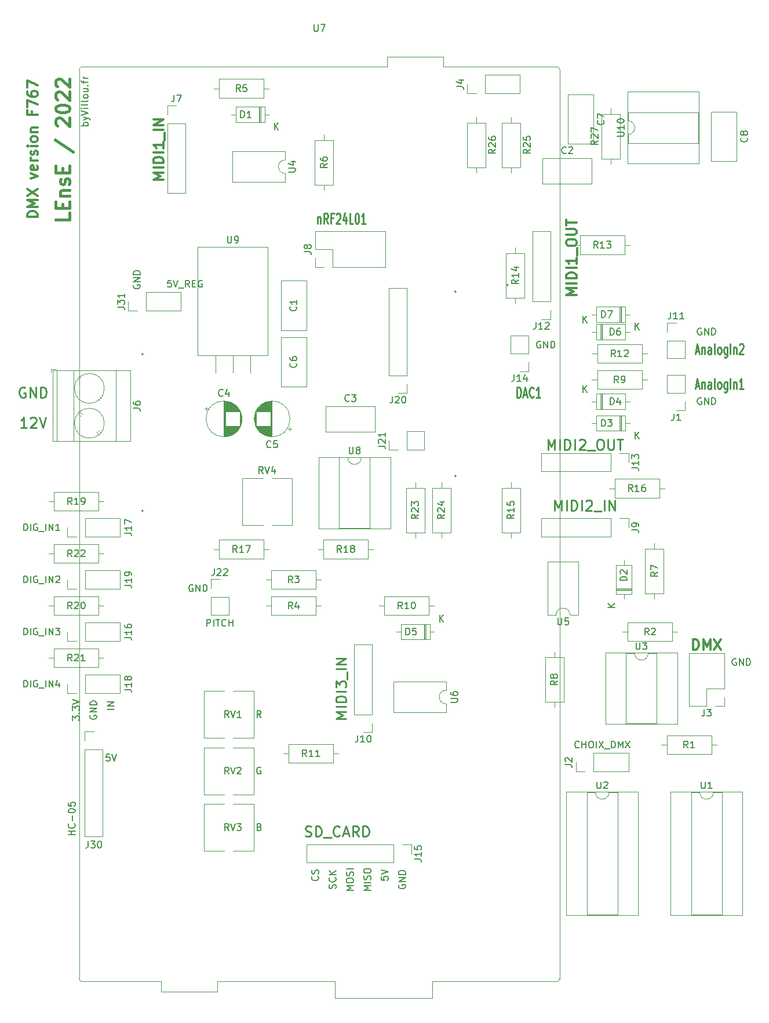
<source format=gbr>
%TF.GenerationSoftware,KiCad,Pcbnew,(5.1.6)-1*%
%TF.CreationDate,2022-04-08T07:46:14+02:00*%
%TF.ProjectId,carteDmx512vFinale,63617274-6544-46d7-9835-31327646696e,VILLEMEJANE*%
%TF.SameCoordinates,Original*%
%TF.FileFunction,Legend,Top*%
%TF.FilePolarity,Positive*%
%FSLAX46Y46*%
G04 Gerber Fmt 4.6, Leading zero omitted, Abs format (unit mm)*
G04 Created by KiCad (PCBNEW (5.1.6)-1) date 2022-04-08 07:46:14*
%MOMM*%
%LPD*%
G01*
G04 APERTURE LIST*
%ADD10C,0.150000*%
%ADD11C,0.400000*%
%ADD12C,0.300000*%
%ADD13C,0.250000*%
%ADD14C,0.350000*%
%ADD15C,0.120000*%
G04 APERTURE END LIST*
D10*
X23312380Y-29558809D02*
X22312380Y-29558809D01*
X22693333Y-29558809D02*
X22645714Y-29463571D01*
X22645714Y-29273095D01*
X22693333Y-29177857D01*
X22740952Y-29130238D01*
X22836190Y-29082619D01*
X23121904Y-29082619D01*
X23217142Y-29130238D01*
X23264761Y-29177857D01*
X23312380Y-29273095D01*
X23312380Y-29463571D01*
X23264761Y-29558809D01*
X22645714Y-28749285D02*
X23312380Y-28511190D01*
X22645714Y-28273095D02*
X23312380Y-28511190D01*
X23550476Y-28606428D01*
X23598095Y-28654047D01*
X23645714Y-28749285D01*
X22312380Y-28035000D02*
X23312380Y-27701666D01*
X22312380Y-27368333D01*
X23312380Y-27035000D02*
X22645714Y-27035000D01*
X22312380Y-27035000D02*
X22360000Y-27082619D01*
X22407619Y-27035000D01*
X22360000Y-26987380D01*
X22312380Y-27035000D01*
X22407619Y-27035000D01*
X23312380Y-26415952D02*
X23264761Y-26511190D01*
X23169523Y-26558809D01*
X22312380Y-26558809D01*
X23312380Y-25892142D02*
X23264761Y-25987380D01*
X23169523Y-26035000D01*
X22312380Y-26035000D01*
X23312380Y-25368333D02*
X23264761Y-25463571D01*
X23217142Y-25511190D01*
X23121904Y-25558809D01*
X22836190Y-25558809D01*
X22740952Y-25511190D01*
X22693333Y-25463571D01*
X22645714Y-25368333D01*
X22645714Y-25225476D01*
X22693333Y-25130238D01*
X22740952Y-25082619D01*
X22836190Y-25035000D01*
X23121904Y-25035000D01*
X23217142Y-25082619D01*
X23264761Y-25130238D01*
X23312380Y-25225476D01*
X23312380Y-25368333D01*
X22645714Y-24177857D02*
X23312380Y-24177857D01*
X22645714Y-24606428D02*
X23169523Y-24606428D01*
X23264761Y-24558809D01*
X23312380Y-24463571D01*
X23312380Y-24320714D01*
X23264761Y-24225476D01*
X23217142Y-24177857D01*
X23217142Y-23701666D02*
X23264761Y-23654047D01*
X23312380Y-23701666D01*
X23264761Y-23749285D01*
X23217142Y-23701666D01*
X23312380Y-23701666D01*
X22645714Y-23368333D02*
X22645714Y-22987380D01*
X23312380Y-23225476D02*
X22455238Y-23225476D01*
X22360000Y-23177857D01*
X22312380Y-23082619D01*
X22312380Y-22987380D01*
X23312380Y-22654047D02*
X22645714Y-22654047D01*
X22836190Y-22654047D02*
X22740952Y-22606428D01*
X22693333Y-22558809D01*
X22645714Y-22463571D01*
X22645714Y-22368333D01*
D11*
X20589761Y-42305714D02*
X20589761Y-43258095D01*
X18589761Y-43258095D01*
X19542142Y-41639047D02*
X19542142Y-40972380D01*
X20589761Y-40686666D02*
X20589761Y-41639047D01*
X18589761Y-41639047D01*
X18589761Y-40686666D01*
X19256428Y-39829523D02*
X20589761Y-39829523D01*
X19446904Y-39829523D02*
X19351666Y-39734285D01*
X19256428Y-39543809D01*
X19256428Y-39258095D01*
X19351666Y-39067619D01*
X19542142Y-38972380D01*
X20589761Y-38972380D01*
X20494523Y-38115238D02*
X20589761Y-37924761D01*
X20589761Y-37543809D01*
X20494523Y-37353333D01*
X20304047Y-37258095D01*
X20208809Y-37258095D01*
X20018333Y-37353333D01*
X19923095Y-37543809D01*
X19923095Y-37829523D01*
X19827857Y-38020000D01*
X19637380Y-38115238D01*
X19542142Y-38115238D01*
X19351666Y-38020000D01*
X19256428Y-37829523D01*
X19256428Y-37543809D01*
X19351666Y-37353333D01*
X19542142Y-36400952D02*
X19542142Y-35734285D01*
X20589761Y-35448571D02*
X20589761Y-36400952D01*
X18589761Y-36400952D01*
X18589761Y-35448571D01*
X18494523Y-31639047D02*
X21065952Y-33353333D01*
X18780238Y-29543809D02*
X18685000Y-29448571D01*
X18589761Y-29258095D01*
X18589761Y-28781904D01*
X18685000Y-28591428D01*
X18780238Y-28496190D01*
X18970714Y-28400952D01*
X19161190Y-28400952D01*
X19446904Y-28496190D01*
X20589761Y-29639047D01*
X20589761Y-28400952D01*
X18589761Y-27162857D02*
X18589761Y-26972380D01*
X18685000Y-26781904D01*
X18780238Y-26686666D01*
X18970714Y-26591428D01*
X19351666Y-26496190D01*
X19827857Y-26496190D01*
X20208809Y-26591428D01*
X20399285Y-26686666D01*
X20494523Y-26781904D01*
X20589761Y-26972380D01*
X20589761Y-27162857D01*
X20494523Y-27353333D01*
X20399285Y-27448571D01*
X20208809Y-27543809D01*
X19827857Y-27639047D01*
X19351666Y-27639047D01*
X18970714Y-27543809D01*
X18780238Y-27448571D01*
X18685000Y-27353333D01*
X18589761Y-27162857D01*
X18780238Y-25734285D02*
X18685000Y-25639047D01*
X18589761Y-25448571D01*
X18589761Y-24972380D01*
X18685000Y-24781904D01*
X18780238Y-24686666D01*
X18970714Y-24591428D01*
X19161190Y-24591428D01*
X19446904Y-24686666D01*
X20589761Y-25829523D01*
X20589761Y-24591428D01*
X18780238Y-23829523D02*
X18685000Y-23734285D01*
X18589761Y-23543809D01*
X18589761Y-23067619D01*
X18685000Y-22877142D01*
X18780238Y-22781904D01*
X18970714Y-22686666D01*
X19161190Y-22686666D01*
X19446904Y-22781904D01*
X20589761Y-23924761D01*
X20589761Y-22686666D01*
D12*
X15918571Y-42912857D02*
X14418571Y-42912857D01*
X14418571Y-42555714D01*
X14490000Y-42341428D01*
X14632857Y-42198571D01*
X14775714Y-42127142D01*
X15061428Y-42055714D01*
X15275714Y-42055714D01*
X15561428Y-42127142D01*
X15704285Y-42198571D01*
X15847142Y-42341428D01*
X15918571Y-42555714D01*
X15918571Y-42912857D01*
X15918571Y-41412857D02*
X14418571Y-41412857D01*
X15490000Y-40912857D01*
X14418571Y-40412857D01*
X15918571Y-40412857D01*
X14418571Y-39841428D02*
X15918571Y-38841428D01*
X14418571Y-38841428D02*
X15918571Y-39841428D01*
X14918571Y-37270000D02*
X15918571Y-36912857D01*
X14918571Y-36555714D01*
X15847142Y-35412857D02*
X15918571Y-35555714D01*
X15918571Y-35841428D01*
X15847142Y-35984285D01*
X15704285Y-36055714D01*
X15132857Y-36055714D01*
X14990000Y-35984285D01*
X14918571Y-35841428D01*
X14918571Y-35555714D01*
X14990000Y-35412857D01*
X15132857Y-35341428D01*
X15275714Y-35341428D01*
X15418571Y-36055714D01*
X15918571Y-34698571D02*
X14918571Y-34698571D01*
X15204285Y-34698571D02*
X15061428Y-34627142D01*
X14990000Y-34555714D01*
X14918571Y-34412857D01*
X14918571Y-34270000D01*
X15847142Y-33841428D02*
X15918571Y-33698571D01*
X15918571Y-33412857D01*
X15847142Y-33270000D01*
X15704285Y-33198571D01*
X15632857Y-33198571D01*
X15490000Y-33270000D01*
X15418571Y-33412857D01*
X15418571Y-33627142D01*
X15347142Y-33770000D01*
X15204285Y-33841428D01*
X15132857Y-33841428D01*
X14990000Y-33770000D01*
X14918571Y-33627142D01*
X14918571Y-33412857D01*
X14990000Y-33270000D01*
X15918571Y-32555714D02*
X14918571Y-32555714D01*
X14418571Y-32555714D02*
X14490000Y-32627142D01*
X14561428Y-32555714D01*
X14490000Y-32484285D01*
X14418571Y-32555714D01*
X14561428Y-32555714D01*
X15918571Y-31627142D02*
X15847142Y-31770000D01*
X15775714Y-31841428D01*
X15632857Y-31912857D01*
X15204285Y-31912857D01*
X15061428Y-31841428D01*
X14990000Y-31770000D01*
X14918571Y-31627142D01*
X14918571Y-31412857D01*
X14990000Y-31270000D01*
X15061428Y-31198571D01*
X15204285Y-31127142D01*
X15632857Y-31127142D01*
X15775714Y-31198571D01*
X15847142Y-31270000D01*
X15918571Y-31412857D01*
X15918571Y-31627142D01*
X14918571Y-30484285D02*
X15918571Y-30484285D01*
X15061428Y-30484285D02*
X14990000Y-30412857D01*
X14918571Y-30270000D01*
X14918571Y-30055714D01*
X14990000Y-29912857D01*
X15132857Y-29841428D01*
X15918571Y-29841428D01*
X15132857Y-27484285D02*
X15132857Y-27984285D01*
X15918571Y-27984285D02*
X14418571Y-27984285D01*
X14418571Y-27270000D01*
X14418571Y-26841428D02*
X14418571Y-25841428D01*
X15918571Y-26484285D01*
X14418571Y-24627142D02*
X14418571Y-24912857D01*
X14490000Y-25055714D01*
X14561428Y-25127142D01*
X14775714Y-25270000D01*
X15061428Y-25341428D01*
X15632857Y-25341428D01*
X15775714Y-25270000D01*
X15847142Y-25198571D01*
X15918571Y-25055714D01*
X15918571Y-24770000D01*
X15847142Y-24627142D01*
X15775714Y-24555714D01*
X15632857Y-24484285D01*
X15275714Y-24484285D01*
X15132857Y-24555714D01*
X15061428Y-24627142D01*
X14990000Y-24770000D01*
X14990000Y-25055714D01*
X15061428Y-25198571D01*
X15132857Y-25270000D01*
X15275714Y-25341428D01*
X14418571Y-23984285D02*
X14418571Y-22984285D01*
X15918571Y-23627142D01*
D13*
X56872619Y-42858571D02*
X56872619Y-43858571D01*
X56872619Y-43001428D02*
X56920238Y-42930000D01*
X57015476Y-42858571D01*
X57158333Y-42858571D01*
X57253571Y-42930000D01*
X57301190Y-43072857D01*
X57301190Y-43858571D01*
X58348809Y-43858571D02*
X58015476Y-43144285D01*
X57777380Y-43858571D02*
X57777380Y-42358571D01*
X58158333Y-42358571D01*
X58253571Y-42430000D01*
X58301190Y-42501428D01*
X58348809Y-42644285D01*
X58348809Y-42858571D01*
X58301190Y-43001428D01*
X58253571Y-43072857D01*
X58158333Y-43144285D01*
X57777380Y-43144285D01*
X59110714Y-43072857D02*
X58777380Y-43072857D01*
X58777380Y-43858571D02*
X58777380Y-42358571D01*
X59253571Y-42358571D01*
X59586904Y-42501428D02*
X59634523Y-42430000D01*
X59729761Y-42358571D01*
X59967857Y-42358571D01*
X60063095Y-42430000D01*
X60110714Y-42501428D01*
X60158333Y-42644285D01*
X60158333Y-42787142D01*
X60110714Y-43001428D01*
X59539285Y-43858571D01*
X60158333Y-43858571D01*
X61015476Y-42858571D02*
X61015476Y-43858571D01*
X60777380Y-42287142D02*
X60539285Y-43358571D01*
X61158333Y-43358571D01*
X62015476Y-43858571D02*
X61539285Y-43858571D01*
X61539285Y-42358571D01*
X62539285Y-42358571D02*
X62634523Y-42358571D01*
X62729761Y-42430000D01*
X62777380Y-42501428D01*
X62825000Y-42644285D01*
X62872619Y-42930000D01*
X62872619Y-43287142D01*
X62825000Y-43572857D01*
X62777380Y-43715714D01*
X62729761Y-43787142D01*
X62634523Y-43858571D01*
X62539285Y-43858571D01*
X62444047Y-43787142D01*
X62396428Y-43715714D01*
X62348809Y-43572857D01*
X62301190Y-43287142D01*
X62301190Y-42930000D01*
X62348809Y-42644285D01*
X62396428Y-42501428D01*
X62444047Y-42430000D01*
X62539285Y-42358571D01*
X63825000Y-43858571D02*
X63253571Y-43858571D01*
X63539285Y-43858571D02*
X63539285Y-42358571D01*
X63444047Y-42572857D01*
X63348809Y-42715714D01*
X63253571Y-42787142D01*
D10*
X26479523Y-121372380D02*
X26003333Y-121372380D01*
X25955714Y-121848571D01*
X26003333Y-121800952D01*
X26098571Y-121753333D01*
X26336666Y-121753333D01*
X26431904Y-121800952D01*
X26479523Y-121848571D01*
X26527142Y-121943809D01*
X26527142Y-122181904D01*
X26479523Y-122277142D01*
X26431904Y-122324761D01*
X26336666Y-122372380D01*
X26098571Y-122372380D01*
X26003333Y-122324761D01*
X25955714Y-122277142D01*
X26812857Y-121372380D02*
X27146190Y-122372380D01*
X27479523Y-121372380D01*
X21407380Y-133167142D02*
X20407380Y-133167142D01*
X20883571Y-133167142D02*
X20883571Y-132595714D01*
X21407380Y-132595714D02*
X20407380Y-132595714D01*
X21312142Y-131548095D02*
X21359761Y-131595714D01*
X21407380Y-131738571D01*
X21407380Y-131833809D01*
X21359761Y-131976666D01*
X21264523Y-132071904D01*
X21169285Y-132119523D01*
X20978809Y-132167142D01*
X20835952Y-132167142D01*
X20645476Y-132119523D01*
X20550238Y-132071904D01*
X20455000Y-131976666D01*
X20407380Y-131833809D01*
X20407380Y-131738571D01*
X20455000Y-131595714D01*
X20502619Y-131548095D01*
X21026428Y-131119523D02*
X21026428Y-130357619D01*
X20407380Y-129690952D02*
X20407380Y-129595714D01*
X20455000Y-129500476D01*
X20502619Y-129452857D01*
X20597857Y-129405238D01*
X20788333Y-129357619D01*
X21026428Y-129357619D01*
X21216904Y-129405238D01*
X21312142Y-129452857D01*
X21359761Y-129500476D01*
X21407380Y-129595714D01*
X21407380Y-129690952D01*
X21359761Y-129786190D01*
X21312142Y-129833809D01*
X21216904Y-129881428D01*
X21026428Y-129929047D01*
X20788333Y-129929047D01*
X20597857Y-129881428D01*
X20502619Y-129833809D01*
X20455000Y-129786190D01*
X20407380Y-129690952D01*
X20407380Y-128452857D02*
X20407380Y-128929047D01*
X20883571Y-128976666D01*
X20835952Y-128929047D01*
X20788333Y-128833809D01*
X20788333Y-128595714D01*
X20835952Y-128500476D01*
X20883571Y-128452857D01*
X20978809Y-128405238D01*
X21216904Y-128405238D01*
X21312142Y-128452857D01*
X21359761Y-128500476D01*
X21407380Y-128595714D01*
X21407380Y-128833809D01*
X21359761Y-128929047D01*
X21312142Y-128976666D01*
D13*
X61003571Y-116152857D02*
X59503571Y-116152857D01*
X60575000Y-115652857D01*
X59503571Y-115152857D01*
X61003571Y-115152857D01*
X61003571Y-114438571D02*
X59503571Y-114438571D01*
X61003571Y-113724285D02*
X59503571Y-113724285D01*
X59503571Y-113367142D01*
X59575000Y-113152857D01*
X59717857Y-113010000D01*
X59860714Y-112938571D01*
X60146428Y-112867142D01*
X60360714Y-112867142D01*
X60646428Y-112938571D01*
X60789285Y-113010000D01*
X60932142Y-113152857D01*
X61003571Y-113367142D01*
X61003571Y-113724285D01*
X61003571Y-112224285D02*
X59503571Y-112224285D01*
X59503571Y-111652857D02*
X59503571Y-110724285D01*
X60075000Y-111224285D01*
X60075000Y-111010000D01*
X60146428Y-110867142D01*
X60217857Y-110795714D01*
X60360714Y-110724285D01*
X60717857Y-110724285D01*
X60860714Y-110795714D01*
X60932142Y-110867142D01*
X61003571Y-111010000D01*
X61003571Y-111438571D01*
X60932142Y-111581428D01*
X60860714Y-111652857D01*
X61146428Y-110438571D02*
X61146428Y-109295714D01*
X61003571Y-108938571D02*
X59503571Y-108938571D01*
X61003571Y-108224285D02*
X59503571Y-108224285D01*
X61003571Y-107367142D01*
X59503571Y-107367142D01*
X91492142Y-85768571D02*
X91492142Y-84268571D01*
X91992142Y-85340000D01*
X92492142Y-84268571D01*
X92492142Y-85768571D01*
X93206428Y-85768571D02*
X93206428Y-84268571D01*
X93920714Y-85768571D02*
X93920714Y-84268571D01*
X94277857Y-84268571D01*
X94492142Y-84340000D01*
X94635000Y-84482857D01*
X94706428Y-84625714D01*
X94777857Y-84911428D01*
X94777857Y-85125714D01*
X94706428Y-85411428D01*
X94635000Y-85554285D01*
X94492142Y-85697142D01*
X94277857Y-85768571D01*
X93920714Y-85768571D01*
X95420714Y-85768571D02*
X95420714Y-84268571D01*
X96063571Y-84411428D02*
X96135000Y-84340000D01*
X96277857Y-84268571D01*
X96635000Y-84268571D01*
X96777857Y-84340000D01*
X96849285Y-84411428D01*
X96920714Y-84554285D01*
X96920714Y-84697142D01*
X96849285Y-84911428D01*
X95992142Y-85768571D01*
X96920714Y-85768571D01*
X97206428Y-85911428D02*
X98349285Y-85911428D01*
X98706428Y-85768571D02*
X98706428Y-84268571D01*
X99420714Y-85768571D02*
X99420714Y-84268571D01*
X100277857Y-85768571D01*
X100277857Y-84268571D01*
X90492142Y-76878571D02*
X90492142Y-75378571D01*
X90992142Y-76450000D01*
X91492142Y-75378571D01*
X91492142Y-76878571D01*
X92206428Y-76878571D02*
X92206428Y-75378571D01*
X92920714Y-76878571D02*
X92920714Y-75378571D01*
X93277857Y-75378571D01*
X93492142Y-75450000D01*
X93635000Y-75592857D01*
X93706428Y-75735714D01*
X93777857Y-76021428D01*
X93777857Y-76235714D01*
X93706428Y-76521428D01*
X93635000Y-76664285D01*
X93492142Y-76807142D01*
X93277857Y-76878571D01*
X92920714Y-76878571D01*
X94420714Y-76878571D02*
X94420714Y-75378571D01*
X95063571Y-75521428D02*
X95135000Y-75450000D01*
X95277857Y-75378571D01*
X95635000Y-75378571D01*
X95777857Y-75450000D01*
X95849285Y-75521428D01*
X95920714Y-75664285D01*
X95920714Y-75807142D01*
X95849285Y-76021428D01*
X94992142Y-76878571D01*
X95920714Y-76878571D01*
X96206428Y-77021428D02*
X97349285Y-77021428D01*
X97992142Y-75378571D02*
X98277857Y-75378571D01*
X98420714Y-75450000D01*
X98563571Y-75592857D01*
X98635000Y-75878571D01*
X98635000Y-76378571D01*
X98563571Y-76664285D01*
X98420714Y-76807142D01*
X98277857Y-76878571D01*
X97992142Y-76878571D01*
X97849285Y-76807142D01*
X97706428Y-76664285D01*
X97635000Y-76378571D01*
X97635000Y-75878571D01*
X97706428Y-75592857D01*
X97849285Y-75450000D01*
X97992142Y-75378571D01*
X99277857Y-75378571D02*
X99277857Y-76592857D01*
X99349285Y-76735714D01*
X99420714Y-76807142D01*
X99563571Y-76878571D01*
X99849285Y-76878571D01*
X99992142Y-76807142D01*
X100063571Y-76735714D01*
X100135000Y-76592857D01*
X100135000Y-75378571D01*
X100635000Y-75378571D02*
X101492142Y-75378571D01*
X101063571Y-76878571D02*
X101063571Y-75378571D01*
D12*
X94658571Y-54287857D02*
X93158571Y-54287857D01*
X94230000Y-53787857D01*
X93158571Y-53287857D01*
X94658571Y-53287857D01*
X94658571Y-52573571D02*
X93158571Y-52573571D01*
X94658571Y-51859285D02*
X93158571Y-51859285D01*
X93158571Y-51502142D01*
X93230000Y-51287857D01*
X93372857Y-51145000D01*
X93515714Y-51073571D01*
X93801428Y-51002142D01*
X94015714Y-51002142D01*
X94301428Y-51073571D01*
X94444285Y-51145000D01*
X94587142Y-51287857D01*
X94658571Y-51502142D01*
X94658571Y-51859285D01*
X94658571Y-50359285D02*
X93158571Y-50359285D01*
X94658571Y-48859285D02*
X94658571Y-49716428D01*
X94658571Y-49287857D02*
X93158571Y-49287857D01*
X93372857Y-49430714D01*
X93515714Y-49573571D01*
X93587142Y-49716428D01*
X94801428Y-48573571D02*
X94801428Y-47430714D01*
X93158571Y-46787857D02*
X93158571Y-46502142D01*
X93230000Y-46359285D01*
X93372857Y-46216428D01*
X93658571Y-46145000D01*
X94158571Y-46145000D01*
X94444285Y-46216428D01*
X94587142Y-46359285D01*
X94658571Y-46502142D01*
X94658571Y-46787857D01*
X94587142Y-46930714D01*
X94444285Y-47073571D01*
X94158571Y-47145000D01*
X93658571Y-47145000D01*
X93372857Y-47073571D01*
X93230000Y-46930714D01*
X93158571Y-46787857D01*
X93158571Y-45502142D02*
X94372857Y-45502142D01*
X94515714Y-45430714D01*
X94587142Y-45359285D01*
X94658571Y-45216428D01*
X94658571Y-44930714D01*
X94587142Y-44787857D01*
X94515714Y-44716428D01*
X94372857Y-44645000D01*
X93158571Y-44645000D01*
X93158571Y-44145000D02*
X93158571Y-43287857D01*
X94658571Y-43716428D02*
X93158571Y-43716428D01*
X34333571Y-37412857D02*
X32833571Y-37412857D01*
X33905000Y-36912857D01*
X32833571Y-36412857D01*
X34333571Y-36412857D01*
X34333571Y-35698571D02*
X32833571Y-35698571D01*
X34333571Y-34984285D02*
X32833571Y-34984285D01*
X32833571Y-34627142D01*
X32905000Y-34412857D01*
X33047857Y-34270000D01*
X33190714Y-34198571D01*
X33476428Y-34127142D01*
X33690714Y-34127142D01*
X33976428Y-34198571D01*
X34119285Y-34270000D01*
X34262142Y-34412857D01*
X34333571Y-34627142D01*
X34333571Y-34984285D01*
X34333571Y-33484285D02*
X32833571Y-33484285D01*
X34333571Y-31984285D02*
X34333571Y-32841428D01*
X34333571Y-32412857D02*
X32833571Y-32412857D01*
X33047857Y-32555714D01*
X33190714Y-32698571D01*
X33262142Y-32841428D01*
X34476428Y-31698571D02*
X34476428Y-30555714D01*
X34333571Y-30198571D02*
X32833571Y-30198571D01*
X34333571Y-29484285D02*
X32833571Y-29484285D01*
X34333571Y-28627142D01*
X32833571Y-28627142D01*
D10*
X29980000Y-52831904D02*
X29932380Y-52927142D01*
X29932380Y-53070000D01*
X29980000Y-53212857D01*
X30075238Y-53308095D01*
X30170476Y-53355714D01*
X30360952Y-53403333D01*
X30503809Y-53403333D01*
X30694285Y-53355714D01*
X30789523Y-53308095D01*
X30884761Y-53212857D01*
X30932380Y-53070000D01*
X30932380Y-52974761D01*
X30884761Y-52831904D01*
X30837142Y-52784285D01*
X30503809Y-52784285D01*
X30503809Y-52974761D01*
X30932380Y-52355714D02*
X29932380Y-52355714D01*
X30932380Y-51784285D01*
X29932380Y-51784285D01*
X30932380Y-51308095D02*
X29932380Y-51308095D01*
X29932380Y-51070000D01*
X29980000Y-50927142D01*
X30075238Y-50831904D01*
X30170476Y-50784285D01*
X30360952Y-50736666D01*
X30503809Y-50736666D01*
X30694285Y-50784285D01*
X30789523Y-50831904D01*
X30884761Y-50927142D01*
X30932380Y-51070000D01*
X30932380Y-51308095D01*
X35441190Y-52157380D02*
X34965000Y-52157380D01*
X34917380Y-52633571D01*
X34965000Y-52585952D01*
X35060238Y-52538333D01*
X35298333Y-52538333D01*
X35393571Y-52585952D01*
X35441190Y-52633571D01*
X35488809Y-52728809D01*
X35488809Y-52966904D01*
X35441190Y-53062142D01*
X35393571Y-53109761D01*
X35298333Y-53157380D01*
X35060238Y-53157380D01*
X34965000Y-53109761D01*
X34917380Y-53062142D01*
X35774523Y-52157380D02*
X36107857Y-53157380D01*
X36441190Y-52157380D01*
X36536428Y-53252619D02*
X37298333Y-53252619D01*
X38107857Y-53157380D02*
X37774523Y-52681190D01*
X37536428Y-53157380D02*
X37536428Y-52157380D01*
X37917380Y-52157380D01*
X38012619Y-52205000D01*
X38060238Y-52252619D01*
X38107857Y-52347857D01*
X38107857Y-52490714D01*
X38060238Y-52585952D01*
X38012619Y-52633571D01*
X37917380Y-52681190D01*
X37536428Y-52681190D01*
X38536428Y-52633571D02*
X38869761Y-52633571D01*
X39012619Y-53157380D02*
X38536428Y-53157380D01*
X38536428Y-52157380D01*
X39012619Y-52157380D01*
X39965000Y-52205000D02*
X39869761Y-52157380D01*
X39726904Y-52157380D01*
X39584047Y-52205000D01*
X39488809Y-52300238D01*
X39441190Y-52395476D01*
X39393571Y-52585952D01*
X39393571Y-52728809D01*
X39441190Y-52919285D01*
X39488809Y-53014523D01*
X39584047Y-53109761D01*
X39726904Y-53157380D01*
X39822142Y-53157380D01*
X39965000Y-53109761D01*
X40012619Y-53062142D01*
X40012619Y-52728809D01*
X39822142Y-52728809D01*
D13*
X112093809Y-62480000D02*
X112570000Y-62480000D01*
X111998571Y-62908571D02*
X112331904Y-61408571D01*
X112665238Y-62908571D01*
X112998571Y-61908571D02*
X112998571Y-62908571D01*
X112998571Y-62051428D02*
X113046190Y-61980000D01*
X113141428Y-61908571D01*
X113284285Y-61908571D01*
X113379523Y-61980000D01*
X113427142Y-62122857D01*
X113427142Y-62908571D01*
X114331904Y-62908571D02*
X114331904Y-62122857D01*
X114284285Y-61980000D01*
X114189047Y-61908571D01*
X113998571Y-61908571D01*
X113903333Y-61980000D01*
X114331904Y-62837142D02*
X114236666Y-62908571D01*
X113998571Y-62908571D01*
X113903333Y-62837142D01*
X113855714Y-62694285D01*
X113855714Y-62551428D01*
X113903333Y-62408571D01*
X113998571Y-62337142D01*
X114236666Y-62337142D01*
X114331904Y-62265714D01*
X114950952Y-62908571D02*
X114855714Y-62837142D01*
X114808095Y-62694285D01*
X114808095Y-61408571D01*
X115474761Y-62908571D02*
X115379523Y-62837142D01*
X115331904Y-62765714D01*
X115284285Y-62622857D01*
X115284285Y-62194285D01*
X115331904Y-62051428D01*
X115379523Y-61980000D01*
X115474761Y-61908571D01*
X115617619Y-61908571D01*
X115712857Y-61980000D01*
X115760476Y-62051428D01*
X115808095Y-62194285D01*
X115808095Y-62622857D01*
X115760476Y-62765714D01*
X115712857Y-62837142D01*
X115617619Y-62908571D01*
X115474761Y-62908571D01*
X116665238Y-61908571D02*
X116665238Y-63122857D01*
X116617619Y-63265714D01*
X116570000Y-63337142D01*
X116474761Y-63408571D01*
X116331904Y-63408571D01*
X116236666Y-63337142D01*
X116665238Y-62837142D02*
X116570000Y-62908571D01*
X116379523Y-62908571D01*
X116284285Y-62837142D01*
X116236666Y-62765714D01*
X116189047Y-62622857D01*
X116189047Y-62194285D01*
X116236666Y-62051428D01*
X116284285Y-61980000D01*
X116379523Y-61908571D01*
X116570000Y-61908571D01*
X116665238Y-61980000D01*
X117141428Y-62908571D02*
X117141428Y-61408571D01*
X117617619Y-61908571D02*
X117617619Y-62908571D01*
X117617619Y-62051428D02*
X117665238Y-61980000D01*
X117760476Y-61908571D01*
X117903333Y-61908571D01*
X117998571Y-61980000D01*
X118046190Y-62122857D01*
X118046190Y-62908571D01*
X118474761Y-61551428D02*
X118522380Y-61480000D01*
X118617619Y-61408571D01*
X118855714Y-61408571D01*
X118950952Y-61480000D01*
X118998571Y-61551428D01*
X119046190Y-61694285D01*
X119046190Y-61837142D01*
X118998571Y-62051428D01*
X118427142Y-62908571D01*
X119046190Y-62908571D01*
D10*
X112903095Y-59190000D02*
X112807857Y-59142380D01*
X112665000Y-59142380D01*
X112522142Y-59190000D01*
X112426904Y-59285238D01*
X112379285Y-59380476D01*
X112331666Y-59570952D01*
X112331666Y-59713809D01*
X112379285Y-59904285D01*
X112426904Y-59999523D01*
X112522142Y-60094761D01*
X112665000Y-60142380D01*
X112760238Y-60142380D01*
X112903095Y-60094761D01*
X112950714Y-60047142D01*
X112950714Y-59713809D01*
X112760238Y-59713809D01*
X113379285Y-60142380D02*
X113379285Y-59142380D01*
X113950714Y-60142380D01*
X113950714Y-59142380D01*
X114426904Y-60142380D02*
X114426904Y-59142380D01*
X114665000Y-59142380D01*
X114807857Y-59190000D01*
X114903095Y-59285238D01*
X114950714Y-59380476D01*
X114998333Y-59570952D01*
X114998333Y-59713809D01*
X114950714Y-59904285D01*
X114903095Y-59999523D01*
X114807857Y-60094761D01*
X114665000Y-60142380D01*
X114426904Y-60142380D01*
X112903095Y-69350000D02*
X112807857Y-69302380D01*
X112665000Y-69302380D01*
X112522142Y-69350000D01*
X112426904Y-69445238D01*
X112379285Y-69540476D01*
X112331666Y-69730952D01*
X112331666Y-69873809D01*
X112379285Y-70064285D01*
X112426904Y-70159523D01*
X112522142Y-70254761D01*
X112665000Y-70302380D01*
X112760238Y-70302380D01*
X112903095Y-70254761D01*
X112950714Y-70207142D01*
X112950714Y-69873809D01*
X112760238Y-69873809D01*
X113379285Y-70302380D02*
X113379285Y-69302380D01*
X113950714Y-70302380D01*
X113950714Y-69302380D01*
X114426904Y-70302380D02*
X114426904Y-69302380D01*
X114665000Y-69302380D01*
X114807857Y-69350000D01*
X114903095Y-69445238D01*
X114950714Y-69540476D01*
X114998333Y-69730952D01*
X114998333Y-69873809D01*
X114950714Y-70064285D01*
X114903095Y-70159523D01*
X114807857Y-70254761D01*
X114665000Y-70302380D01*
X114426904Y-70302380D01*
D13*
X112093809Y-67560000D02*
X112570000Y-67560000D01*
X111998571Y-67988571D02*
X112331904Y-66488571D01*
X112665238Y-67988571D01*
X112998571Y-66988571D02*
X112998571Y-67988571D01*
X112998571Y-67131428D02*
X113046190Y-67060000D01*
X113141428Y-66988571D01*
X113284285Y-66988571D01*
X113379523Y-67060000D01*
X113427142Y-67202857D01*
X113427142Y-67988571D01*
X114331904Y-67988571D02*
X114331904Y-67202857D01*
X114284285Y-67060000D01*
X114189047Y-66988571D01*
X113998571Y-66988571D01*
X113903333Y-67060000D01*
X114331904Y-67917142D02*
X114236666Y-67988571D01*
X113998571Y-67988571D01*
X113903333Y-67917142D01*
X113855714Y-67774285D01*
X113855714Y-67631428D01*
X113903333Y-67488571D01*
X113998571Y-67417142D01*
X114236666Y-67417142D01*
X114331904Y-67345714D01*
X114950952Y-67988571D02*
X114855714Y-67917142D01*
X114808095Y-67774285D01*
X114808095Y-66488571D01*
X115474761Y-67988571D02*
X115379523Y-67917142D01*
X115331904Y-67845714D01*
X115284285Y-67702857D01*
X115284285Y-67274285D01*
X115331904Y-67131428D01*
X115379523Y-67060000D01*
X115474761Y-66988571D01*
X115617619Y-66988571D01*
X115712857Y-67060000D01*
X115760476Y-67131428D01*
X115808095Y-67274285D01*
X115808095Y-67702857D01*
X115760476Y-67845714D01*
X115712857Y-67917142D01*
X115617619Y-67988571D01*
X115474761Y-67988571D01*
X116665238Y-66988571D02*
X116665238Y-68202857D01*
X116617619Y-68345714D01*
X116570000Y-68417142D01*
X116474761Y-68488571D01*
X116331904Y-68488571D01*
X116236666Y-68417142D01*
X116665238Y-67917142D02*
X116570000Y-67988571D01*
X116379523Y-67988571D01*
X116284285Y-67917142D01*
X116236666Y-67845714D01*
X116189047Y-67702857D01*
X116189047Y-67274285D01*
X116236666Y-67131428D01*
X116284285Y-67060000D01*
X116379523Y-66988571D01*
X116570000Y-66988571D01*
X116665238Y-67060000D01*
X117141428Y-67988571D02*
X117141428Y-66488571D01*
X117617619Y-66988571D02*
X117617619Y-67988571D01*
X117617619Y-67131428D02*
X117665238Y-67060000D01*
X117760476Y-66988571D01*
X117903333Y-66988571D01*
X117998571Y-67060000D01*
X118046190Y-67202857D01*
X118046190Y-67988571D01*
X119046190Y-67988571D02*
X118474761Y-67988571D01*
X118760476Y-67988571D02*
X118760476Y-66488571D01*
X118665238Y-66702857D01*
X118570000Y-66845714D01*
X118474761Y-66917142D01*
D10*
X89408095Y-61095000D02*
X89312857Y-61047380D01*
X89170000Y-61047380D01*
X89027142Y-61095000D01*
X88931904Y-61190238D01*
X88884285Y-61285476D01*
X88836666Y-61475952D01*
X88836666Y-61618809D01*
X88884285Y-61809285D01*
X88931904Y-61904523D01*
X89027142Y-61999761D01*
X89170000Y-62047380D01*
X89265238Y-62047380D01*
X89408095Y-61999761D01*
X89455714Y-61952142D01*
X89455714Y-61618809D01*
X89265238Y-61618809D01*
X89884285Y-62047380D02*
X89884285Y-61047380D01*
X90455714Y-62047380D01*
X90455714Y-61047380D01*
X90931904Y-62047380D02*
X90931904Y-61047380D01*
X91170000Y-61047380D01*
X91312857Y-61095000D01*
X91408095Y-61190238D01*
X91455714Y-61285476D01*
X91503333Y-61475952D01*
X91503333Y-61618809D01*
X91455714Y-61809285D01*
X91408095Y-61904523D01*
X91312857Y-61999761D01*
X91170000Y-62047380D01*
X90931904Y-62047380D01*
D13*
X85963333Y-69258571D02*
X85963333Y-67758571D01*
X86201428Y-67758571D01*
X86344285Y-67830000D01*
X86439523Y-67972857D01*
X86487142Y-68115714D01*
X86534761Y-68401428D01*
X86534761Y-68615714D01*
X86487142Y-68901428D01*
X86439523Y-69044285D01*
X86344285Y-69187142D01*
X86201428Y-69258571D01*
X85963333Y-69258571D01*
X86915714Y-68830000D02*
X87391904Y-68830000D01*
X86820476Y-69258571D02*
X87153809Y-67758571D01*
X87487142Y-69258571D01*
X88391904Y-69115714D02*
X88344285Y-69187142D01*
X88201428Y-69258571D01*
X88106190Y-69258571D01*
X87963333Y-69187142D01*
X87868095Y-69044285D01*
X87820476Y-68901428D01*
X87772857Y-68615714D01*
X87772857Y-68401428D01*
X87820476Y-68115714D01*
X87868095Y-67972857D01*
X87963333Y-67830000D01*
X88106190Y-67758571D01*
X88201428Y-67758571D01*
X88344285Y-67830000D01*
X88391904Y-67901428D01*
X89344285Y-69258571D02*
X88772857Y-69258571D01*
X89058571Y-69258571D02*
X89058571Y-67758571D01*
X88963333Y-67972857D01*
X88868095Y-68115714D01*
X88772857Y-68187142D01*
D10*
X117983095Y-107450000D02*
X117887857Y-107402380D01*
X117745000Y-107402380D01*
X117602142Y-107450000D01*
X117506904Y-107545238D01*
X117459285Y-107640476D01*
X117411666Y-107830952D01*
X117411666Y-107973809D01*
X117459285Y-108164285D01*
X117506904Y-108259523D01*
X117602142Y-108354761D01*
X117745000Y-108402380D01*
X117840238Y-108402380D01*
X117983095Y-108354761D01*
X118030714Y-108307142D01*
X118030714Y-107973809D01*
X117840238Y-107973809D01*
X118459285Y-108402380D02*
X118459285Y-107402380D01*
X119030714Y-108402380D01*
X119030714Y-107402380D01*
X119506904Y-108402380D02*
X119506904Y-107402380D01*
X119745000Y-107402380D01*
X119887857Y-107450000D01*
X119983095Y-107545238D01*
X120030714Y-107640476D01*
X120078333Y-107830952D01*
X120078333Y-107973809D01*
X120030714Y-108164285D01*
X119983095Y-108259523D01*
X119887857Y-108354761D01*
X119745000Y-108402380D01*
X119506904Y-108402380D01*
D14*
X111700714Y-106088571D02*
X111700714Y-104588571D01*
X112057857Y-104588571D01*
X112272142Y-104660000D01*
X112415000Y-104802857D01*
X112486428Y-104945714D01*
X112557857Y-105231428D01*
X112557857Y-105445714D01*
X112486428Y-105731428D01*
X112415000Y-105874285D01*
X112272142Y-106017142D01*
X112057857Y-106088571D01*
X111700714Y-106088571D01*
X113200714Y-106088571D02*
X113200714Y-104588571D01*
X113700714Y-105660000D01*
X114200714Y-104588571D01*
X114200714Y-106088571D01*
X114772142Y-104588571D02*
X115772142Y-106088571D01*
X115772142Y-104588571D02*
X114772142Y-106088571D01*
D10*
X95044047Y-120372142D02*
X94996428Y-120419761D01*
X94853571Y-120467380D01*
X94758333Y-120467380D01*
X94615476Y-120419761D01*
X94520238Y-120324523D01*
X94472619Y-120229285D01*
X94425000Y-120038809D01*
X94425000Y-119895952D01*
X94472619Y-119705476D01*
X94520238Y-119610238D01*
X94615476Y-119515000D01*
X94758333Y-119467380D01*
X94853571Y-119467380D01*
X94996428Y-119515000D01*
X95044047Y-119562619D01*
X95472619Y-120467380D02*
X95472619Y-119467380D01*
X95472619Y-119943571D02*
X96044047Y-119943571D01*
X96044047Y-120467380D02*
X96044047Y-119467380D01*
X96710714Y-119467380D02*
X96901190Y-119467380D01*
X96996428Y-119515000D01*
X97091666Y-119610238D01*
X97139285Y-119800714D01*
X97139285Y-120134047D01*
X97091666Y-120324523D01*
X96996428Y-120419761D01*
X96901190Y-120467380D01*
X96710714Y-120467380D01*
X96615476Y-120419761D01*
X96520238Y-120324523D01*
X96472619Y-120134047D01*
X96472619Y-119800714D01*
X96520238Y-119610238D01*
X96615476Y-119515000D01*
X96710714Y-119467380D01*
X97567857Y-120467380D02*
X97567857Y-119467380D01*
X97948809Y-119467380D02*
X98615476Y-120467380D01*
X98615476Y-119467380D02*
X97948809Y-120467380D01*
X98758333Y-120562619D02*
X99520238Y-120562619D01*
X99758333Y-120467380D02*
X99758333Y-119467380D01*
X99996428Y-119467380D01*
X100139285Y-119515000D01*
X100234523Y-119610238D01*
X100282142Y-119705476D01*
X100329761Y-119895952D01*
X100329761Y-120038809D01*
X100282142Y-120229285D01*
X100234523Y-120324523D01*
X100139285Y-120419761D01*
X99996428Y-120467380D01*
X99758333Y-120467380D01*
X100758333Y-120467380D02*
X100758333Y-119467380D01*
X101091666Y-120181666D01*
X101425000Y-119467380D01*
X101425000Y-120467380D01*
X101805952Y-119467380D02*
X102472619Y-120467380D01*
X102472619Y-119467380D02*
X101805952Y-120467380D01*
X68715000Y-140461904D02*
X68667380Y-140557142D01*
X68667380Y-140700000D01*
X68715000Y-140842857D01*
X68810238Y-140938095D01*
X68905476Y-140985714D01*
X69095952Y-141033333D01*
X69238809Y-141033333D01*
X69429285Y-140985714D01*
X69524523Y-140938095D01*
X69619761Y-140842857D01*
X69667380Y-140700000D01*
X69667380Y-140604761D01*
X69619761Y-140461904D01*
X69572142Y-140414285D01*
X69238809Y-140414285D01*
X69238809Y-140604761D01*
X69667380Y-139985714D02*
X68667380Y-139985714D01*
X69667380Y-139414285D01*
X68667380Y-139414285D01*
X69667380Y-138938095D02*
X68667380Y-138938095D01*
X68667380Y-138700000D01*
X68715000Y-138557142D01*
X68810238Y-138461904D01*
X68905476Y-138414285D01*
X69095952Y-138366666D01*
X69238809Y-138366666D01*
X69429285Y-138414285D01*
X69524523Y-138461904D01*
X69619761Y-138557142D01*
X69667380Y-138700000D01*
X69667380Y-138938095D01*
X66127380Y-139255476D02*
X66127380Y-139731666D01*
X66603571Y-139779285D01*
X66555952Y-139731666D01*
X66508333Y-139636428D01*
X66508333Y-139398333D01*
X66555952Y-139303095D01*
X66603571Y-139255476D01*
X66698809Y-139207857D01*
X66936904Y-139207857D01*
X67032142Y-139255476D01*
X67079761Y-139303095D01*
X67127380Y-139398333D01*
X67127380Y-139636428D01*
X67079761Y-139731666D01*
X67032142Y-139779285D01*
X66127380Y-138922142D02*
X67127380Y-138588809D01*
X66127380Y-138255476D01*
X64587380Y-141271428D02*
X63587380Y-141271428D01*
X64301666Y-140938095D01*
X63587380Y-140604761D01*
X64587380Y-140604761D01*
X64587380Y-140128571D02*
X63587380Y-140128571D01*
X64539761Y-139700000D02*
X64587380Y-139557142D01*
X64587380Y-139319047D01*
X64539761Y-139223809D01*
X64492142Y-139176190D01*
X64396904Y-139128571D01*
X64301666Y-139128571D01*
X64206428Y-139176190D01*
X64158809Y-139223809D01*
X64111190Y-139319047D01*
X64063571Y-139509523D01*
X64015952Y-139604761D01*
X63968333Y-139652380D01*
X63873095Y-139700000D01*
X63777857Y-139700000D01*
X63682619Y-139652380D01*
X63635000Y-139604761D01*
X63587380Y-139509523D01*
X63587380Y-139271428D01*
X63635000Y-139128571D01*
X63587380Y-138509523D02*
X63587380Y-138319047D01*
X63635000Y-138223809D01*
X63730238Y-138128571D01*
X63920714Y-138080952D01*
X64254047Y-138080952D01*
X64444523Y-138128571D01*
X64539761Y-138223809D01*
X64587380Y-138319047D01*
X64587380Y-138509523D01*
X64539761Y-138604761D01*
X64444523Y-138700000D01*
X64254047Y-138747619D01*
X63920714Y-138747619D01*
X63730238Y-138700000D01*
X63635000Y-138604761D01*
X63587380Y-138509523D01*
X62047380Y-141271428D02*
X61047380Y-141271428D01*
X61761666Y-140938095D01*
X61047380Y-140604761D01*
X62047380Y-140604761D01*
X61047380Y-139938095D02*
X61047380Y-139747619D01*
X61095000Y-139652380D01*
X61190238Y-139557142D01*
X61380714Y-139509523D01*
X61714047Y-139509523D01*
X61904523Y-139557142D01*
X61999761Y-139652380D01*
X62047380Y-139747619D01*
X62047380Y-139938095D01*
X61999761Y-140033333D01*
X61904523Y-140128571D01*
X61714047Y-140176190D01*
X61380714Y-140176190D01*
X61190238Y-140128571D01*
X61095000Y-140033333D01*
X61047380Y-139938095D01*
X61999761Y-139128571D02*
X62047380Y-138985714D01*
X62047380Y-138747619D01*
X61999761Y-138652380D01*
X61952142Y-138604761D01*
X61856904Y-138557142D01*
X61761666Y-138557142D01*
X61666428Y-138604761D01*
X61618809Y-138652380D01*
X61571190Y-138747619D01*
X61523571Y-138938095D01*
X61475952Y-139033333D01*
X61428333Y-139080952D01*
X61333095Y-139128571D01*
X61237857Y-139128571D01*
X61142619Y-139080952D01*
X61095000Y-139033333D01*
X61047380Y-138938095D01*
X61047380Y-138700000D01*
X61095000Y-138557142D01*
X62047380Y-138128571D02*
X61047380Y-138128571D01*
X59459761Y-140985714D02*
X59507380Y-140842857D01*
X59507380Y-140604761D01*
X59459761Y-140509523D01*
X59412142Y-140461904D01*
X59316904Y-140414285D01*
X59221666Y-140414285D01*
X59126428Y-140461904D01*
X59078809Y-140509523D01*
X59031190Y-140604761D01*
X58983571Y-140795238D01*
X58935952Y-140890476D01*
X58888333Y-140938095D01*
X58793095Y-140985714D01*
X58697857Y-140985714D01*
X58602619Y-140938095D01*
X58555000Y-140890476D01*
X58507380Y-140795238D01*
X58507380Y-140557142D01*
X58555000Y-140414285D01*
X59412142Y-139414285D02*
X59459761Y-139461904D01*
X59507380Y-139604761D01*
X59507380Y-139700000D01*
X59459761Y-139842857D01*
X59364523Y-139938095D01*
X59269285Y-139985714D01*
X59078809Y-140033333D01*
X58935952Y-140033333D01*
X58745476Y-139985714D01*
X58650238Y-139938095D01*
X58555000Y-139842857D01*
X58507380Y-139700000D01*
X58507380Y-139604761D01*
X58555000Y-139461904D01*
X58602619Y-139414285D01*
X59507380Y-138985714D02*
X58507380Y-138985714D01*
X59507380Y-138414285D02*
X58935952Y-138842857D01*
X58507380Y-138414285D02*
X59078809Y-138985714D01*
X56872142Y-139231666D02*
X56919761Y-139279285D01*
X56967380Y-139422142D01*
X56967380Y-139517380D01*
X56919761Y-139660238D01*
X56824523Y-139755476D01*
X56729285Y-139803095D01*
X56538809Y-139850714D01*
X56395952Y-139850714D01*
X56205476Y-139803095D01*
X56110238Y-139755476D01*
X56015000Y-139660238D01*
X55967380Y-139517380D01*
X55967380Y-139422142D01*
X56015000Y-139279285D01*
X56062619Y-139231666D01*
X56919761Y-138850714D02*
X56967380Y-138707857D01*
X56967380Y-138469761D01*
X56919761Y-138374523D01*
X56872142Y-138326904D01*
X56776904Y-138279285D01*
X56681666Y-138279285D01*
X56586428Y-138326904D01*
X56538809Y-138374523D01*
X56491190Y-138469761D01*
X56443571Y-138660238D01*
X56395952Y-138755476D01*
X56348333Y-138803095D01*
X56253095Y-138850714D01*
X56157857Y-138850714D01*
X56062619Y-138803095D01*
X56015000Y-138755476D01*
X55967380Y-138660238D01*
X55967380Y-138422142D01*
X56015000Y-138279285D01*
D13*
X55047142Y-133322142D02*
X55261428Y-133393571D01*
X55618571Y-133393571D01*
X55761428Y-133322142D01*
X55832857Y-133250714D01*
X55904285Y-133107857D01*
X55904285Y-132965000D01*
X55832857Y-132822142D01*
X55761428Y-132750714D01*
X55618571Y-132679285D01*
X55332857Y-132607857D01*
X55190000Y-132536428D01*
X55118571Y-132465000D01*
X55047142Y-132322142D01*
X55047142Y-132179285D01*
X55118571Y-132036428D01*
X55190000Y-131965000D01*
X55332857Y-131893571D01*
X55690000Y-131893571D01*
X55904285Y-131965000D01*
X56547142Y-133393571D02*
X56547142Y-131893571D01*
X56904285Y-131893571D01*
X57118571Y-131965000D01*
X57261428Y-132107857D01*
X57332857Y-132250714D01*
X57404285Y-132536428D01*
X57404285Y-132750714D01*
X57332857Y-133036428D01*
X57261428Y-133179285D01*
X57118571Y-133322142D01*
X56904285Y-133393571D01*
X56547142Y-133393571D01*
X57690000Y-133536428D02*
X58832857Y-133536428D01*
X60047142Y-133250714D02*
X59975714Y-133322142D01*
X59761428Y-133393571D01*
X59618571Y-133393571D01*
X59404285Y-133322142D01*
X59261428Y-133179285D01*
X59190000Y-133036428D01*
X59118571Y-132750714D01*
X59118571Y-132536428D01*
X59190000Y-132250714D01*
X59261428Y-132107857D01*
X59404285Y-131965000D01*
X59618571Y-131893571D01*
X59761428Y-131893571D01*
X59975714Y-131965000D01*
X60047142Y-132036428D01*
X60618571Y-132965000D02*
X61332857Y-132965000D01*
X60475714Y-133393571D02*
X60975714Y-131893571D01*
X61475714Y-133393571D01*
X62832857Y-133393571D02*
X62332857Y-132679285D01*
X61975714Y-133393571D02*
X61975714Y-131893571D01*
X62547142Y-131893571D01*
X62690000Y-131965000D01*
X62761428Y-132036428D01*
X62832857Y-132179285D01*
X62832857Y-132393571D01*
X62761428Y-132536428D01*
X62690000Y-132607857D01*
X62547142Y-132679285D01*
X61975714Y-132679285D01*
X63475714Y-133393571D02*
X63475714Y-131893571D01*
X63832857Y-131893571D01*
X64047142Y-131965000D01*
X64190000Y-132107857D01*
X64261428Y-132250714D01*
X64332857Y-132536428D01*
X64332857Y-132750714D01*
X64261428Y-133036428D01*
X64190000Y-133179285D01*
X64047142Y-133322142D01*
X63832857Y-133393571D01*
X63475714Y-133393571D01*
D10*
X48331428Y-132008571D02*
X48474285Y-132056190D01*
X48521904Y-132103809D01*
X48569523Y-132199047D01*
X48569523Y-132341904D01*
X48521904Y-132437142D01*
X48474285Y-132484761D01*
X48379047Y-132532380D01*
X47998095Y-132532380D01*
X47998095Y-131532380D01*
X48331428Y-131532380D01*
X48426666Y-131580000D01*
X48474285Y-131627619D01*
X48521904Y-131722857D01*
X48521904Y-131818095D01*
X48474285Y-131913333D01*
X48426666Y-131960952D01*
X48331428Y-132008571D01*
X47998095Y-132008571D01*
X48521904Y-123325000D02*
X48426666Y-123277380D01*
X48283809Y-123277380D01*
X48140952Y-123325000D01*
X48045714Y-123420238D01*
X47998095Y-123515476D01*
X47950476Y-123705952D01*
X47950476Y-123848809D01*
X47998095Y-124039285D01*
X48045714Y-124134523D01*
X48140952Y-124229761D01*
X48283809Y-124277380D01*
X48379047Y-124277380D01*
X48521904Y-124229761D01*
X48569523Y-124182142D01*
X48569523Y-123848809D01*
X48379047Y-123848809D01*
X48569523Y-116022380D02*
X48236190Y-115546190D01*
X47998095Y-116022380D02*
X47998095Y-115022380D01*
X48379047Y-115022380D01*
X48474285Y-115070000D01*
X48521904Y-115117619D01*
X48569523Y-115212857D01*
X48569523Y-115355714D01*
X48521904Y-115450952D01*
X48474285Y-115498571D01*
X48379047Y-115546190D01*
X47998095Y-115546190D01*
X40640238Y-102687380D02*
X40640238Y-101687380D01*
X41021190Y-101687380D01*
X41116428Y-101735000D01*
X41164047Y-101782619D01*
X41211666Y-101877857D01*
X41211666Y-102020714D01*
X41164047Y-102115952D01*
X41116428Y-102163571D01*
X41021190Y-102211190D01*
X40640238Y-102211190D01*
X41640238Y-102687380D02*
X41640238Y-101687380D01*
X41973571Y-101687380D02*
X42545000Y-101687380D01*
X42259285Y-102687380D02*
X42259285Y-101687380D01*
X43449761Y-102592142D02*
X43402142Y-102639761D01*
X43259285Y-102687380D01*
X43164047Y-102687380D01*
X43021190Y-102639761D01*
X42925952Y-102544523D01*
X42878333Y-102449285D01*
X42830714Y-102258809D01*
X42830714Y-102115952D01*
X42878333Y-101925476D01*
X42925952Y-101830238D01*
X43021190Y-101735000D01*
X43164047Y-101687380D01*
X43259285Y-101687380D01*
X43402142Y-101735000D01*
X43449761Y-101782619D01*
X43878333Y-102687380D02*
X43878333Y-101687380D01*
X43878333Y-102163571D02*
X44449761Y-102163571D01*
X44449761Y-102687380D02*
X44449761Y-101687380D01*
X38608095Y-96655000D02*
X38512857Y-96607380D01*
X38370000Y-96607380D01*
X38227142Y-96655000D01*
X38131904Y-96750238D01*
X38084285Y-96845476D01*
X38036666Y-97035952D01*
X38036666Y-97178809D01*
X38084285Y-97369285D01*
X38131904Y-97464523D01*
X38227142Y-97559761D01*
X38370000Y-97607380D01*
X38465238Y-97607380D01*
X38608095Y-97559761D01*
X38655714Y-97512142D01*
X38655714Y-97178809D01*
X38465238Y-97178809D01*
X39084285Y-97607380D02*
X39084285Y-96607380D01*
X39655714Y-97607380D01*
X39655714Y-96607380D01*
X40131904Y-97607380D02*
X40131904Y-96607380D01*
X40370000Y-96607380D01*
X40512857Y-96655000D01*
X40608095Y-96750238D01*
X40655714Y-96845476D01*
X40703333Y-97035952D01*
X40703333Y-97178809D01*
X40655714Y-97369285D01*
X40608095Y-97464523D01*
X40512857Y-97559761D01*
X40370000Y-97607380D01*
X40131904Y-97607380D01*
X13890952Y-96337380D02*
X13890952Y-95337380D01*
X14129047Y-95337380D01*
X14271904Y-95385000D01*
X14367142Y-95480238D01*
X14414761Y-95575476D01*
X14462380Y-95765952D01*
X14462380Y-95908809D01*
X14414761Y-96099285D01*
X14367142Y-96194523D01*
X14271904Y-96289761D01*
X14129047Y-96337380D01*
X13890952Y-96337380D01*
X14890952Y-96337380D02*
X14890952Y-95337380D01*
X15890952Y-95385000D02*
X15795714Y-95337380D01*
X15652857Y-95337380D01*
X15509999Y-95385000D01*
X15414761Y-95480238D01*
X15367142Y-95575476D01*
X15319523Y-95765952D01*
X15319523Y-95908809D01*
X15367142Y-96099285D01*
X15414761Y-96194523D01*
X15509999Y-96289761D01*
X15652857Y-96337380D01*
X15748095Y-96337380D01*
X15890952Y-96289761D01*
X15938571Y-96242142D01*
X15938571Y-95908809D01*
X15748095Y-95908809D01*
X16129047Y-96432619D02*
X16890952Y-96432619D01*
X17129047Y-96337380D02*
X17129047Y-95337380D01*
X17605238Y-96337380D02*
X17605238Y-95337380D01*
X18176666Y-96337380D01*
X18176666Y-95337380D01*
X18605238Y-95432619D02*
X18652857Y-95385000D01*
X18748095Y-95337380D01*
X18986190Y-95337380D01*
X19081428Y-95385000D01*
X19129047Y-95432619D01*
X19176666Y-95527857D01*
X19176666Y-95623095D01*
X19129047Y-95765952D01*
X18557619Y-96337380D01*
X19176666Y-96337380D01*
X13890952Y-103957380D02*
X13890952Y-102957380D01*
X14129047Y-102957380D01*
X14271904Y-103005000D01*
X14367142Y-103100238D01*
X14414761Y-103195476D01*
X14462380Y-103385952D01*
X14462380Y-103528809D01*
X14414761Y-103719285D01*
X14367142Y-103814523D01*
X14271904Y-103909761D01*
X14129047Y-103957380D01*
X13890952Y-103957380D01*
X14890952Y-103957380D02*
X14890952Y-102957380D01*
X15890952Y-103005000D02*
X15795714Y-102957380D01*
X15652857Y-102957380D01*
X15509999Y-103005000D01*
X15414761Y-103100238D01*
X15367142Y-103195476D01*
X15319523Y-103385952D01*
X15319523Y-103528809D01*
X15367142Y-103719285D01*
X15414761Y-103814523D01*
X15509999Y-103909761D01*
X15652857Y-103957380D01*
X15748095Y-103957380D01*
X15890952Y-103909761D01*
X15938571Y-103862142D01*
X15938571Y-103528809D01*
X15748095Y-103528809D01*
X16129047Y-104052619D02*
X16890952Y-104052619D01*
X17129047Y-103957380D02*
X17129047Y-102957380D01*
X17605238Y-103957380D02*
X17605238Y-102957380D01*
X18176666Y-103957380D01*
X18176666Y-102957380D01*
X18557619Y-102957380D02*
X19176666Y-102957380D01*
X18843333Y-103338333D01*
X18986190Y-103338333D01*
X19081428Y-103385952D01*
X19129047Y-103433571D01*
X19176666Y-103528809D01*
X19176666Y-103766904D01*
X19129047Y-103862142D01*
X19081428Y-103909761D01*
X18986190Y-103957380D01*
X18700476Y-103957380D01*
X18605238Y-103909761D01*
X18557619Y-103862142D01*
X13890952Y-111577380D02*
X13890952Y-110577380D01*
X14129047Y-110577380D01*
X14271904Y-110625000D01*
X14367142Y-110720238D01*
X14414761Y-110815476D01*
X14462380Y-111005952D01*
X14462380Y-111148809D01*
X14414761Y-111339285D01*
X14367142Y-111434523D01*
X14271904Y-111529761D01*
X14129047Y-111577380D01*
X13890952Y-111577380D01*
X14890952Y-111577380D02*
X14890952Y-110577380D01*
X15890952Y-110625000D02*
X15795714Y-110577380D01*
X15652857Y-110577380D01*
X15509999Y-110625000D01*
X15414761Y-110720238D01*
X15367142Y-110815476D01*
X15319523Y-111005952D01*
X15319523Y-111148809D01*
X15367142Y-111339285D01*
X15414761Y-111434523D01*
X15509999Y-111529761D01*
X15652857Y-111577380D01*
X15748095Y-111577380D01*
X15890952Y-111529761D01*
X15938571Y-111482142D01*
X15938571Y-111148809D01*
X15748095Y-111148809D01*
X16129047Y-111672619D02*
X16890952Y-111672619D01*
X17129047Y-111577380D02*
X17129047Y-110577380D01*
X17605238Y-111577380D02*
X17605238Y-110577380D01*
X18176666Y-111577380D01*
X18176666Y-110577380D01*
X19081428Y-110910714D02*
X19081428Y-111577380D01*
X18843333Y-110529761D02*
X18605238Y-111244047D01*
X19224285Y-111244047D01*
X27122380Y-114823809D02*
X26122380Y-114823809D01*
X27122380Y-114347619D02*
X26122380Y-114347619D01*
X27122380Y-113776190D01*
X26122380Y-113776190D01*
X23630000Y-115696904D02*
X23582380Y-115792142D01*
X23582380Y-115935000D01*
X23630000Y-116077857D01*
X23725238Y-116173095D01*
X23820476Y-116220714D01*
X24010952Y-116268333D01*
X24153809Y-116268333D01*
X24344285Y-116220714D01*
X24439523Y-116173095D01*
X24534761Y-116077857D01*
X24582380Y-115935000D01*
X24582380Y-115839761D01*
X24534761Y-115696904D01*
X24487142Y-115649285D01*
X24153809Y-115649285D01*
X24153809Y-115839761D01*
X24582380Y-115220714D02*
X23582380Y-115220714D01*
X24582380Y-114649285D01*
X23582380Y-114649285D01*
X24582380Y-114173095D02*
X23582380Y-114173095D01*
X23582380Y-113935000D01*
X23630000Y-113792142D01*
X23725238Y-113696904D01*
X23820476Y-113649285D01*
X24010952Y-113601666D01*
X24153809Y-113601666D01*
X24344285Y-113649285D01*
X24439523Y-113696904D01*
X24534761Y-113792142D01*
X24582380Y-113935000D01*
X24582380Y-114173095D01*
X21042380Y-116411190D02*
X21042380Y-115792142D01*
X21423333Y-116125476D01*
X21423333Y-115982619D01*
X21470952Y-115887380D01*
X21518571Y-115839761D01*
X21613809Y-115792142D01*
X21851904Y-115792142D01*
X21947142Y-115839761D01*
X21994761Y-115887380D01*
X22042380Y-115982619D01*
X22042380Y-116268333D01*
X21994761Y-116363571D01*
X21947142Y-116411190D01*
X21947142Y-115363571D02*
X21994761Y-115315952D01*
X22042380Y-115363571D01*
X21994761Y-115411190D01*
X21947142Y-115363571D01*
X22042380Y-115363571D01*
X21042380Y-114982619D02*
X21042380Y-114363571D01*
X21423333Y-114696904D01*
X21423333Y-114554047D01*
X21470952Y-114458809D01*
X21518571Y-114411190D01*
X21613809Y-114363571D01*
X21851904Y-114363571D01*
X21947142Y-114411190D01*
X21994761Y-114458809D01*
X22042380Y-114554047D01*
X22042380Y-114839761D01*
X21994761Y-114935000D01*
X21947142Y-114982619D01*
X21042380Y-114077857D02*
X22042380Y-113744523D01*
X21042380Y-113411190D01*
X13890952Y-88717380D02*
X13890952Y-87717380D01*
X14129047Y-87717380D01*
X14271904Y-87765000D01*
X14367142Y-87860238D01*
X14414761Y-87955476D01*
X14462380Y-88145952D01*
X14462380Y-88288809D01*
X14414761Y-88479285D01*
X14367142Y-88574523D01*
X14271904Y-88669761D01*
X14129047Y-88717380D01*
X13890952Y-88717380D01*
X14890952Y-88717380D02*
X14890952Y-87717380D01*
X15890952Y-87765000D02*
X15795714Y-87717380D01*
X15652857Y-87717380D01*
X15509999Y-87765000D01*
X15414761Y-87860238D01*
X15367142Y-87955476D01*
X15319523Y-88145952D01*
X15319523Y-88288809D01*
X15367142Y-88479285D01*
X15414761Y-88574523D01*
X15509999Y-88669761D01*
X15652857Y-88717380D01*
X15748095Y-88717380D01*
X15890952Y-88669761D01*
X15938571Y-88622142D01*
X15938571Y-88288809D01*
X15748095Y-88288809D01*
X16129047Y-88812619D02*
X16890952Y-88812619D01*
X17129047Y-88717380D02*
X17129047Y-87717380D01*
X17605238Y-88717380D02*
X17605238Y-87717380D01*
X18176666Y-88717380D01*
X18176666Y-87717380D01*
X19176666Y-88717380D02*
X18605238Y-88717380D01*
X18890952Y-88717380D02*
X18890952Y-87717380D01*
X18795714Y-87860238D01*
X18700476Y-87955476D01*
X18605238Y-88003095D01*
D13*
X14097142Y-67830000D02*
X13954285Y-67758571D01*
X13740000Y-67758571D01*
X13525714Y-67830000D01*
X13382857Y-67972857D01*
X13311428Y-68115714D01*
X13240000Y-68401428D01*
X13240000Y-68615714D01*
X13311428Y-68901428D01*
X13382857Y-69044285D01*
X13525714Y-69187142D01*
X13740000Y-69258571D01*
X13882857Y-69258571D01*
X14097142Y-69187142D01*
X14168571Y-69115714D01*
X14168571Y-68615714D01*
X13882857Y-68615714D01*
X14811428Y-69258571D02*
X14811428Y-67758571D01*
X15668571Y-69258571D01*
X15668571Y-67758571D01*
X16382857Y-69258571D02*
X16382857Y-67758571D01*
X16740000Y-67758571D01*
X16954285Y-67830000D01*
X17097142Y-67972857D01*
X17168571Y-68115714D01*
X17240000Y-68401428D01*
X17240000Y-68615714D01*
X17168571Y-68901428D01*
X17097142Y-69044285D01*
X16954285Y-69187142D01*
X16740000Y-69258571D01*
X16382857Y-69258571D01*
X14311428Y-73703571D02*
X13454285Y-73703571D01*
X13882857Y-73703571D02*
X13882857Y-72203571D01*
X13740000Y-72417857D01*
X13597142Y-72560714D01*
X13454285Y-72632142D01*
X14882857Y-72346428D02*
X14954285Y-72275000D01*
X15097142Y-72203571D01*
X15454285Y-72203571D01*
X15597142Y-72275000D01*
X15668571Y-72346428D01*
X15740000Y-72489285D01*
X15740000Y-72632142D01*
X15668571Y-72846428D01*
X14811428Y-73703571D01*
X15740000Y-73703571D01*
X16168571Y-72203571D02*
X16668571Y-73703571D01*
X17168571Y-72203571D01*
D15*
%TO.C,U10*%
X102175000Y-30845000D02*
X102175000Y-32095000D01*
X102175000Y-32095000D02*
X112455000Y-32095000D01*
X112455000Y-32095000D02*
X112455000Y-27595000D01*
X112455000Y-27595000D02*
X102175000Y-27595000D01*
X102175000Y-27595000D02*
X102175000Y-28845000D01*
X102115000Y-35095000D02*
X112515000Y-35095000D01*
X112515000Y-35095000D02*
X112515000Y-24595000D01*
X112515000Y-24595000D02*
X102115000Y-24595000D01*
X102115000Y-24595000D02*
X102115000Y-35095000D01*
X102175000Y-28845000D02*
G75*
G02*
X102175000Y-30845000I0J-1000000D01*
G01*
%TO.C,U7*%
X73625001Y-157025001D02*
X59405001Y-157025001D01*
X67005001Y-20975001D02*
X67005001Y-19465001D01*
X34005001Y-154575001D02*
X34005001Y-156085001D01*
X67005001Y-20975001D02*
X22415001Y-20975001D01*
X75225001Y-19465001D02*
X75225001Y-20975001D01*
X73625001Y-154575001D02*
X73625001Y-157025001D01*
X92215001Y-154175001D02*
X92215001Y-21375001D01*
X59405001Y-154575001D02*
X42225001Y-154565001D01*
X67005001Y-19465001D02*
X75225001Y-19465001D01*
X22015001Y-21375001D02*
X22015001Y-154175001D01*
X34005001Y-156085001D02*
X42225001Y-156085001D01*
X73625001Y-154575001D02*
X91815001Y-154575001D01*
X75225001Y-20975001D02*
X91815001Y-20975001D01*
X34005001Y-154575001D02*
X22415001Y-154575001D01*
X42225001Y-156085001D02*
X42225001Y-154565001D01*
X59405001Y-157025001D02*
X59405001Y-154575001D01*
D10*
X77055001Y-80750001D02*
G75*
G03*
X77055001Y-80750001I-100000J0D01*
G01*
X77055001Y-53826001D02*
G75*
G03*
X77055001Y-53826001I-100000J0D01*
G01*
X31335001Y-85830001D02*
G75*
G03*
X31335001Y-85830001I-100000J0D01*
G01*
X31335001Y-62970001D02*
G75*
G03*
X31335001Y-62970001I-100000J0D01*
G01*
X84675001Y-52835401D02*
G75*
G03*
X84675001Y-52835401I-100000J0D01*
G01*
D15*
X22415001Y-20975001D02*
G75*
G03*
X22015001Y-21375001I0J-400000D01*
G01*
X22015001Y-154175001D02*
G75*
G03*
X22415001Y-154575001I400000J0D01*
G01*
X91815001Y-154575001D02*
G75*
G03*
X92215001Y-154175001I0J400000D01*
G01*
X92215001Y-21375001D02*
G75*
G03*
X91815001Y-20975001I-400000J0D01*
G01*
%TO.C,R7*%
X106045000Y-90575000D02*
X106045000Y-91345000D01*
X106045000Y-98655000D02*
X106045000Y-97885000D01*
X104675000Y-91345000D02*
X104675000Y-97885000D01*
X107415000Y-91345000D02*
X104675000Y-91345000D01*
X107415000Y-97885000D02*
X107415000Y-91345000D01*
X104675000Y-97885000D02*
X107415000Y-97885000D01*
%TO.C,R6*%
X57785000Y-38965000D02*
X57785000Y-38195000D01*
X57785000Y-30885000D02*
X57785000Y-31655000D01*
X59155000Y-38195000D02*
X59155000Y-31655000D01*
X56415000Y-38195000D02*
X59155000Y-38195000D01*
X56415000Y-31655000D02*
X56415000Y-38195000D01*
X59155000Y-31655000D02*
X56415000Y-31655000D01*
%TO.C,C3*%
X58015000Y-70520000D02*
X65255000Y-70520000D01*
X58015000Y-74260000D02*
X65255000Y-74260000D01*
X58015000Y-70520000D02*
X58015000Y-74260000D01*
X65255000Y-70520000D02*
X65255000Y-74260000D01*
%TO.C,C1*%
X51470000Y-59460000D02*
X51470000Y-52220000D01*
X55210000Y-59460000D02*
X55210000Y-52220000D01*
X51470000Y-59460000D02*
X55210000Y-59460000D01*
X51470000Y-52220000D02*
X55210000Y-52220000D01*
%TO.C,C4*%
X45780000Y-72390000D02*
G75*
G03*
X45780000Y-72390000I-2620000J0D01*
G01*
X43160000Y-69810000D02*
X43160000Y-74970000D01*
X43200000Y-69810000D02*
X43200000Y-74970000D01*
X43240000Y-69811000D02*
X43240000Y-74969000D01*
X43280000Y-69812000D02*
X43280000Y-74968000D01*
X43320000Y-69814000D02*
X43320000Y-74966000D01*
X43360000Y-69817000D02*
X43360000Y-74963000D01*
X43400000Y-69821000D02*
X43400000Y-71350000D01*
X43400000Y-73430000D02*
X43400000Y-74959000D01*
X43440000Y-69825000D02*
X43440000Y-71350000D01*
X43440000Y-73430000D02*
X43440000Y-74955000D01*
X43480000Y-69829000D02*
X43480000Y-71350000D01*
X43480000Y-73430000D02*
X43480000Y-74951000D01*
X43520000Y-69834000D02*
X43520000Y-71350000D01*
X43520000Y-73430000D02*
X43520000Y-74946000D01*
X43560000Y-69840000D02*
X43560000Y-71350000D01*
X43560000Y-73430000D02*
X43560000Y-74940000D01*
X43600000Y-69847000D02*
X43600000Y-71350000D01*
X43600000Y-73430000D02*
X43600000Y-74933000D01*
X43640000Y-69854000D02*
X43640000Y-71350000D01*
X43640000Y-73430000D02*
X43640000Y-74926000D01*
X43680000Y-69862000D02*
X43680000Y-71350000D01*
X43680000Y-73430000D02*
X43680000Y-74918000D01*
X43720000Y-69870000D02*
X43720000Y-71350000D01*
X43720000Y-73430000D02*
X43720000Y-74910000D01*
X43760000Y-69879000D02*
X43760000Y-71350000D01*
X43760000Y-73430000D02*
X43760000Y-74901000D01*
X43800000Y-69889000D02*
X43800000Y-71350000D01*
X43800000Y-73430000D02*
X43800000Y-74891000D01*
X43840000Y-69899000D02*
X43840000Y-71350000D01*
X43840000Y-73430000D02*
X43840000Y-74881000D01*
X43881000Y-69910000D02*
X43881000Y-71350000D01*
X43881000Y-73430000D02*
X43881000Y-74870000D01*
X43921000Y-69922000D02*
X43921000Y-71350000D01*
X43921000Y-73430000D02*
X43921000Y-74858000D01*
X43961000Y-69935000D02*
X43961000Y-71350000D01*
X43961000Y-73430000D02*
X43961000Y-74845000D01*
X44001000Y-69948000D02*
X44001000Y-71350000D01*
X44001000Y-73430000D02*
X44001000Y-74832000D01*
X44041000Y-69962000D02*
X44041000Y-71350000D01*
X44041000Y-73430000D02*
X44041000Y-74818000D01*
X44081000Y-69976000D02*
X44081000Y-71350000D01*
X44081000Y-73430000D02*
X44081000Y-74804000D01*
X44121000Y-69992000D02*
X44121000Y-71350000D01*
X44121000Y-73430000D02*
X44121000Y-74788000D01*
X44161000Y-70008000D02*
X44161000Y-71350000D01*
X44161000Y-73430000D02*
X44161000Y-74772000D01*
X44201000Y-70025000D02*
X44201000Y-71350000D01*
X44201000Y-73430000D02*
X44201000Y-74755000D01*
X44241000Y-70042000D02*
X44241000Y-71350000D01*
X44241000Y-73430000D02*
X44241000Y-74738000D01*
X44281000Y-70061000D02*
X44281000Y-71350000D01*
X44281000Y-73430000D02*
X44281000Y-74719000D01*
X44321000Y-70080000D02*
X44321000Y-71350000D01*
X44321000Y-73430000D02*
X44321000Y-74700000D01*
X44361000Y-70100000D02*
X44361000Y-71350000D01*
X44361000Y-73430000D02*
X44361000Y-74680000D01*
X44401000Y-70122000D02*
X44401000Y-71350000D01*
X44401000Y-73430000D02*
X44401000Y-74658000D01*
X44441000Y-70143000D02*
X44441000Y-71350000D01*
X44441000Y-73430000D02*
X44441000Y-74637000D01*
X44481000Y-70166000D02*
X44481000Y-71350000D01*
X44481000Y-73430000D02*
X44481000Y-74614000D01*
X44521000Y-70190000D02*
X44521000Y-71350000D01*
X44521000Y-73430000D02*
X44521000Y-74590000D01*
X44561000Y-70215000D02*
X44561000Y-71350000D01*
X44561000Y-73430000D02*
X44561000Y-74565000D01*
X44601000Y-70241000D02*
X44601000Y-71350000D01*
X44601000Y-73430000D02*
X44601000Y-74539000D01*
X44641000Y-70268000D02*
X44641000Y-71350000D01*
X44641000Y-73430000D02*
X44641000Y-74512000D01*
X44681000Y-70295000D02*
X44681000Y-71350000D01*
X44681000Y-73430000D02*
X44681000Y-74485000D01*
X44721000Y-70325000D02*
X44721000Y-71350000D01*
X44721000Y-73430000D02*
X44721000Y-74455000D01*
X44761000Y-70355000D02*
X44761000Y-71350000D01*
X44761000Y-73430000D02*
X44761000Y-74425000D01*
X44801000Y-70386000D02*
X44801000Y-71350000D01*
X44801000Y-73430000D02*
X44801000Y-74394000D01*
X44841000Y-70419000D02*
X44841000Y-71350000D01*
X44841000Y-73430000D02*
X44841000Y-74361000D01*
X44881000Y-70453000D02*
X44881000Y-71350000D01*
X44881000Y-73430000D02*
X44881000Y-74327000D01*
X44921000Y-70489000D02*
X44921000Y-71350000D01*
X44921000Y-73430000D02*
X44921000Y-74291000D01*
X44961000Y-70526000D02*
X44961000Y-71350000D01*
X44961000Y-73430000D02*
X44961000Y-74254000D01*
X45001000Y-70564000D02*
X45001000Y-71350000D01*
X45001000Y-73430000D02*
X45001000Y-74216000D01*
X45041000Y-70605000D02*
X45041000Y-71350000D01*
X45041000Y-73430000D02*
X45041000Y-74175000D01*
X45081000Y-70647000D02*
X45081000Y-71350000D01*
X45081000Y-73430000D02*
X45081000Y-74133000D01*
X45121000Y-70691000D02*
X45121000Y-71350000D01*
X45121000Y-73430000D02*
X45121000Y-74089000D01*
X45161000Y-70737000D02*
X45161000Y-71350000D01*
X45161000Y-73430000D02*
X45161000Y-74043000D01*
X45201000Y-70785000D02*
X45201000Y-71350000D01*
X45201000Y-73430000D02*
X45201000Y-73995000D01*
X45241000Y-70836000D02*
X45241000Y-71350000D01*
X45241000Y-73430000D02*
X45241000Y-73944000D01*
X45281000Y-70890000D02*
X45281000Y-71350000D01*
X45281000Y-73430000D02*
X45281000Y-73890000D01*
X45321000Y-70947000D02*
X45321000Y-71350000D01*
X45321000Y-73430000D02*
X45321000Y-73833000D01*
X45361000Y-71007000D02*
X45361000Y-71350000D01*
X45361000Y-73430000D02*
X45361000Y-73773000D01*
X45401000Y-71071000D02*
X45401000Y-71350000D01*
X45401000Y-73430000D02*
X45401000Y-73709000D01*
X45441000Y-71139000D02*
X45441000Y-71350000D01*
X45441000Y-73430000D02*
X45441000Y-73641000D01*
X45481000Y-71212000D02*
X45481000Y-73568000D01*
X45521000Y-71292000D02*
X45521000Y-73488000D01*
X45561000Y-71379000D02*
X45561000Y-73401000D01*
X45601000Y-71475000D02*
X45601000Y-73305000D01*
X45641000Y-71585000D02*
X45641000Y-73195000D01*
X45681000Y-71713000D02*
X45681000Y-73067000D01*
X45721000Y-71872000D02*
X45721000Y-72908000D01*
X45761000Y-72106000D02*
X45761000Y-72674000D01*
X40355225Y-70915000D02*
X40855225Y-70915000D01*
X40605225Y-70665000D02*
X40605225Y-71165000D01*
%TO.C,C5*%
X52739775Y-74115000D02*
X52739775Y-73615000D01*
X52989775Y-73865000D02*
X52489775Y-73865000D01*
X47584000Y-72674000D02*
X47584000Y-72106000D01*
X47624000Y-72908000D02*
X47624000Y-71872000D01*
X47664000Y-73067000D02*
X47664000Y-71713000D01*
X47704000Y-73195000D02*
X47704000Y-71585000D01*
X47744000Y-73305000D02*
X47744000Y-71475000D01*
X47784000Y-73401000D02*
X47784000Y-71379000D01*
X47824000Y-73488000D02*
X47824000Y-71292000D01*
X47864000Y-73568000D02*
X47864000Y-71212000D01*
X47904000Y-71350000D02*
X47904000Y-71139000D01*
X47904000Y-73641000D02*
X47904000Y-73430000D01*
X47944000Y-71350000D02*
X47944000Y-71071000D01*
X47944000Y-73709000D02*
X47944000Y-73430000D01*
X47984000Y-71350000D02*
X47984000Y-71007000D01*
X47984000Y-73773000D02*
X47984000Y-73430000D01*
X48024000Y-71350000D02*
X48024000Y-70947000D01*
X48024000Y-73833000D02*
X48024000Y-73430000D01*
X48064000Y-71350000D02*
X48064000Y-70890000D01*
X48064000Y-73890000D02*
X48064000Y-73430000D01*
X48104000Y-71350000D02*
X48104000Y-70836000D01*
X48104000Y-73944000D02*
X48104000Y-73430000D01*
X48144000Y-71350000D02*
X48144000Y-70785000D01*
X48144000Y-73995000D02*
X48144000Y-73430000D01*
X48184000Y-71350000D02*
X48184000Y-70737000D01*
X48184000Y-74043000D02*
X48184000Y-73430000D01*
X48224000Y-71350000D02*
X48224000Y-70691000D01*
X48224000Y-74089000D02*
X48224000Y-73430000D01*
X48264000Y-71350000D02*
X48264000Y-70647000D01*
X48264000Y-74133000D02*
X48264000Y-73430000D01*
X48304000Y-71350000D02*
X48304000Y-70605000D01*
X48304000Y-74175000D02*
X48304000Y-73430000D01*
X48344000Y-71350000D02*
X48344000Y-70564000D01*
X48344000Y-74216000D02*
X48344000Y-73430000D01*
X48384000Y-71350000D02*
X48384000Y-70526000D01*
X48384000Y-74254000D02*
X48384000Y-73430000D01*
X48424000Y-71350000D02*
X48424000Y-70489000D01*
X48424000Y-74291000D02*
X48424000Y-73430000D01*
X48464000Y-71350000D02*
X48464000Y-70453000D01*
X48464000Y-74327000D02*
X48464000Y-73430000D01*
X48504000Y-71350000D02*
X48504000Y-70419000D01*
X48504000Y-74361000D02*
X48504000Y-73430000D01*
X48544000Y-71350000D02*
X48544000Y-70386000D01*
X48544000Y-74394000D02*
X48544000Y-73430000D01*
X48584000Y-71350000D02*
X48584000Y-70355000D01*
X48584000Y-74425000D02*
X48584000Y-73430000D01*
X48624000Y-71350000D02*
X48624000Y-70325000D01*
X48624000Y-74455000D02*
X48624000Y-73430000D01*
X48664000Y-71350000D02*
X48664000Y-70295000D01*
X48664000Y-74485000D02*
X48664000Y-73430000D01*
X48704000Y-71350000D02*
X48704000Y-70268000D01*
X48704000Y-74512000D02*
X48704000Y-73430000D01*
X48744000Y-71350000D02*
X48744000Y-70241000D01*
X48744000Y-74539000D02*
X48744000Y-73430000D01*
X48784000Y-71350000D02*
X48784000Y-70215000D01*
X48784000Y-74565000D02*
X48784000Y-73430000D01*
X48824000Y-71350000D02*
X48824000Y-70190000D01*
X48824000Y-74590000D02*
X48824000Y-73430000D01*
X48864000Y-71350000D02*
X48864000Y-70166000D01*
X48864000Y-74614000D02*
X48864000Y-73430000D01*
X48904000Y-71350000D02*
X48904000Y-70143000D01*
X48904000Y-74637000D02*
X48904000Y-73430000D01*
X48944000Y-71350000D02*
X48944000Y-70122000D01*
X48944000Y-74658000D02*
X48944000Y-73430000D01*
X48984000Y-71350000D02*
X48984000Y-70100000D01*
X48984000Y-74680000D02*
X48984000Y-73430000D01*
X49024000Y-71350000D02*
X49024000Y-70080000D01*
X49024000Y-74700000D02*
X49024000Y-73430000D01*
X49064000Y-71350000D02*
X49064000Y-70061000D01*
X49064000Y-74719000D02*
X49064000Y-73430000D01*
X49104000Y-71350000D02*
X49104000Y-70042000D01*
X49104000Y-74738000D02*
X49104000Y-73430000D01*
X49144000Y-71350000D02*
X49144000Y-70025000D01*
X49144000Y-74755000D02*
X49144000Y-73430000D01*
X49184000Y-71350000D02*
X49184000Y-70008000D01*
X49184000Y-74772000D02*
X49184000Y-73430000D01*
X49224000Y-71350000D02*
X49224000Y-69992000D01*
X49224000Y-74788000D02*
X49224000Y-73430000D01*
X49264000Y-71350000D02*
X49264000Y-69976000D01*
X49264000Y-74804000D02*
X49264000Y-73430000D01*
X49304000Y-71350000D02*
X49304000Y-69962000D01*
X49304000Y-74818000D02*
X49304000Y-73430000D01*
X49344000Y-71350000D02*
X49344000Y-69948000D01*
X49344000Y-74832000D02*
X49344000Y-73430000D01*
X49384000Y-71350000D02*
X49384000Y-69935000D01*
X49384000Y-74845000D02*
X49384000Y-73430000D01*
X49424000Y-71350000D02*
X49424000Y-69922000D01*
X49424000Y-74858000D02*
X49424000Y-73430000D01*
X49464000Y-71350000D02*
X49464000Y-69910000D01*
X49464000Y-74870000D02*
X49464000Y-73430000D01*
X49505000Y-71350000D02*
X49505000Y-69899000D01*
X49505000Y-74881000D02*
X49505000Y-73430000D01*
X49545000Y-71350000D02*
X49545000Y-69889000D01*
X49545000Y-74891000D02*
X49545000Y-73430000D01*
X49585000Y-71350000D02*
X49585000Y-69879000D01*
X49585000Y-74901000D02*
X49585000Y-73430000D01*
X49625000Y-71350000D02*
X49625000Y-69870000D01*
X49625000Y-74910000D02*
X49625000Y-73430000D01*
X49665000Y-71350000D02*
X49665000Y-69862000D01*
X49665000Y-74918000D02*
X49665000Y-73430000D01*
X49705000Y-71350000D02*
X49705000Y-69854000D01*
X49705000Y-74926000D02*
X49705000Y-73430000D01*
X49745000Y-71350000D02*
X49745000Y-69847000D01*
X49745000Y-74933000D02*
X49745000Y-73430000D01*
X49785000Y-71350000D02*
X49785000Y-69840000D01*
X49785000Y-74940000D02*
X49785000Y-73430000D01*
X49825000Y-71350000D02*
X49825000Y-69834000D01*
X49825000Y-74946000D02*
X49825000Y-73430000D01*
X49865000Y-71350000D02*
X49865000Y-69829000D01*
X49865000Y-74951000D02*
X49865000Y-73430000D01*
X49905000Y-71350000D02*
X49905000Y-69825000D01*
X49905000Y-74955000D02*
X49905000Y-73430000D01*
X49945000Y-71350000D02*
X49945000Y-69821000D01*
X49945000Y-74959000D02*
X49945000Y-73430000D01*
X49985000Y-74963000D02*
X49985000Y-69817000D01*
X50025000Y-74966000D02*
X50025000Y-69814000D01*
X50065000Y-74968000D02*
X50065000Y-69812000D01*
X50105000Y-74969000D02*
X50105000Y-69811000D01*
X50145000Y-74970000D02*
X50145000Y-69810000D01*
X50185000Y-74970000D02*
X50185000Y-69810000D01*
X52805000Y-72390000D02*
G75*
G03*
X52805000Y-72390000I-2620000J0D01*
G01*
%TO.C,C6*%
X55210000Y-67715000D02*
X51470000Y-67715000D01*
X55210000Y-60475000D02*
X51470000Y-60475000D01*
X51470000Y-60475000D02*
X51470000Y-67715000D01*
X55210000Y-60475000D02*
X55210000Y-67715000D01*
%TO.C,D1*%
X49110000Y-29060000D02*
X49110000Y-26820000D01*
X49110000Y-26820000D02*
X44870000Y-26820000D01*
X44870000Y-26820000D02*
X44870000Y-29060000D01*
X44870000Y-29060000D02*
X49110000Y-29060000D01*
X49760000Y-27940000D02*
X49110000Y-27940000D01*
X44220000Y-27940000D02*
X44870000Y-27940000D01*
X48390000Y-29060000D02*
X48390000Y-26820000D01*
X48270000Y-29060000D02*
X48270000Y-26820000D01*
X48510000Y-29060000D02*
X48510000Y-26820000D01*
%TO.C,D2*%
X100480000Y-97405000D02*
X102720000Y-97405000D01*
X100480000Y-97165000D02*
X102720000Y-97165000D01*
X100480000Y-97285000D02*
X102720000Y-97285000D01*
X101600000Y-93115000D02*
X101600000Y-93765000D01*
X101600000Y-98655000D02*
X101600000Y-98005000D01*
X100480000Y-93765000D02*
X100480000Y-98005000D01*
X102720000Y-93765000D02*
X100480000Y-93765000D01*
X102720000Y-98005000D02*
X102720000Y-93765000D01*
X100480000Y-98005000D02*
X102720000Y-98005000D01*
%TO.C,D3*%
X101815000Y-74145000D02*
X101815000Y-71905000D01*
X101815000Y-71905000D02*
X97575000Y-71905000D01*
X97575000Y-71905000D02*
X97575000Y-74145000D01*
X97575000Y-74145000D02*
X101815000Y-74145000D01*
X102465000Y-73025000D02*
X101815000Y-73025000D01*
X96925000Y-73025000D02*
X97575000Y-73025000D01*
X101095000Y-74145000D02*
X101095000Y-71905000D01*
X100975000Y-74145000D02*
X100975000Y-71905000D01*
X101215000Y-74145000D02*
X101215000Y-71905000D01*
%TO.C,D4*%
X98175000Y-68730000D02*
X98175000Y-70970000D01*
X98415000Y-68730000D02*
X98415000Y-70970000D01*
X98295000Y-68730000D02*
X98295000Y-70970000D01*
X102465000Y-69850000D02*
X101815000Y-69850000D01*
X96925000Y-69850000D02*
X97575000Y-69850000D01*
X101815000Y-68730000D02*
X97575000Y-68730000D01*
X101815000Y-70970000D02*
X101815000Y-68730000D01*
X97575000Y-70970000D02*
X101815000Y-70970000D01*
X97575000Y-68730000D02*
X97575000Y-70970000D01*
%TO.C,D5*%
X73240000Y-104625000D02*
X73240000Y-102385000D01*
X73240000Y-102385000D02*
X69000000Y-102385000D01*
X69000000Y-102385000D02*
X69000000Y-104625000D01*
X69000000Y-104625000D02*
X73240000Y-104625000D01*
X73890000Y-103505000D02*
X73240000Y-103505000D01*
X68350000Y-103505000D02*
X69000000Y-103505000D01*
X72520000Y-104625000D02*
X72520000Y-102385000D01*
X72400000Y-104625000D02*
X72400000Y-102385000D01*
X72640000Y-104625000D02*
X72640000Y-102385000D01*
%TO.C,D6*%
X101815000Y-58270000D02*
X101815000Y-56030000D01*
X101815000Y-56030000D02*
X97575000Y-56030000D01*
X97575000Y-56030000D02*
X97575000Y-58270000D01*
X97575000Y-58270000D02*
X101815000Y-58270000D01*
X102465000Y-57150000D02*
X101815000Y-57150000D01*
X96925000Y-57150000D02*
X97575000Y-57150000D01*
X101095000Y-58270000D02*
X101095000Y-56030000D01*
X100975000Y-58270000D02*
X100975000Y-56030000D01*
X101215000Y-58270000D02*
X101215000Y-56030000D01*
%TO.C,D7*%
X98175000Y-58570000D02*
X98175000Y-60810000D01*
X98415000Y-58570000D02*
X98415000Y-60810000D01*
X98295000Y-58570000D02*
X98295000Y-60810000D01*
X102465000Y-59690000D02*
X101815000Y-59690000D01*
X96925000Y-59690000D02*
X97575000Y-59690000D01*
X101815000Y-58570000D02*
X97575000Y-58570000D01*
X101815000Y-60810000D02*
X101815000Y-58570000D01*
X97575000Y-60810000D02*
X101815000Y-60810000D01*
X97575000Y-58570000D02*
X97575000Y-60810000D01*
%TO.C,J1*%
X110550000Y-65980000D02*
X107890000Y-65980000D01*
X110550000Y-68580000D02*
X110550000Y-65980000D01*
X107890000Y-68580000D02*
X107890000Y-65980000D01*
X110550000Y-68580000D02*
X107890000Y-68580000D01*
X110550000Y-69850000D02*
X110550000Y-71180000D01*
X110550000Y-71180000D02*
X109220000Y-71180000D01*
%TO.C,J3*%
X116265000Y-106620000D02*
X111065000Y-106620000D01*
X116265000Y-111760000D02*
X116265000Y-106620000D01*
X111065000Y-114360000D02*
X111065000Y-106620000D01*
X116265000Y-111760000D02*
X113665000Y-111760000D01*
X113665000Y-111760000D02*
X113665000Y-114360000D01*
X113665000Y-114360000D02*
X111065000Y-114360000D01*
X116265000Y-113030000D02*
X116265000Y-114360000D01*
X116265000Y-114360000D02*
X114935000Y-114360000D01*
%TO.C,J6*%
X25675000Y-67945000D02*
G75*
G03*
X25675000Y-67945000I-2180000J0D01*
G01*
X25675000Y-73025000D02*
G75*
G03*
X25675000Y-73025000I-2180000J0D01*
G01*
X18695000Y-65345000D02*
X18695000Y-75625000D01*
X21195000Y-65345000D02*
X21195000Y-75625000D01*
X27395000Y-65345000D02*
X27395000Y-75625000D01*
X29455000Y-65345000D02*
X29455000Y-75625000D01*
X18135000Y-65345000D02*
X18135000Y-75625000D01*
X29455000Y-65345000D02*
X18135000Y-65345000D01*
X29455000Y-75625000D02*
X18135000Y-75625000D01*
X24883000Y-69599000D02*
X24776000Y-69492000D01*
X21948000Y-66663000D02*
X21841000Y-66557000D01*
X25149000Y-69333000D02*
X25042000Y-69226000D01*
X22214000Y-66397000D02*
X22107000Y-66291000D01*
X24883000Y-74679000D02*
X24487000Y-74284000D01*
X22221000Y-72018000D02*
X21841000Y-71638000D01*
X25149000Y-74413000D02*
X24769000Y-74033000D01*
X22503000Y-71767000D02*
X22107000Y-71372000D01*
X18635000Y-65105000D02*
X17895000Y-65105000D01*
X17895000Y-65105000D02*
X17895000Y-65605000D01*
%TO.C,J7*%
X34865000Y-39430000D02*
X37525000Y-39430000D01*
X34865000Y-29210000D02*
X34865000Y-39430000D01*
X37525000Y-29210000D02*
X37525000Y-39430000D01*
X34865000Y-29210000D02*
X37525000Y-29210000D01*
X34865000Y-27940000D02*
X34865000Y-26610000D01*
X34865000Y-26610000D02*
X36195000Y-26610000D01*
%TO.C,J8*%
X66735000Y-50225000D02*
X66735000Y-45025000D01*
X59055000Y-50225000D02*
X66735000Y-50225000D01*
X56455000Y-45025000D02*
X66735000Y-45025000D01*
X59055000Y-50225000D02*
X59055000Y-47625000D01*
X59055000Y-47625000D02*
X56455000Y-47625000D01*
X56455000Y-47625000D02*
X56455000Y-45025000D01*
X57785000Y-50225000D02*
X56455000Y-50225000D01*
X56455000Y-50225000D02*
X56455000Y-48895000D01*
%TO.C,J9*%
X102295000Y-86935000D02*
X102295000Y-88265000D01*
X100965000Y-86935000D02*
X102295000Y-86935000D01*
X99695000Y-86935000D02*
X99695000Y-89595000D01*
X99695000Y-89595000D02*
X89475000Y-89595000D01*
X99695000Y-86935000D02*
X89475000Y-86935000D01*
X89475000Y-86935000D02*
X89475000Y-89595000D01*
%TO.C,J10*%
X64830000Y-105350000D02*
X62170000Y-105350000D01*
X64830000Y-115570000D02*
X64830000Y-105350000D01*
X62170000Y-115570000D02*
X62170000Y-105350000D01*
X64830000Y-115570000D02*
X62170000Y-115570000D01*
X64830000Y-116840000D02*
X64830000Y-118170000D01*
X64830000Y-118170000D02*
X63500000Y-118170000D01*
%TO.C,J11*%
X107890000Y-63560000D02*
X110550000Y-63560000D01*
X107890000Y-60960000D02*
X107890000Y-63560000D01*
X110550000Y-60960000D02*
X110550000Y-63560000D01*
X107890000Y-60960000D02*
X110550000Y-60960000D01*
X107890000Y-59690000D02*
X107890000Y-58360000D01*
X107890000Y-58360000D02*
X109220000Y-58360000D01*
%TO.C,J12*%
X90865000Y-45025000D02*
X88205000Y-45025000D01*
X90865000Y-55245000D02*
X90865000Y-45025000D01*
X88205000Y-55245000D02*
X88205000Y-45025000D01*
X90865000Y-55245000D02*
X88205000Y-55245000D01*
X90865000Y-56515000D02*
X90865000Y-57845000D01*
X90865000Y-57845000D02*
X89535000Y-57845000D01*
%TO.C,J13*%
X102295000Y-77410000D02*
X102295000Y-78740000D01*
X100965000Y-77410000D02*
X102295000Y-77410000D01*
X99695000Y-77410000D02*
X99695000Y-80070000D01*
X99695000Y-80070000D02*
X89475000Y-80070000D01*
X99695000Y-77410000D02*
X89475000Y-77410000D01*
X89475000Y-77410000D02*
X89475000Y-80070000D01*
%TO.C,J14*%
X87690000Y-65465000D02*
X86360000Y-65465000D01*
X87690000Y-64135000D02*
X87690000Y-65465000D01*
X87690000Y-62865000D02*
X85030000Y-62865000D01*
X85030000Y-62865000D02*
X85030000Y-60265000D01*
X87690000Y-62865000D02*
X87690000Y-60265000D01*
X87690000Y-60265000D02*
X85030000Y-60265000D01*
%TO.C,J16*%
X28000000Y-104835000D02*
X28000000Y-102175000D01*
X22860000Y-104835000D02*
X28000000Y-104835000D01*
X22860000Y-102175000D02*
X28000000Y-102175000D01*
X22860000Y-104835000D02*
X22860000Y-102175000D01*
X21590000Y-104835000D02*
X20260000Y-104835000D01*
X20260000Y-104835000D02*
X20260000Y-103505000D01*
%TO.C,J17*%
X20260000Y-89595000D02*
X20260000Y-88265000D01*
X21590000Y-89595000D02*
X20260000Y-89595000D01*
X22860000Y-89595000D02*
X22860000Y-86935000D01*
X22860000Y-86935000D02*
X28000000Y-86935000D01*
X22860000Y-89595000D02*
X28000000Y-89595000D01*
X28000000Y-89595000D02*
X28000000Y-86935000D01*
%TO.C,J18*%
X28000000Y-112455000D02*
X28000000Y-109795000D01*
X22860000Y-112455000D02*
X28000000Y-112455000D01*
X22860000Y-109795000D02*
X28000000Y-109795000D01*
X22860000Y-112455000D02*
X22860000Y-109795000D01*
X21590000Y-112455000D02*
X20260000Y-112455000D01*
X20260000Y-112455000D02*
X20260000Y-111125000D01*
%TO.C,J19*%
X20260000Y-97215000D02*
X20260000Y-95885000D01*
X21590000Y-97215000D02*
X20260000Y-97215000D01*
X22860000Y-97215000D02*
X22860000Y-94555000D01*
X22860000Y-94555000D02*
X28000000Y-94555000D01*
X22860000Y-97215000D02*
X28000000Y-97215000D01*
X28000000Y-97215000D02*
X28000000Y-94555000D01*
%TO.C,R1*%
X114395000Y-121385000D02*
X114395000Y-118645000D01*
X114395000Y-118645000D02*
X107855000Y-118645000D01*
X107855000Y-118645000D02*
X107855000Y-121385000D01*
X107855000Y-121385000D02*
X114395000Y-121385000D01*
X115165000Y-120015000D02*
X114395000Y-120015000D01*
X107085000Y-120015000D02*
X107855000Y-120015000D01*
%TO.C,R2*%
X109450000Y-103505000D02*
X108680000Y-103505000D01*
X101370000Y-103505000D02*
X102140000Y-103505000D01*
X108680000Y-102135000D02*
X102140000Y-102135000D01*
X108680000Y-104875000D02*
X108680000Y-102135000D01*
X102140000Y-104875000D02*
X108680000Y-104875000D01*
X102140000Y-102135000D02*
X102140000Y-104875000D01*
%TO.C,R3*%
X50070000Y-94515000D02*
X50070000Y-97255000D01*
X50070000Y-97255000D02*
X56610000Y-97255000D01*
X56610000Y-97255000D02*
X56610000Y-94515000D01*
X56610000Y-94515000D02*
X50070000Y-94515000D01*
X49300000Y-95885000D02*
X50070000Y-95885000D01*
X57380000Y-95885000D02*
X56610000Y-95885000D01*
%TO.C,R4*%
X50070000Y-98325000D02*
X50070000Y-101065000D01*
X50070000Y-101065000D02*
X56610000Y-101065000D01*
X56610000Y-101065000D02*
X56610000Y-98325000D01*
X56610000Y-98325000D02*
X50070000Y-98325000D01*
X49300000Y-99695000D02*
X50070000Y-99695000D01*
X57380000Y-99695000D02*
X56610000Y-99695000D01*
%TO.C,R5*%
X41680000Y-24130000D02*
X42450000Y-24130000D01*
X49760000Y-24130000D02*
X48990000Y-24130000D01*
X42450000Y-25500000D02*
X48990000Y-25500000D01*
X42450000Y-22760000D02*
X42450000Y-25500000D01*
X48990000Y-22760000D02*
X42450000Y-22760000D01*
X48990000Y-25500000D02*
X48990000Y-22760000D01*
%TO.C,R8*%
X92810000Y-107220000D02*
X90070000Y-107220000D01*
X90070000Y-107220000D02*
X90070000Y-113760000D01*
X90070000Y-113760000D02*
X92810000Y-113760000D01*
X92810000Y-113760000D02*
X92810000Y-107220000D01*
X91440000Y-106450000D02*
X91440000Y-107220000D01*
X91440000Y-114530000D02*
X91440000Y-113760000D01*
%TO.C,R9*%
X96925000Y-66675000D02*
X97695000Y-66675000D01*
X105005000Y-66675000D02*
X104235000Y-66675000D01*
X97695000Y-68045000D02*
X104235000Y-68045000D01*
X97695000Y-65305000D02*
X97695000Y-68045000D01*
X104235000Y-65305000D02*
X97695000Y-65305000D01*
X104235000Y-68045000D02*
X104235000Y-65305000D01*
%TO.C,R10*%
X65810000Y-99695000D02*
X66580000Y-99695000D01*
X73890000Y-99695000D02*
X73120000Y-99695000D01*
X66580000Y-101065000D02*
X73120000Y-101065000D01*
X66580000Y-98325000D02*
X66580000Y-101065000D01*
X73120000Y-98325000D02*
X66580000Y-98325000D01*
X73120000Y-101065000D02*
X73120000Y-98325000D01*
%TO.C,R11*%
X51840000Y-121285000D02*
X52610000Y-121285000D01*
X59920000Y-121285000D02*
X59150000Y-121285000D01*
X52610000Y-122655000D02*
X59150000Y-122655000D01*
X52610000Y-119915000D02*
X52610000Y-122655000D01*
X59150000Y-119915000D02*
X52610000Y-119915000D01*
X59150000Y-122655000D02*
X59150000Y-119915000D01*
%TO.C,R12*%
X104235000Y-64235000D02*
X104235000Y-61495000D01*
X104235000Y-61495000D02*
X97695000Y-61495000D01*
X97695000Y-61495000D02*
X97695000Y-64235000D01*
X97695000Y-64235000D02*
X104235000Y-64235000D01*
X105005000Y-62865000D02*
X104235000Y-62865000D01*
X96925000Y-62865000D02*
X97695000Y-62865000D01*
%TO.C,R13*%
X95155000Y-45620000D02*
X95155000Y-48360000D01*
X95155000Y-48360000D02*
X101695000Y-48360000D01*
X101695000Y-48360000D02*
X101695000Y-45620000D01*
X101695000Y-45620000D02*
X95155000Y-45620000D01*
X94385000Y-46990000D02*
X95155000Y-46990000D01*
X102465000Y-46990000D02*
X101695000Y-46990000D01*
%TO.C,R14*%
X85725000Y-55475000D02*
X85725000Y-54705000D01*
X85725000Y-47395000D02*
X85725000Y-48165000D01*
X87095000Y-54705000D02*
X87095000Y-48165000D01*
X84355000Y-54705000D02*
X87095000Y-54705000D01*
X84355000Y-48165000D02*
X84355000Y-54705000D01*
X87095000Y-48165000D02*
X84355000Y-48165000D01*
%TO.C,R15*%
X85090000Y-89765000D02*
X85090000Y-88995000D01*
X85090000Y-81685000D02*
X85090000Y-82455000D01*
X86460000Y-88995000D02*
X86460000Y-82455000D01*
X83720000Y-88995000D02*
X86460000Y-88995000D01*
X83720000Y-82455000D02*
X83720000Y-88995000D01*
X86460000Y-82455000D02*
X83720000Y-82455000D01*
%TO.C,R16*%
X100235000Y-81180000D02*
X100235000Y-83920000D01*
X100235000Y-83920000D02*
X106775000Y-83920000D01*
X106775000Y-83920000D02*
X106775000Y-81180000D01*
X106775000Y-81180000D02*
X100235000Y-81180000D01*
X99465000Y-82550000D02*
X100235000Y-82550000D01*
X107545000Y-82550000D02*
X106775000Y-82550000D01*
%TO.C,R17*%
X42450000Y-90070000D02*
X42450000Y-92810000D01*
X42450000Y-92810000D02*
X48990000Y-92810000D01*
X48990000Y-92810000D02*
X48990000Y-90070000D01*
X48990000Y-90070000D02*
X42450000Y-90070000D01*
X41680000Y-91440000D02*
X42450000Y-91440000D01*
X49760000Y-91440000D02*
X48990000Y-91440000D01*
%TO.C,R18*%
X56920000Y-91440000D02*
X57690000Y-91440000D01*
X65000000Y-91440000D02*
X64230000Y-91440000D01*
X57690000Y-92810000D02*
X64230000Y-92810000D01*
X57690000Y-90070000D02*
X57690000Y-92810000D01*
X64230000Y-90070000D02*
X57690000Y-90070000D01*
X64230000Y-92810000D02*
X64230000Y-90070000D01*
%TO.C,R19*%
X17550000Y-84455000D02*
X18320000Y-84455000D01*
X25630000Y-84455000D02*
X24860000Y-84455000D01*
X18320000Y-85825000D02*
X24860000Y-85825000D01*
X18320000Y-83085000D02*
X18320000Y-85825000D01*
X24860000Y-83085000D02*
X18320000Y-83085000D01*
X24860000Y-85825000D02*
X24860000Y-83085000D01*
%TO.C,R20*%
X24860000Y-101065000D02*
X24860000Y-98325000D01*
X24860000Y-98325000D02*
X18320000Y-98325000D01*
X18320000Y-98325000D02*
X18320000Y-101065000D01*
X18320000Y-101065000D02*
X24860000Y-101065000D01*
X25630000Y-99695000D02*
X24860000Y-99695000D01*
X17550000Y-99695000D02*
X18320000Y-99695000D01*
%TO.C,R21*%
X24860000Y-108685000D02*
X24860000Y-105945000D01*
X24860000Y-105945000D02*
X18320000Y-105945000D01*
X18320000Y-105945000D02*
X18320000Y-108685000D01*
X18320000Y-108685000D02*
X24860000Y-108685000D01*
X25630000Y-107315000D02*
X24860000Y-107315000D01*
X17550000Y-107315000D02*
X18320000Y-107315000D01*
%TO.C,R22*%
X24860000Y-93445000D02*
X24860000Y-90705000D01*
X24860000Y-90705000D02*
X18320000Y-90705000D01*
X18320000Y-90705000D02*
X18320000Y-93445000D01*
X18320000Y-93445000D02*
X24860000Y-93445000D01*
X25630000Y-92075000D02*
X24860000Y-92075000D01*
X17550000Y-92075000D02*
X18320000Y-92075000D01*
%TO.C,R23*%
X72490000Y-82455000D02*
X69750000Y-82455000D01*
X69750000Y-82455000D02*
X69750000Y-88995000D01*
X69750000Y-88995000D02*
X72490000Y-88995000D01*
X72490000Y-88995000D02*
X72490000Y-82455000D01*
X71120000Y-81685000D02*
X71120000Y-82455000D01*
X71120000Y-89765000D02*
X71120000Y-88995000D01*
%TO.C,R24*%
X74930000Y-81685000D02*
X74930000Y-82455000D01*
X74930000Y-89765000D02*
X74930000Y-88995000D01*
X73560000Y-82455000D02*
X73560000Y-88995000D01*
X76300000Y-82455000D02*
X73560000Y-82455000D01*
X76300000Y-88995000D02*
X76300000Y-82455000D01*
X73560000Y-88995000D02*
X76300000Y-88995000D01*
%TO.C,RV1*%
X40255000Y-118990000D02*
X40255000Y-112150000D01*
X47495000Y-118990000D02*
X47495000Y-112150000D01*
X43165000Y-112150000D02*
X40255000Y-112150000D01*
X47495000Y-112150000D02*
X44465000Y-112150000D01*
X43165000Y-118990000D02*
X40255000Y-118990000D01*
X47495000Y-118990000D02*
X44465000Y-118990000D01*
%TO.C,RV2*%
X47495000Y-127245000D02*
X44465000Y-127245000D01*
X43165000Y-127245000D02*
X40255000Y-127245000D01*
X47495000Y-120405000D02*
X44465000Y-120405000D01*
X43165000Y-120405000D02*
X40255000Y-120405000D01*
X47495000Y-127245000D02*
X47495000Y-120405000D01*
X40255000Y-127245000D02*
X40255000Y-120405000D01*
%TO.C,RV3*%
X47495000Y-135500000D02*
X44465000Y-135500000D01*
X43165000Y-135500000D02*
X40255000Y-135500000D01*
X47495000Y-128660000D02*
X44465000Y-128660000D01*
X43165000Y-128660000D02*
X40255000Y-128660000D01*
X47495000Y-135500000D02*
X47495000Y-128660000D01*
X40255000Y-135500000D02*
X40255000Y-128660000D01*
%TO.C,RV4*%
X53090000Y-81035000D02*
X53090000Y-87875000D01*
X45850000Y-81035000D02*
X45850000Y-87875000D01*
X50180000Y-87875000D02*
X53090000Y-87875000D01*
X45850000Y-87875000D02*
X48880000Y-87875000D01*
X50180000Y-81035000D02*
X53090000Y-81035000D01*
X45850000Y-81035000D02*
X48880000Y-81035000D01*
%TO.C,U1*%
X118915000Y-126880000D02*
X108415000Y-126880000D01*
X118915000Y-144900000D02*
X118915000Y-126880000D01*
X108415000Y-144900000D02*
X118915000Y-144900000D01*
X108415000Y-126880000D02*
X108415000Y-144900000D01*
X115915000Y-126940000D02*
X114665000Y-126940000D01*
X115915000Y-144840000D02*
X115915000Y-126940000D01*
X111415000Y-144840000D02*
X115915000Y-144840000D01*
X111415000Y-126940000D02*
X111415000Y-144840000D01*
X112665000Y-126940000D02*
X111415000Y-126940000D01*
X114665000Y-126940000D02*
G75*
G02*
X112665000Y-126940000I-1000000J0D01*
G01*
%TO.C,U2*%
X97425000Y-126940000D02*
X96175000Y-126940000D01*
X96175000Y-126940000D02*
X96175000Y-144840000D01*
X96175000Y-144840000D02*
X100675000Y-144840000D01*
X100675000Y-144840000D02*
X100675000Y-126940000D01*
X100675000Y-126940000D02*
X99425000Y-126940000D01*
X93175000Y-126880000D02*
X93175000Y-144900000D01*
X93175000Y-144900000D02*
X103675000Y-144900000D01*
X103675000Y-144900000D02*
X103675000Y-126880000D01*
X103675000Y-126880000D02*
X93175000Y-126880000D01*
X99425000Y-126940000D02*
G75*
G02*
X97425000Y-126940000I-1000000J0D01*
G01*
%TO.C,U3*%
X109390000Y-106560000D02*
X98890000Y-106560000D01*
X109390000Y-116960000D02*
X109390000Y-106560000D01*
X98890000Y-116960000D02*
X109390000Y-116960000D01*
X98890000Y-106560000D02*
X98890000Y-116960000D01*
X106390000Y-106620000D02*
X105140000Y-106620000D01*
X106390000Y-116900000D02*
X106390000Y-106620000D01*
X101890000Y-116900000D02*
X106390000Y-116900000D01*
X101890000Y-106620000D02*
X101890000Y-116900000D01*
X103140000Y-106620000D02*
X101890000Y-106620000D01*
X105140000Y-106620000D02*
G75*
G02*
X103140000Y-106620000I-1000000J0D01*
G01*
%TO.C,U4*%
X52130000Y-37810000D02*
X52130000Y-36560000D01*
X44390000Y-37810000D02*
X52130000Y-37810000D01*
X44390000Y-33310000D02*
X44390000Y-37810000D01*
X52130000Y-33310000D02*
X44390000Y-33310000D01*
X52130000Y-34560000D02*
X52130000Y-33310000D01*
X52130000Y-36560000D02*
G75*
G02*
X52130000Y-34560000I0J1000000D01*
G01*
%TO.C,U5*%
X93710000Y-101025000D02*
X94960000Y-101025000D01*
X94960000Y-101025000D02*
X94960000Y-93285000D01*
X94960000Y-93285000D02*
X90460000Y-93285000D01*
X90460000Y-93285000D02*
X90460000Y-101025000D01*
X90460000Y-101025000D02*
X91710000Y-101025000D01*
X91710000Y-101025000D02*
G75*
G02*
X93710000Y-101025000I1000000J0D01*
G01*
%TO.C,U6*%
X75625000Y-112030000D02*
X75625000Y-110780000D01*
X75625000Y-110780000D02*
X67885000Y-110780000D01*
X67885000Y-110780000D02*
X67885000Y-115280000D01*
X67885000Y-115280000D02*
X75625000Y-115280000D01*
X75625000Y-115280000D02*
X75625000Y-114030000D01*
X75625000Y-114030000D02*
G75*
G02*
X75625000Y-112030000I0J1000000D01*
G01*
%TO.C,U8*%
X61230000Y-78045000D02*
X59980000Y-78045000D01*
X59980000Y-78045000D02*
X59980000Y-88325000D01*
X59980000Y-88325000D02*
X64480000Y-88325000D01*
X64480000Y-88325000D02*
X64480000Y-78045000D01*
X64480000Y-78045000D02*
X63230000Y-78045000D01*
X56980000Y-77985000D02*
X56980000Y-88385000D01*
X56980000Y-88385000D02*
X67480000Y-88385000D01*
X67480000Y-88385000D02*
X67480000Y-77985000D01*
X67480000Y-77985000D02*
X56980000Y-77985000D01*
X63230000Y-78045000D02*
G75*
G02*
X61230000Y-78045000I-1000000J0D01*
G01*
%TO.C,U9*%
X39330000Y-63135000D02*
X49570000Y-63135000D01*
X39330000Y-47245000D02*
X49570000Y-47245000D01*
X39330000Y-47245000D02*
X39330000Y-63135000D01*
X49570000Y-47245000D02*
X49570000Y-63135000D01*
X41910000Y-63135000D02*
X41910000Y-65675000D01*
X44450000Y-63135000D02*
X44450000Y-65675000D01*
X46990000Y-63135000D02*
X46990000Y-65675000D01*
%TO.C,J31*%
X29150000Y-56575000D02*
X29150000Y-55245000D01*
X30480000Y-56575000D02*
X29150000Y-56575000D01*
X31750000Y-56575000D02*
X31750000Y-53915000D01*
X31750000Y-53915000D02*
X36890000Y-53915000D01*
X31750000Y-56575000D02*
X36890000Y-56575000D01*
X36890000Y-56575000D02*
X36890000Y-53915000D01*
%TO.C,J15*%
X70545000Y-134560000D02*
X70545000Y-135890000D01*
X69215000Y-134560000D02*
X70545000Y-134560000D01*
X67945000Y-134560000D02*
X67945000Y-137220000D01*
X67945000Y-137220000D02*
X55185000Y-137220000D01*
X67945000Y-134560000D02*
X55185000Y-134560000D01*
X55185000Y-134560000D02*
X55185000Y-137220000D01*
%TO.C,J20*%
X69910000Y-53280000D02*
X67250000Y-53280000D01*
X69910000Y-66040000D02*
X69910000Y-53280000D01*
X67250000Y-66040000D02*
X67250000Y-53280000D01*
X69910000Y-66040000D02*
X67250000Y-66040000D01*
X69910000Y-67310000D02*
X69910000Y-68640000D01*
X69910000Y-68640000D02*
X68580000Y-68640000D01*
%TO.C,J30*%
X22800000Y-118050000D02*
X24130000Y-118050000D01*
X22800000Y-119380000D02*
X22800000Y-118050000D01*
X22800000Y-120650000D02*
X25460000Y-120650000D01*
X25460000Y-120650000D02*
X25460000Y-133410000D01*
X22800000Y-120650000D02*
X22800000Y-133410000D01*
X22800000Y-133410000D02*
X25460000Y-133410000D01*
%TO.C,J21*%
X72450000Y-76895000D02*
X72450000Y-74235000D01*
X69850000Y-76895000D02*
X72450000Y-76895000D01*
X69850000Y-74235000D02*
X72450000Y-74235000D01*
X69850000Y-76895000D02*
X69850000Y-74235000D01*
X68580000Y-76895000D02*
X67250000Y-76895000D01*
X67250000Y-76895000D02*
X67250000Y-75565000D01*
%TO.C,J22*%
X41215000Y-95825000D02*
X42545000Y-95825000D01*
X41215000Y-97155000D02*
X41215000Y-95825000D01*
X41215000Y-98425000D02*
X43875000Y-98425000D01*
X43875000Y-98425000D02*
X43875000Y-101025000D01*
X41215000Y-98425000D02*
X41215000Y-101025000D01*
X41215000Y-101025000D02*
X43875000Y-101025000D01*
%TO.C,J2*%
X94555000Y-123885000D02*
X94555000Y-122555000D01*
X95885000Y-123885000D02*
X94555000Y-123885000D01*
X97155000Y-123885000D02*
X97155000Y-121225000D01*
X97155000Y-121225000D02*
X102295000Y-121225000D01*
X97155000Y-123885000D02*
X102295000Y-123885000D01*
X102295000Y-123885000D02*
X102295000Y-121225000D01*
%TO.C,C2*%
X89685000Y-34325000D02*
X96925000Y-34325000D01*
X89685000Y-38065000D02*
X96925000Y-38065000D01*
X89685000Y-34325000D02*
X89685000Y-38065000D01*
X96925000Y-34325000D02*
X96925000Y-38065000D01*
%TO.C,C7*%
X97120000Y-32235000D02*
X93380000Y-32235000D01*
X97120000Y-24995000D02*
X93380000Y-24995000D01*
X93380000Y-24995000D02*
X93380000Y-32235000D01*
X97120000Y-24995000D02*
X97120000Y-32235000D01*
%TO.C,C8*%
X118075000Y-34775000D02*
X114335000Y-34775000D01*
X118075000Y-27535000D02*
X114335000Y-27535000D01*
X114335000Y-27535000D02*
X114335000Y-34775000D01*
X118075000Y-27535000D02*
X118075000Y-34775000D01*
%TO.C,J4*%
X78680000Y-24825000D02*
X78680000Y-23495000D01*
X80010000Y-24825000D02*
X78680000Y-24825000D01*
X81280000Y-24825000D02*
X81280000Y-22165000D01*
X81280000Y-22165000D02*
X86420000Y-22165000D01*
X81280000Y-24825000D02*
X86420000Y-24825000D01*
X86420000Y-24825000D02*
X86420000Y-22165000D01*
%TO.C,R25*%
X85090000Y-36425000D02*
X85090000Y-35655000D01*
X85090000Y-28345000D02*
X85090000Y-29115000D01*
X86460000Y-35655000D02*
X86460000Y-29115000D01*
X83720000Y-35655000D02*
X86460000Y-35655000D01*
X83720000Y-29115000D02*
X83720000Y-35655000D01*
X86460000Y-29115000D02*
X83720000Y-29115000D01*
%TO.C,R26*%
X80010000Y-36425000D02*
X80010000Y-35655000D01*
X80010000Y-28345000D02*
X80010000Y-29115000D01*
X81380000Y-35655000D02*
X81380000Y-29115000D01*
X78640000Y-35655000D02*
X81380000Y-35655000D01*
X78640000Y-29115000D02*
X78640000Y-35655000D01*
X81380000Y-29115000D02*
X78640000Y-29115000D01*
%TO.C,R27*%
X98325000Y-34385000D02*
X101065000Y-34385000D01*
X101065000Y-34385000D02*
X101065000Y-27845000D01*
X101065000Y-27845000D02*
X98325000Y-27845000D01*
X98325000Y-27845000D02*
X98325000Y-34385000D01*
X99695000Y-35155000D02*
X99695000Y-34385000D01*
X99695000Y-27075000D02*
X99695000Y-27845000D01*
%TO.C,U10*%
D10*
X100627380Y-31083095D02*
X101436904Y-31083095D01*
X101532142Y-31035476D01*
X101579761Y-30987857D01*
X101627380Y-30892619D01*
X101627380Y-30702142D01*
X101579761Y-30606904D01*
X101532142Y-30559285D01*
X101436904Y-30511666D01*
X100627380Y-30511666D01*
X101627380Y-29511666D02*
X101627380Y-30083095D01*
X101627380Y-29797380D02*
X100627380Y-29797380D01*
X100770238Y-29892619D01*
X100865476Y-29987857D01*
X100913095Y-30083095D01*
X100627380Y-28892619D02*
X100627380Y-28797380D01*
X100675000Y-28702142D01*
X100722619Y-28654523D01*
X100817857Y-28606904D01*
X101008333Y-28559285D01*
X101246428Y-28559285D01*
X101436904Y-28606904D01*
X101532142Y-28654523D01*
X101579761Y-28702142D01*
X101627380Y-28797380D01*
X101627380Y-28892619D01*
X101579761Y-28987857D01*
X101532142Y-29035476D01*
X101436904Y-29083095D01*
X101246428Y-29130714D01*
X101008333Y-29130714D01*
X100817857Y-29083095D01*
X100722619Y-29035476D01*
X100675000Y-28987857D01*
X100627380Y-28892619D01*
%TO.C,U7*%
X56353096Y-14802381D02*
X56353096Y-15611905D01*
X56400715Y-15707143D01*
X56448334Y-15754762D01*
X56543572Y-15802381D01*
X56734048Y-15802381D01*
X56829286Y-15754762D01*
X56876905Y-15707143D01*
X56924524Y-15611905D01*
X56924524Y-14802381D01*
X57305477Y-14802381D02*
X57972143Y-14802381D01*
X57543572Y-15802381D01*
%TO.C,R7*%
X106497380Y-94781666D02*
X106021190Y-95115000D01*
X106497380Y-95353095D02*
X105497380Y-95353095D01*
X105497380Y-94972142D01*
X105545000Y-94876904D01*
X105592619Y-94829285D01*
X105687857Y-94781666D01*
X105830714Y-94781666D01*
X105925952Y-94829285D01*
X105973571Y-94876904D01*
X106021190Y-94972142D01*
X106021190Y-95353095D01*
X105497380Y-94448333D02*
X105497380Y-93781666D01*
X106497380Y-94210238D01*
%TO.C,R6*%
X58237380Y-35091666D02*
X57761190Y-35425000D01*
X58237380Y-35663095D02*
X57237380Y-35663095D01*
X57237380Y-35282142D01*
X57285000Y-35186904D01*
X57332619Y-35139285D01*
X57427857Y-35091666D01*
X57570714Y-35091666D01*
X57665952Y-35139285D01*
X57713571Y-35186904D01*
X57761190Y-35282142D01*
X57761190Y-35663095D01*
X57237380Y-34234523D02*
X57237380Y-34425000D01*
X57285000Y-34520238D01*
X57332619Y-34567857D01*
X57475476Y-34663095D01*
X57665952Y-34710714D01*
X58046904Y-34710714D01*
X58142142Y-34663095D01*
X58189761Y-34615476D01*
X58237380Y-34520238D01*
X58237380Y-34329761D01*
X58189761Y-34234523D01*
X58142142Y-34186904D01*
X58046904Y-34139285D01*
X57808809Y-34139285D01*
X57713571Y-34186904D01*
X57665952Y-34234523D01*
X57618333Y-34329761D01*
X57618333Y-34520238D01*
X57665952Y-34615476D01*
X57713571Y-34663095D01*
X57808809Y-34710714D01*
%TO.C,C3*%
X61468333Y-69747142D02*
X61420714Y-69794761D01*
X61277857Y-69842380D01*
X61182619Y-69842380D01*
X61039761Y-69794761D01*
X60944523Y-69699523D01*
X60896904Y-69604285D01*
X60849285Y-69413809D01*
X60849285Y-69270952D01*
X60896904Y-69080476D01*
X60944523Y-68985238D01*
X61039761Y-68890000D01*
X61182619Y-68842380D01*
X61277857Y-68842380D01*
X61420714Y-68890000D01*
X61468333Y-68937619D01*
X61801666Y-68842380D02*
X62420714Y-68842380D01*
X62087380Y-69223333D01*
X62230238Y-69223333D01*
X62325476Y-69270952D01*
X62373095Y-69318571D01*
X62420714Y-69413809D01*
X62420714Y-69651904D01*
X62373095Y-69747142D01*
X62325476Y-69794761D01*
X62230238Y-69842380D01*
X61944523Y-69842380D01*
X61849285Y-69794761D01*
X61801666Y-69747142D01*
%TO.C,C1*%
X53697142Y-56006666D02*
X53744761Y-56054285D01*
X53792380Y-56197142D01*
X53792380Y-56292380D01*
X53744761Y-56435238D01*
X53649523Y-56530476D01*
X53554285Y-56578095D01*
X53363809Y-56625714D01*
X53220952Y-56625714D01*
X53030476Y-56578095D01*
X52935238Y-56530476D01*
X52840000Y-56435238D01*
X52792380Y-56292380D01*
X52792380Y-56197142D01*
X52840000Y-56054285D01*
X52887619Y-56006666D01*
X53792380Y-55054285D02*
X53792380Y-55625714D01*
X53792380Y-55340000D02*
X52792380Y-55340000D01*
X52935238Y-55435238D01*
X53030476Y-55530476D01*
X53078095Y-55625714D01*
%TO.C,C4*%
X42993333Y-68997142D02*
X42945714Y-69044761D01*
X42802857Y-69092380D01*
X42707619Y-69092380D01*
X42564761Y-69044761D01*
X42469523Y-68949523D01*
X42421904Y-68854285D01*
X42374285Y-68663809D01*
X42374285Y-68520952D01*
X42421904Y-68330476D01*
X42469523Y-68235238D01*
X42564761Y-68140000D01*
X42707619Y-68092380D01*
X42802857Y-68092380D01*
X42945714Y-68140000D01*
X42993333Y-68187619D01*
X43850476Y-68425714D02*
X43850476Y-69092380D01*
X43612380Y-68044761D02*
X43374285Y-68759047D01*
X43993333Y-68759047D01*
%TO.C,C5*%
X50018333Y-76497142D02*
X49970714Y-76544761D01*
X49827857Y-76592380D01*
X49732619Y-76592380D01*
X49589761Y-76544761D01*
X49494523Y-76449523D01*
X49446904Y-76354285D01*
X49399285Y-76163809D01*
X49399285Y-76020952D01*
X49446904Y-75830476D01*
X49494523Y-75735238D01*
X49589761Y-75640000D01*
X49732619Y-75592380D01*
X49827857Y-75592380D01*
X49970714Y-75640000D01*
X50018333Y-75687619D01*
X50923095Y-75592380D02*
X50446904Y-75592380D01*
X50399285Y-76068571D01*
X50446904Y-76020952D01*
X50542142Y-75973333D01*
X50780238Y-75973333D01*
X50875476Y-76020952D01*
X50923095Y-76068571D01*
X50970714Y-76163809D01*
X50970714Y-76401904D01*
X50923095Y-76497142D01*
X50875476Y-76544761D01*
X50780238Y-76592380D01*
X50542142Y-76592380D01*
X50446904Y-76544761D01*
X50399285Y-76497142D01*
%TO.C,C6*%
X53697142Y-64261666D02*
X53744761Y-64309285D01*
X53792380Y-64452142D01*
X53792380Y-64547380D01*
X53744761Y-64690238D01*
X53649523Y-64785476D01*
X53554285Y-64833095D01*
X53363809Y-64880714D01*
X53220952Y-64880714D01*
X53030476Y-64833095D01*
X52935238Y-64785476D01*
X52840000Y-64690238D01*
X52792380Y-64547380D01*
X52792380Y-64452142D01*
X52840000Y-64309285D01*
X52887619Y-64261666D01*
X52792380Y-63404523D02*
X52792380Y-63595000D01*
X52840000Y-63690238D01*
X52887619Y-63737857D01*
X53030476Y-63833095D01*
X53220952Y-63880714D01*
X53601904Y-63880714D01*
X53697142Y-63833095D01*
X53744761Y-63785476D01*
X53792380Y-63690238D01*
X53792380Y-63499761D01*
X53744761Y-63404523D01*
X53697142Y-63356904D01*
X53601904Y-63309285D01*
X53363809Y-63309285D01*
X53268571Y-63356904D01*
X53220952Y-63404523D01*
X53173333Y-63499761D01*
X53173333Y-63690238D01*
X53220952Y-63785476D01*
X53268571Y-63833095D01*
X53363809Y-63880714D01*
%TO.C,D1*%
X45616904Y-28392380D02*
X45616904Y-27392380D01*
X45855000Y-27392380D01*
X45997857Y-27440000D01*
X46093095Y-27535238D01*
X46140714Y-27630476D01*
X46188333Y-27820952D01*
X46188333Y-27963809D01*
X46140714Y-28154285D01*
X46093095Y-28249523D01*
X45997857Y-28344761D01*
X45855000Y-28392380D01*
X45616904Y-28392380D01*
X47140714Y-28392380D02*
X46569285Y-28392380D01*
X46855000Y-28392380D02*
X46855000Y-27392380D01*
X46759761Y-27535238D01*
X46664523Y-27630476D01*
X46569285Y-27678095D01*
X50538095Y-30192380D02*
X50538095Y-29192380D01*
X51109523Y-30192380D02*
X50680952Y-29620952D01*
X51109523Y-29192380D02*
X50538095Y-29763809D01*
%TO.C,D2*%
X102052380Y-95988095D02*
X101052380Y-95988095D01*
X101052380Y-95750000D01*
X101100000Y-95607142D01*
X101195238Y-95511904D01*
X101290476Y-95464285D01*
X101480952Y-95416666D01*
X101623809Y-95416666D01*
X101814285Y-95464285D01*
X101909523Y-95511904D01*
X102004761Y-95607142D01*
X102052380Y-95750000D01*
X102052380Y-95988095D01*
X101147619Y-95035714D02*
X101100000Y-94988095D01*
X101052380Y-94892857D01*
X101052380Y-94654761D01*
X101100000Y-94559523D01*
X101147619Y-94511904D01*
X101242857Y-94464285D01*
X101338095Y-94464285D01*
X101480952Y-94511904D01*
X102052380Y-95083333D01*
X102052380Y-94464285D01*
X100252380Y-99956904D02*
X99252380Y-99956904D01*
X100252380Y-99385476D02*
X99680952Y-99814047D01*
X99252380Y-99385476D02*
X99823809Y-99956904D01*
%TO.C,D3*%
X98321904Y-73477380D02*
X98321904Y-72477380D01*
X98560000Y-72477380D01*
X98702857Y-72525000D01*
X98798095Y-72620238D01*
X98845714Y-72715476D01*
X98893333Y-72905952D01*
X98893333Y-73048809D01*
X98845714Y-73239285D01*
X98798095Y-73334523D01*
X98702857Y-73429761D01*
X98560000Y-73477380D01*
X98321904Y-73477380D01*
X99226666Y-72477380D02*
X99845714Y-72477380D01*
X99512380Y-72858333D01*
X99655238Y-72858333D01*
X99750476Y-72905952D01*
X99798095Y-72953571D01*
X99845714Y-73048809D01*
X99845714Y-73286904D01*
X99798095Y-73382142D01*
X99750476Y-73429761D01*
X99655238Y-73477380D01*
X99369523Y-73477380D01*
X99274285Y-73429761D01*
X99226666Y-73382142D01*
X103243095Y-75277380D02*
X103243095Y-74277380D01*
X103814523Y-75277380D02*
X103385952Y-74705952D01*
X103814523Y-74277380D02*
X103243095Y-74848809D01*
%TO.C,D4*%
X99591904Y-70302380D02*
X99591904Y-69302380D01*
X99830000Y-69302380D01*
X99972857Y-69350000D01*
X100068095Y-69445238D01*
X100115714Y-69540476D01*
X100163333Y-69730952D01*
X100163333Y-69873809D01*
X100115714Y-70064285D01*
X100068095Y-70159523D01*
X99972857Y-70254761D01*
X99830000Y-70302380D01*
X99591904Y-70302380D01*
X101020476Y-69635714D02*
X101020476Y-70302380D01*
X100782380Y-69254761D02*
X100544285Y-69969047D01*
X101163333Y-69969047D01*
X95623095Y-68502380D02*
X95623095Y-67502380D01*
X96194523Y-68502380D02*
X95765952Y-67930952D01*
X96194523Y-67502380D02*
X95623095Y-68073809D01*
%TO.C,D5*%
X69746904Y-103957380D02*
X69746904Y-102957380D01*
X69985000Y-102957380D01*
X70127857Y-103005000D01*
X70223095Y-103100238D01*
X70270714Y-103195476D01*
X70318333Y-103385952D01*
X70318333Y-103528809D01*
X70270714Y-103719285D01*
X70223095Y-103814523D01*
X70127857Y-103909761D01*
X69985000Y-103957380D01*
X69746904Y-103957380D01*
X71223095Y-102957380D02*
X70746904Y-102957380D01*
X70699285Y-103433571D01*
X70746904Y-103385952D01*
X70842142Y-103338333D01*
X71080238Y-103338333D01*
X71175476Y-103385952D01*
X71223095Y-103433571D01*
X71270714Y-103528809D01*
X71270714Y-103766904D01*
X71223095Y-103862142D01*
X71175476Y-103909761D01*
X71080238Y-103957380D01*
X70842142Y-103957380D01*
X70746904Y-103909761D01*
X70699285Y-103862142D01*
X74668095Y-102052380D02*
X74668095Y-101052380D01*
X75239523Y-102052380D02*
X74810952Y-101480952D01*
X75239523Y-101052380D02*
X74668095Y-101623809D01*
%TO.C,D6*%
X99591904Y-60142380D02*
X99591904Y-59142380D01*
X99830000Y-59142380D01*
X99972857Y-59190000D01*
X100068095Y-59285238D01*
X100115714Y-59380476D01*
X100163333Y-59570952D01*
X100163333Y-59713809D01*
X100115714Y-59904285D01*
X100068095Y-59999523D01*
X99972857Y-60094761D01*
X99830000Y-60142380D01*
X99591904Y-60142380D01*
X101020476Y-59142380D02*
X100830000Y-59142380D01*
X100734761Y-59190000D01*
X100687142Y-59237619D01*
X100591904Y-59380476D01*
X100544285Y-59570952D01*
X100544285Y-59951904D01*
X100591904Y-60047142D01*
X100639523Y-60094761D01*
X100734761Y-60142380D01*
X100925238Y-60142380D01*
X101020476Y-60094761D01*
X101068095Y-60047142D01*
X101115714Y-59951904D01*
X101115714Y-59713809D01*
X101068095Y-59618571D01*
X101020476Y-59570952D01*
X100925238Y-59523333D01*
X100734761Y-59523333D01*
X100639523Y-59570952D01*
X100591904Y-59618571D01*
X100544285Y-59713809D01*
X103243095Y-59402380D02*
X103243095Y-58402380D01*
X103814523Y-59402380D02*
X103385952Y-58830952D01*
X103814523Y-58402380D02*
X103243095Y-58973809D01*
%TO.C,D7*%
X98321904Y-57602380D02*
X98321904Y-56602380D01*
X98560000Y-56602380D01*
X98702857Y-56650000D01*
X98798095Y-56745238D01*
X98845714Y-56840476D01*
X98893333Y-57030952D01*
X98893333Y-57173809D01*
X98845714Y-57364285D01*
X98798095Y-57459523D01*
X98702857Y-57554761D01*
X98560000Y-57602380D01*
X98321904Y-57602380D01*
X99226666Y-56602380D02*
X99893333Y-56602380D01*
X99464761Y-57602380D01*
X95623095Y-58342380D02*
X95623095Y-57342380D01*
X96194523Y-58342380D02*
X95765952Y-57770952D01*
X96194523Y-57342380D02*
X95623095Y-57913809D01*
%TO.C,J1*%
X108886666Y-71632380D02*
X108886666Y-72346666D01*
X108839047Y-72489523D01*
X108743809Y-72584761D01*
X108600952Y-72632380D01*
X108505714Y-72632380D01*
X109886666Y-72632380D02*
X109315238Y-72632380D01*
X109600952Y-72632380D02*
X109600952Y-71632380D01*
X109505714Y-71775238D01*
X109410476Y-71870476D01*
X109315238Y-71918095D01*
%TO.C,J3*%
X113331666Y-114812380D02*
X113331666Y-115526666D01*
X113284047Y-115669523D01*
X113188809Y-115764761D01*
X113045952Y-115812380D01*
X112950714Y-115812380D01*
X113712619Y-114812380D02*
X114331666Y-114812380D01*
X113998333Y-115193333D01*
X114141190Y-115193333D01*
X114236428Y-115240952D01*
X114284047Y-115288571D01*
X114331666Y-115383809D01*
X114331666Y-115621904D01*
X114284047Y-115717142D01*
X114236428Y-115764761D01*
X114141190Y-115812380D01*
X113855476Y-115812380D01*
X113760238Y-115764761D01*
X113712619Y-115717142D01*
%TO.C,J6*%
X29907380Y-70818333D02*
X30621666Y-70818333D01*
X30764523Y-70865952D01*
X30859761Y-70961190D01*
X30907380Y-71104047D01*
X30907380Y-71199285D01*
X29907380Y-69913571D02*
X29907380Y-70104047D01*
X29955000Y-70199285D01*
X30002619Y-70246904D01*
X30145476Y-70342142D01*
X30335952Y-70389761D01*
X30716904Y-70389761D01*
X30812142Y-70342142D01*
X30859761Y-70294523D01*
X30907380Y-70199285D01*
X30907380Y-70008809D01*
X30859761Y-69913571D01*
X30812142Y-69865952D01*
X30716904Y-69818333D01*
X30478809Y-69818333D01*
X30383571Y-69865952D01*
X30335952Y-69913571D01*
X30288333Y-70008809D01*
X30288333Y-70199285D01*
X30335952Y-70294523D01*
X30383571Y-70342142D01*
X30478809Y-70389761D01*
%TO.C,J7*%
X35861666Y-25062380D02*
X35861666Y-25776666D01*
X35814047Y-25919523D01*
X35718809Y-26014761D01*
X35575952Y-26062380D01*
X35480714Y-26062380D01*
X36242619Y-25062380D02*
X36909285Y-25062380D01*
X36480714Y-26062380D01*
%TO.C,J8*%
X54907380Y-47958333D02*
X55621666Y-47958333D01*
X55764523Y-48005952D01*
X55859761Y-48101190D01*
X55907380Y-48244047D01*
X55907380Y-48339285D01*
X55335952Y-47339285D02*
X55288333Y-47434523D01*
X55240714Y-47482142D01*
X55145476Y-47529761D01*
X55097857Y-47529761D01*
X55002619Y-47482142D01*
X54955000Y-47434523D01*
X54907380Y-47339285D01*
X54907380Y-47148809D01*
X54955000Y-47053571D01*
X55002619Y-47005952D01*
X55097857Y-46958333D01*
X55145476Y-46958333D01*
X55240714Y-47005952D01*
X55288333Y-47053571D01*
X55335952Y-47148809D01*
X55335952Y-47339285D01*
X55383571Y-47434523D01*
X55431190Y-47482142D01*
X55526428Y-47529761D01*
X55716904Y-47529761D01*
X55812142Y-47482142D01*
X55859761Y-47434523D01*
X55907380Y-47339285D01*
X55907380Y-47148809D01*
X55859761Y-47053571D01*
X55812142Y-47005952D01*
X55716904Y-46958333D01*
X55526428Y-46958333D01*
X55431190Y-47005952D01*
X55383571Y-47053571D01*
X55335952Y-47148809D01*
%TO.C,J9*%
X102747380Y-88598333D02*
X103461666Y-88598333D01*
X103604523Y-88645952D01*
X103699761Y-88741190D01*
X103747380Y-88884047D01*
X103747380Y-88979285D01*
X103747380Y-88074523D02*
X103747380Y-87884047D01*
X103699761Y-87788809D01*
X103652142Y-87741190D01*
X103509285Y-87645952D01*
X103318809Y-87598333D01*
X102937857Y-87598333D01*
X102842619Y-87645952D01*
X102795000Y-87693571D01*
X102747380Y-87788809D01*
X102747380Y-87979285D01*
X102795000Y-88074523D01*
X102842619Y-88122142D01*
X102937857Y-88169761D01*
X103175952Y-88169761D01*
X103271190Y-88122142D01*
X103318809Y-88074523D01*
X103366428Y-87979285D01*
X103366428Y-87788809D01*
X103318809Y-87693571D01*
X103271190Y-87645952D01*
X103175952Y-87598333D01*
%TO.C,J10*%
X62690476Y-118622380D02*
X62690476Y-119336666D01*
X62642857Y-119479523D01*
X62547619Y-119574761D01*
X62404761Y-119622380D01*
X62309523Y-119622380D01*
X63690476Y-119622380D02*
X63119047Y-119622380D01*
X63404761Y-119622380D02*
X63404761Y-118622380D01*
X63309523Y-118765238D01*
X63214285Y-118860476D01*
X63119047Y-118908095D01*
X64309523Y-118622380D02*
X64404761Y-118622380D01*
X64500000Y-118670000D01*
X64547619Y-118717619D01*
X64595238Y-118812857D01*
X64642857Y-119003333D01*
X64642857Y-119241428D01*
X64595238Y-119431904D01*
X64547619Y-119527142D01*
X64500000Y-119574761D01*
X64404761Y-119622380D01*
X64309523Y-119622380D01*
X64214285Y-119574761D01*
X64166666Y-119527142D01*
X64119047Y-119431904D01*
X64071428Y-119241428D01*
X64071428Y-119003333D01*
X64119047Y-118812857D01*
X64166666Y-118717619D01*
X64214285Y-118670000D01*
X64309523Y-118622380D01*
%TO.C,J11*%
X108410476Y-56812380D02*
X108410476Y-57526666D01*
X108362857Y-57669523D01*
X108267619Y-57764761D01*
X108124761Y-57812380D01*
X108029523Y-57812380D01*
X109410476Y-57812380D02*
X108839047Y-57812380D01*
X109124761Y-57812380D02*
X109124761Y-56812380D01*
X109029523Y-56955238D01*
X108934285Y-57050476D01*
X108839047Y-57098095D01*
X110362857Y-57812380D02*
X109791428Y-57812380D01*
X110077142Y-57812380D02*
X110077142Y-56812380D01*
X109981904Y-56955238D01*
X109886666Y-57050476D01*
X109791428Y-57098095D01*
%TO.C,J12*%
X88725476Y-58297380D02*
X88725476Y-59011666D01*
X88677857Y-59154523D01*
X88582619Y-59249761D01*
X88439761Y-59297380D01*
X88344523Y-59297380D01*
X89725476Y-59297380D02*
X89154047Y-59297380D01*
X89439761Y-59297380D02*
X89439761Y-58297380D01*
X89344523Y-58440238D01*
X89249285Y-58535476D01*
X89154047Y-58583095D01*
X90106428Y-58392619D02*
X90154047Y-58345000D01*
X90249285Y-58297380D01*
X90487380Y-58297380D01*
X90582619Y-58345000D01*
X90630238Y-58392619D01*
X90677857Y-58487857D01*
X90677857Y-58583095D01*
X90630238Y-58725952D01*
X90058809Y-59297380D01*
X90677857Y-59297380D01*
%TO.C,J13*%
X102747380Y-79549523D02*
X103461666Y-79549523D01*
X103604523Y-79597142D01*
X103699761Y-79692380D01*
X103747380Y-79835238D01*
X103747380Y-79930476D01*
X103747380Y-78549523D02*
X103747380Y-79120952D01*
X103747380Y-78835238D02*
X102747380Y-78835238D01*
X102890238Y-78930476D01*
X102985476Y-79025714D01*
X103033095Y-79120952D01*
X102747380Y-78216190D02*
X102747380Y-77597142D01*
X103128333Y-77930476D01*
X103128333Y-77787619D01*
X103175952Y-77692380D01*
X103223571Y-77644761D01*
X103318809Y-77597142D01*
X103556904Y-77597142D01*
X103652142Y-77644761D01*
X103699761Y-77692380D01*
X103747380Y-77787619D01*
X103747380Y-78073333D01*
X103699761Y-78168571D01*
X103652142Y-78216190D01*
%TO.C,J14*%
X85550476Y-65917380D02*
X85550476Y-66631666D01*
X85502857Y-66774523D01*
X85407619Y-66869761D01*
X85264761Y-66917380D01*
X85169523Y-66917380D01*
X86550476Y-66917380D02*
X85979047Y-66917380D01*
X86264761Y-66917380D02*
X86264761Y-65917380D01*
X86169523Y-66060238D01*
X86074285Y-66155476D01*
X85979047Y-66203095D01*
X87407619Y-66250714D02*
X87407619Y-66917380D01*
X87169523Y-65869761D02*
X86931428Y-66584047D01*
X87550476Y-66584047D01*
%TO.C,J16*%
X28662380Y-104314523D02*
X29376666Y-104314523D01*
X29519523Y-104362142D01*
X29614761Y-104457380D01*
X29662380Y-104600238D01*
X29662380Y-104695476D01*
X29662380Y-103314523D02*
X29662380Y-103885952D01*
X29662380Y-103600238D02*
X28662380Y-103600238D01*
X28805238Y-103695476D01*
X28900476Y-103790714D01*
X28948095Y-103885952D01*
X28662380Y-102457380D02*
X28662380Y-102647857D01*
X28710000Y-102743095D01*
X28757619Y-102790714D01*
X28900476Y-102885952D01*
X29090952Y-102933571D01*
X29471904Y-102933571D01*
X29567142Y-102885952D01*
X29614761Y-102838333D01*
X29662380Y-102743095D01*
X29662380Y-102552619D01*
X29614761Y-102457380D01*
X29567142Y-102409761D01*
X29471904Y-102362142D01*
X29233809Y-102362142D01*
X29138571Y-102409761D01*
X29090952Y-102457380D01*
X29043333Y-102552619D01*
X29043333Y-102743095D01*
X29090952Y-102838333D01*
X29138571Y-102885952D01*
X29233809Y-102933571D01*
%TO.C,J17*%
X28662380Y-89074523D02*
X29376666Y-89074523D01*
X29519523Y-89122142D01*
X29614761Y-89217380D01*
X29662380Y-89360238D01*
X29662380Y-89455476D01*
X29662380Y-88074523D02*
X29662380Y-88645952D01*
X29662380Y-88360238D02*
X28662380Y-88360238D01*
X28805238Y-88455476D01*
X28900476Y-88550714D01*
X28948095Y-88645952D01*
X28662380Y-87741190D02*
X28662380Y-87074523D01*
X29662380Y-87503095D01*
%TO.C,J18*%
X28662380Y-111934523D02*
X29376666Y-111934523D01*
X29519523Y-111982142D01*
X29614761Y-112077380D01*
X29662380Y-112220238D01*
X29662380Y-112315476D01*
X29662380Y-110934523D02*
X29662380Y-111505952D01*
X29662380Y-111220238D02*
X28662380Y-111220238D01*
X28805238Y-111315476D01*
X28900476Y-111410714D01*
X28948095Y-111505952D01*
X29090952Y-110363095D02*
X29043333Y-110458333D01*
X28995714Y-110505952D01*
X28900476Y-110553571D01*
X28852857Y-110553571D01*
X28757619Y-110505952D01*
X28710000Y-110458333D01*
X28662380Y-110363095D01*
X28662380Y-110172619D01*
X28710000Y-110077380D01*
X28757619Y-110029761D01*
X28852857Y-109982142D01*
X28900476Y-109982142D01*
X28995714Y-110029761D01*
X29043333Y-110077380D01*
X29090952Y-110172619D01*
X29090952Y-110363095D01*
X29138571Y-110458333D01*
X29186190Y-110505952D01*
X29281428Y-110553571D01*
X29471904Y-110553571D01*
X29567142Y-110505952D01*
X29614761Y-110458333D01*
X29662380Y-110363095D01*
X29662380Y-110172619D01*
X29614761Y-110077380D01*
X29567142Y-110029761D01*
X29471904Y-109982142D01*
X29281428Y-109982142D01*
X29186190Y-110029761D01*
X29138571Y-110077380D01*
X29090952Y-110172619D01*
%TO.C,J19*%
X28662380Y-96694523D02*
X29376666Y-96694523D01*
X29519523Y-96742142D01*
X29614761Y-96837380D01*
X29662380Y-96980238D01*
X29662380Y-97075476D01*
X29662380Y-95694523D02*
X29662380Y-96265952D01*
X29662380Y-95980238D02*
X28662380Y-95980238D01*
X28805238Y-96075476D01*
X28900476Y-96170714D01*
X28948095Y-96265952D01*
X29662380Y-95218333D02*
X29662380Y-95027857D01*
X29614761Y-94932619D01*
X29567142Y-94885000D01*
X29424285Y-94789761D01*
X29233809Y-94742142D01*
X28852857Y-94742142D01*
X28757619Y-94789761D01*
X28710000Y-94837380D01*
X28662380Y-94932619D01*
X28662380Y-95123095D01*
X28710000Y-95218333D01*
X28757619Y-95265952D01*
X28852857Y-95313571D01*
X29090952Y-95313571D01*
X29186190Y-95265952D01*
X29233809Y-95218333D01*
X29281428Y-95123095D01*
X29281428Y-94932619D01*
X29233809Y-94837380D01*
X29186190Y-94789761D01*
X29090952Y-94742142D01*
%TO.C,R1*%
X110958333Y-120467380D02*
X110625000Y-119991190D01*
X110386904Y-120467380D02*
X110386904Y-119467380D01*
X110767857Y-119467380D01*
X110863095Y-119515000D01*
X110910714Y-119562619D01*
X110958333Y-119657857D01*
X110958333Y-119800714D01*
X110910714Y-119895952D01*
X110863095Y-119943571D01*
X110767857Y-119991190D01*
X110386904Y-119991190D01*
X111910714Y-120467380D02*
X111339285Y-120467380D01*
X111625000Y-120467380D02*
X111625000Y-119467380D01*
X111529761Y-119610238D01*
X111434523Y-119705476D01*
X111339285Y-119753095D01*
%TO.C,R2*%
X105243333Y-103957380D02*
X104910000Y-103481190D01*
X104671904Y-103957380D02*
X104671904Y-102957380D01*
X105052857Y-102957380D01*
X105148095Y-103005000D01*
X105195714Y-103052619D01*
X105243333Y-103147857D01*
X105243333Y-103290714D01*
X105195714Y-103385952D01*
X105148095Y-103433571D01*
X105052857Y-103481190D01*
X104671904Y-103481190D01*
X105624285Y-103052619D02*
X105671904Y-103005000D01*
X105767142Y-102957380D01*
X106005238Y-102957380D01*
X106100476Y-103005000D01*
X106148095Y-103052619D01*
X106195714Y-103147857D01*
X106195714Y-103243095D01*
X106148095Y-103385952D01*
X105576666Y-103957380D01*
X106195714Y-103957380D01*
%TO.C,R3*%
X53173333Y-96337380D02*
X52840000Y-95861190D01*
X52601904Y-96337380D02*
X52601904Y-95337380D01*
X52982857Y-95337380D01*
X53078095Y-95385000D01*
X53125714Y-95432619D01*
X53173333Y-95527857D01*
X53173333Y-95670714D01*
X53125714Y-95765952D01*
X53078095Y-95813571D01*
X52982857Y-95861190D01*
X52601904Y-95861190D01*
X53506666Y-95337380D02*
X54125714Y-95337380D01*
X53792380Y-95718333D01*
X53935238Y-95718333D01*
X54030476Y-95765952D01*
X54078095Y-95813571D01*
X54125714Y-95908809D01*
X54125714Y-96146904D01*
X54078095Y-96242142D01*
X54030476Y-96289761D01*
X53935238Y-96337380D01*
X53649523Y-96337380D01*
X53554285Y-96289761D01*
X53506666Y-96242142D01*
%TO.C,R4*%
X53173333Y-100147380D02*
X52840000Y-99671190D01*
X52601904Y-100147380D02*
X52601904Y-99147380D01*
X52982857Y-99147380D01*
X53078095Y-99195000D01*
X53125714Y-99242619D01*
X53173333Y-99337857D01*
X53173333Y-99480714D01*
X53125714Y-99575952D01*
X53078095Y-99623571D01*
X52982857Y-99671190D01*
X52601904Y-99671190D01*
X54030476Y-99480714D02*
X54030476Y-100147380D01*
X53792380Y-99099761D02*
X53554285Y-99814047D01*
X54173333Y-99814047D01*
%TO.C,R5*%
X45553333Y-24582380D02*
X45220000Y-24106190D01*
X44981904Y-24582380D02*
X44981904Y-23582380D01*
X45362857Y-23582380D01*
X45458095Y-23630000D01*
X45505714Y-23677619D01*
X45553333Y-23772857D01*
X45553333Y-23915714D01*
X45505714Y-24010952D01*
X45458095Y-24058571D01*
X45362857Y-24106190D01*
X44981904Y-24106190D01*
X46458095Y-23582380D02*
X45981904Y-23582380D01*
X45934285Y-24058571D01*
X45981904Y-24010952D01*
X46077142Y-23963333D01*
X46315238Y-23963333D01*
X46410476Y-24010952D01*
X46458095Y-24058571D01*
X46505714Y-24153809D01*
X46505714Y-24391904D01*
X46458095Y-24487142D01*
X46410476Y-24534761D01*
X46315238Y-24582380D01*
X46077142Y-24582380D01*
X45981904Y-24534761D01*
X45934285Y-24487142D01*
%TO.C,R8*%
X91892380Y-110656666D02*
X91416190Y-110990000D01*
X91892380Y-111228095D02*
X90892380Y-111228095D01*
X90892380Y-110847142D01*
X90940000Y-110751904D01*
X90987619Y-110704285D01*
X91082857Y-110656666D01*
X91225714Y-110656666D01*
X91320952Y-110704285D01*
X91368571Y-110751904D01*
X91416190Y-110847142D01*
X91416190Y-111228095D01*
X91320952Y-110085238D02*
X91273333Y-110180476D01*
X91225714Y-110228095D01*
X91130476Y-110275714D01*
X91082857Y-110275714D01*
X90987619Y-110228095D01*
X90940000Y-110180476D01*
X90892380Y-110085238D01*
X90892380Y-109894761D01*
X90940000Y-109799523D01*
X90987619Y-109751904D01*
X91082857Y-109704285D01*
X91130476Y-109704285D01*
X91225714Y-109751904D01*
X91273333Y-109799523D01*
X91320952Y-109894761D01*
X91320952Y-110085238D01*
X91368571Y-110180476D01*
X91416190Y-110228095D01*
X91511428Y-110275714D01*
X91701904Y-110275714D01*
X91797142Y-110228095D01*
X91844761Y-110180476D01*
X91892380Y-110085238D01*
X91892380Y-109894761D01*
X91844761Y-109799523D01*
X91797142Y-109751904D01*
X91701904Y-109704285D01*
X91511428Y-109704285D01*
X91416190Y-109751904D01*
X91368571Y-109799523D01*
X91320952Y-109894761D01*
%TO.C,R9*%
X100798333Y-67127380D02*
X100465000Y-66651190D01*
X100226904Y-67127380D02*
X100226904Y-66127380D01*
X100607857Y-66127380D01*
X100703095Y-66175000D01*
X100750714Y-66222619D01*
X100798333Y-66317857D01*
X100798333Y-66460714D01*
X100750714Y-66555952D01*
X100703095Y-66603571D01*
X100607857Y-66651190D01*
X100226904Y-66651190D01*
X101274523Y-67127380D02*
X101465000Y-67127380D01*
X101560238Y-67079761D01*
X101607857Y-67032142D01*
X101703095Y-66889285D01*
X101750714Y-66698809D01*
X101750714Y-66317857D01*
X101703095Y-66222619D01*
X101655476Y-66175000D01*
X101560238Y-66127380D01*
X101369761Y-66127380D01*
X101274523Y-66175000D01*
X101226904Y-66222619D01*
X101179285Y-66317857D01*
X101179285Y-66555952D01*
X101226904Y-66651190D01*
X101274523Y-66698809D01*
X101369761Y-66746428D01*
X101560238Y-66746428D01*
X101655476Y-66698809D01*
X101703095Y-66651190D01*
X101750714Y-66555952D01*
%TO.C,R10*%
X69207142Y-100147380D02*
X68873809Y-99671190D01*
X68635714Y-100147380D02*
X68635714Y-99147380D01*
X69016666Y-99147380D01*
X69111904Y-99195000D01*
X69159523Y-99242619D01*
X69207142Y-99337857D01*
X69207142Y-99480714D01*
X69159523Y-99575952D01*
X69111904Y-99623571D01*
X69016666Y-99671190D01*
X68635714Y-99671190D01*
X70159523Y-100147380D02*
X69588095Y-100147380D01*
X69873809Y-100147380D02*
X69873809Y-99147380D01*
X69778571Y-99290238D01*
X69683333Y-99385476D01*
X69588095Y-99433095D01*
X70778571Y-99147380D02*
X70873809Y-99147380D01*
X70969047Y-99195000D01*
X71016666Y-99242619D01*
X71064285Y-99337857D01*
X71111904Y-99528333D01*
X71111904Y-99766428D01*
X71064285Y-99956904D01*
X71016666Y-100052142D01*
X70969047Y-100099761D01*
X70873809Y-100147380D01*
X70778571Y-100147380D01*
X70683333Y-100099761D01*
X70635714Y-100052142D01*
X70588095Y-99956904D01*
X70540476Y-99766428D01*
X70540476Y-99528333D01*
X70588095Y-99337857D01*
X70635714Y-99242619D01*
X70683333Y-99195000D01*
X70778571Y-99147380D01*
%TO.C,R11*%
X55237142Y-121737380D02*
X54903809Y-121261190D01*
X54665714Y-121737380D02*
X54665714Y-120737380D01*
X55046666Y-120737380D01*
X55141904Y-120785000D01*
X55189523Y-120832619D01*
X55237142Y-120927857D01*
X55237142Y-121070714D01*
X55189523Y-121165952D01*
X55141904Y-121213571D01*
X55046666Y-121261190D01*
X54665714Y-121261190D01*
X56189523Y-121737380D02*
X55618095Y-121737380D01*
X55903809Y-121737380D02*
X55903809Y-120737380D01*
X55808571Y-120880238D01*
X55713333Y-120975476D01*
X55618095Y-121023095D01*
X57141904Y-121737380D02*
X56570476Y-121737380D01*
X56856190Y-121737380D02*
X56856190Y-120737380D01*
X56760952Y-120880238D01*
X56665714Y-120975476D01*
X56570476Y-121023095D01*
%TO.C,R12*%
X100322142Y-63317380D02*
X99988809Y-62841190D01*
X99750714Y-63317380D02*
X99750714Y-62317380D01*
X100131666Y-62317380D01*
X100226904Y-62365000D01*
X100274523Y-62412619D01*
X100322142Y-62507857D01*
X100322142Y-62650714D01*
X100274523Y-62745952D01*
X100226904Y-62793571D01*
X100131666Y-62841190D01*
X99750714Y-62841190D01*
X101274523Y-63317380D02*
X100703095Y-63317380D01*
X100988809Y-63317380D02*
X100988809Y-62317380D01*
X100893571Y-62460238D01*
X100798333Y-62555476D01*
X100703095Y-62603095D01*
X101655476Y-62412619D02*
X101703095Y-62365000D01*
X101798333Y-62317380D01*
X102036428Y-62317380D01*
X102131666Y-62365000D01*
X102179285Y-62412619D01*
X102226904Y-62507857D01*
X102226904Y-62603095D01*
X102179285Y-62745952D01*
X101607857Y-63317380D01*
X102226904Y-63317380D01*
%TO.C,R13*%
X97782142Y-47442380D02*
X97448809Y-46966190D01*
X97210714Y-47442380D02*
X97210714Y-46442380D01*
X97591666Y-46442380D01*
X97686904Y-46490000D01*
X97734523Y-46537619D01*
X97782142Y-46632857D01*
X97782142Y-46775714D01*
X97734523Y-46870952D01*
X97686904Y-46918571D01*
X97591666Y-46966190D01*
X97210714Y-46966190D01*
X98734523Y-47442380D02*
X98163095Y-47442380D01*
X98448809Y-47442380D02*
X98448809Y-46442380D01*
X98353571Y-46585238D01*
X98258333Y-46680476D01*
X98163095Y-46728095D01*
X99067857Y-46442380D02*
X99686904Y-46442380D01*
X99353571Y-46823333D01*
X99496428Y-46823333D01*
X99591666Y-46870952D01*
X99639285Y-46918571D01*
X99686904Y-47013809D01*
X99686904Y-47251904D01*
X99639285Y-47347142D01*
X99591666Y-47394761D01*
X99496428Y-47442380D01*
X99210714Y-47442380D01*
X99115476Y-47394761D01*
X99067857Y-47347142D01*
%TO.C,R14*%
X86177380Y-52077857D02*
X85701190Y-52411190D01*
X86177380Y-52649285D02*
X85177380Y-52649285D01*
X85177380Y-52268333D01*
X85225000Y-52173095D01*
X85272619Y-52125476D01*
X85367857Y-52077857D01*
X85510714Y-52077857D01*
X85605952Y-52125476D01*
X85653571Y-52173095D01*
X85701190Y-52268333D01*
X85701190Y-52649285D01*
X86177380Y-51125476D02*
X86177380Y-51696904D01*
X86177380Y-51411190D02*
X85177380Y-51411190D01*
X85320238Y-51506428D01*
X85415476Y-51601666D01*
X85463095Y-51696904D01*
X85510714Y-50268333D02*
X86177380Y-50268333D01*
X85129761Y-50506428D02*
X85844047Y-50744523D01*
X85844047Y-50125476D01*
%TO.C,R15*%
X85542380Y-86367857D02*
X85066190Y-86701190D01*
X85542380Y-86939285D02*
X84542380Y-86939285D01*
X84542380Y-86558333D01*
X84590000Y-86463095D01*
X84637619Y-86415476D01*
X84732857Y-86367857D01*
X84875714Y-86367857D01*
X84970952Y-86415476D01*
X85018571Y-86463095D01*
X85066190Y-86558333D01*
X85066190Y-86939285D01*
X85542380Y-85415476D02*
X85542380Y-85986904D01*
X85542380Y-85701190D02*
X84542380Y-85701190D01*
X84685238Y-85796428D01*
X84780476Y-85891666D01*
X84828095Y-85986904D01*
X84542380Y-84510714D02*
X84542380Y-84986904D01*
X85018571Y-85034523D01*
X84970952Y-84986904D01*
X84923333Y-84891666D01*
X84923333Y-84653571D01*
X84970952Y-84558333D01*
X85018571Y-84510714D01*
X85113809Y-84463095D01*
X85351904Y-84463095D01*
X85447142Y-84510714D01*
X85494761Y-84558333D01*
X85542380Y-84653571D01*
X85542380Y-84891666D01*
X85494761Y-84986904D01*
X85447142Y-85034523D01*
%TO.C,R16*%
X102862142Y-83002380D02*
X102528809Y-82526190D01*
X102290714Y-83002380D02*
X102290714Y-82002380D01*
X102671666Y-82002380D01*
X102766904Y-82050000D01*
X102814523Y-82097619D01*
X102862142Y-82192857D01*
X102862142Y-82335714D01*
X102814523Y-82430952D01*
X102766904Y-82478571D01*
X102671666Y-82526190D01*
X102290714Y-82526190D01*
X103814523Y-83002380D02*
X103243095Y-83002380D01*
X103528809Y-83002380D02*
X103528809Y-82002380D01*
X103433571Y-82145238D01*
X103338333Y-82240476D01*
X103243095Y-82288095D01*
X104671666Y-82002380D02*
X104481190Y-82002380D01*
X104385952Y-82050000D01*
X104338333Y-82097619D01*
X104243095Y-82240476D01*
X104195476Y-82430952D01*
X104195476Y-82811904D01*
X104243095Y-82907142D01*
X104290714Y-82954761D01*
X104385952Y-83002380D01*
X104576428Y-83002380D01*
X104671666Y-82954761D01*
X104719285Y-82907142D01*
X104766904Y-82811904D01*
X104766904Y-82573809D01*
X104719285Y-82478571D01*
X104671666Y-82430952D01*
X104576428Y-82383333D01*
X104385952Y-82383333D01*
X104290714Y-82430952D01*
X104243095Y-82478571D01*
X104195476Y-82573809D01*
%TO.C,R17*%
X45077142Y-91892380D02*
X44743809Y-91416190D01*
X44505714Y-91892380D02*
X44505714Y-90892380D01*
X44886666Y-90892380D01*
X44981904Y-90940000D01*
X45029523Y-90987619D01*
X45077142Y-91082857D01*
X45077142Y-91225714D01*
X45029523Y-91320952D01*
X44981904Y-91368571D01*
X44886666Y-91416190D01*
X44505714Y-91416190D01*
X46029523Y-91892380D02*
X45458095Y-91892380D01*
X45743809Y-91892380D02*
X45743809Y-90892380D01*
X45648571Y-91035238D01*
X45553333Y-91130476D01*
X45458095Y-91178095D01*
X46362857Y-90892380D02*
X47029523Y-90892380D01*
X46600952Y-91892380D01*
%TO.C,R18*%
X60317142Y-91892380D02*
X59983809Y-91416190D01*
X59745714Y-91892380D02*
X59745714Y-90892380D01*
X60126666Y-90892380D01*
X60221904Y-90940000D01*
X60269523Y-90987619D01*
X60317142Y-91082857D01*
X60317142Y-91225714D01*
X60269523Y-91320952D01*
X60221904Y-91368571D01*
X60126666Y-91416190D01*
X59745714Y-91416190D01*
X61269523Y-91892380D02*
X60698095Y-91892380D01*
X60983809Y-91892380D02*
X60983809Y-90892380D01*
X60888571Y-91035238D01*
X60793333Y-91130476D01*
X60698095Y-91178095D01*
X61840952Y-91320952D02*
X61745714Y-91273333D01*
X61698095Y-91225714D01*
X61650476Y-91130476D01*
X61650476Y-91082857D01*
X61698095Y-90987619D01*
X61745714Y-90940000D01*
X61840952Y-90892380D01*
X62031428Y-90892380D01*
X62126666Y-90940000D01*
X62174285Y-90987619D01*
X62221904Y-91082857D01*
X62221904Y-91130476D01*
X62174285Y-91225714D01*
X62126666Y-91273333D01*
X62031428Y-91320952D01*
X61840952Y-91320952D01*
X61745714Y-91368571D01*
X61698095Y-91416190D01*
X61650476Y-91511428D01*
X61650476Y-91701904D01*
X61698095Y-91797142D01*
X61745714Y-91844761D01*
X61840952Y-91892380D01*
X62031428Y-91892380D01*
X62126666Y-91844761D01*
X62174285Y-91797142D01*
X62221904Y-91701904D01*
X62221904Y-91511428D01*
X62174285Y-91416190D01*
X62126666Y-91368571D01*
X62031428Y-91320952D01*
%TO.C,R19*%
X20947142Y-84907380D02*
X20613809Y-84431190D01*
X20375714Y-84907380D02*
X20375714Y-83907380D01*
X20756666Y-83907380D01*
X20851904Y-83955000D01*
X20899523Y-84002619D01*
X20947142Y-84097857D01*
X20947142Y-84240714D01*
X20899523Y-84335952D01*
X20851904Y-84383571D01*
X20756666Y-84431190D01*
X20375714Y-84431190D01*
X21899523Y-84907380D02*
X21328095Y-84907380D01*
X21613809Y-84907380D02*
X21613809Y-83907380D01*
X21518571Y-84050238D01*
X21423333Y-84145476D01*
X21328095Y-84193095D01*
X22375714Y-84907380D02*
X22566190Y-84907380D01*
X22661428Y-84859761D01*
X22709047Y-84812142D01*
X22804285Y-84669285D01*
X22851904Y-84478809D01*
X22851904Y-84097857D01*
X22804285Y-84002619D01*
X22756666Y-83955000D01*
X22661428Y-83907380D01*
X22470952Y-83907380D01*
X22375714Y-83955000D01*
X22328095Y-84002619D01*
X22280476Y-84097857D01*
X22280476Y-84335952D01*
X22328095Y-84431190D01*
X22375714Y-84478809D01*
X22470952Y-84526428D01*
X22661428Y-84526428D01*
X22756666Y-84478809D01*
X22804285Y-84431190D01*
X22851904Y-84335952D01*
%TO.C,R20*%
X20947142Y-100147380D02*
X20613809Y-99671190D01*
X20375714Y-100147380D02*
X20375714Y-99147380D01*
X20756666Y-99147380D01*
X20851904Y-99195000D01*
X20899523Y-99242619D01*
X20947142Y-99337857D01*
X20947142Y-99480714D01*
X20899523Y-99575952D01*
X20851904Y-99623571D01*
X20756666Y-99671190D01*
X20375714Y-99671190D01*
X21328095Y-99242619D02*
X21375714Y-99195000D01*
X21470952Y-99147380D01*
X21709047Y-99147380D01*
X21804285Y-99195000D01*
X21851904Y-99242619D01*
X21899523Y-99337857D01*
X21899523Y-99433095D01*
X21851904Y-99575952D01*
X21280476Y-100147380D01*
X21899523Y-100147380D01*
X22518571Y-99147380D02*
X22613809Y-99147380D01*
X22709047Y-99195000D01*
X22756666Y-99242619D01*
X22804285Y-99337857D01*
X22851904Y-99528333D01*
X22851904Y-99766428D01*
X22804285Y-99956904D01*
X22756666Y-100052142D01*
X22709047Y-100099761D01*
X22613809Y-100147380D01*
X22518571Y-100147380D01*
X22423333Y-100099761D01*
X22375714Y-100052142D01*
X22328095Y-99956904D01*
X22280476Y-99766428D01*
X22280476Y-99528333D01*
X22328095Y-99337857D01*
X22375714Y-99242619D01*
X22423333Y-99195000D01*
X22518571Y-99147380D01*
%TO.C,R21*%
X20947142Y-107767380D02*
X20613809Y-107291190D01*
X20375714Y-107767380D02*
X20375714Y-106767380D01*
X20756666Y-106767380D01*
X20851904Y-106815000D01*
X20899523Y-106862619D01*
X20947142Y-106957857D01*
X20947142Y-107100714D01*
X20899523Y-107195952D01*
X20851904Y-107243571D01*
X20756666Y-107291190D01*
X20375714Y-107291190D01*
X21328095Y-106862619D02*
X21375714Y-106815000D01*
X21470952Y-106767380D01*
X21709047Y-106767380D01*
X21804285Y-106815000D01*
X21851904Y-106862619D01*
X21899523Y-106957857D01*
X21899523Y-107053095D01*
X21851904Y-107195952D01*
X21280476Y-107767380D01*
X21899523Y-107767380D01*
X22851904Y-107767380D02*
X22280476Y-107767380D01*
X22566190Y-107767380D02*
X22566190Y-106767380D01*
X22470952Y-106910238D01*
X22375714Y-107005476D01*
X22280476Y-107053095D01*
%TO.C,R22*%
X20947142Y-92527380D02*
X20613809Y-92051190D01*
X20375714Y-92527380D02*
X20375714Y-91527380D01*
X20756666Y-91527380D01*
X20851904Y-91575000D01*
X20899523Y-91622619D01*
X20947142Y-91717857D01*
X20947142Y-91860714D01*
X20899523Y-91955952D01*
X20851904Y-92003571D01*
X20756666Y-92051190D01*
X20375714Y-92051190D01*
X21328095Y-91622619D02*
X21375714Y-91575000D01*
X21470952Y-91527380D01*
X21709047Y-91527380D01*
X21804285Y-91575000D01*
X21851904Y-91622619D01*
X21899523Y-91717857D01*
X21899523Y-91813095D01*
X21851904Y-91955952D01*
X21280476Y-92527380D01*
X21899523Y-92527380D01*
X22280476Y-91622619D02*
X22328095Y-91575000D01*
X22423333Y-91527380D01*
X22661428Y-91527380D01*
X22756666Y-91575000D01*
X22804285Y-91622619D01*
X22851904Y-91717857D01*
X22851904Y-91813095D01*
X22804285Y-91955952D01*
X22232857Y-92527380D01*
X22851904Y-92527380D01*
%TO.C,R23*%
X71572380Y-86367857D02*
X71096190Y-86701190D01*
X71572380Y-86939285D02*
X70572380Y-86939285D01*
X70572380Y-86558333D01*
X70620000Y-86463095D01*
X70667619Y-86415476D01*
X70762857Y-86367857D01*
X70905714Y-86367857D01*
X71000952Y-86415476D01*
X71048571Y-86463095D01*
X71096190Y-86558333D01*
X71096190Y-86939285D01*
X70667619Y-85986904D02*
X70620000Y-85939285D01*
X70572380Y-85844047D01*
X70572380Y-85605952D01*
X70620000Y-85510714D01*
X70667619Y-85463095D01*
X70762857Y-85415476D01*
X70858095Y-85415476D01*
X71000952Y-85463095D01*
X71572380Y-86034523D01*
X71572380Y-85415476D01*
X70572380Y-85082142D02*
X70572380Y-84463095D01*
X70953333Y-84796428D01*
X70953333Y-84653571D01*
X71000952Y-84558333D01*
X71048571Y-84510714D01*
X71143809Y-84463095D01*
X71381904Y-84463095D01*
X71477142Y-84510714D01*
X71524761Y-84558333D01*
X71572380Y-84653571D01*
X71572380Y-84939285D01*
X71524761Y-85034523D01*
X71477142Y-85082142D01*
%TO.C,R24*%
X75382380Y-86367857D02*
X74906190Y-86701190D01*
X75382380Y-86939285D02*
X74382380Y-86939285D01*
X74382380Y-86558333D01*
X74430000Y-86463095D01*
X74477619Y-86415476D01*
X74572857Y-86367857D01*
X74715714Y-86367857D01*
X74810952Y-86415476D01*
X74858571Y-86463095D01*
X74906190Y-86558333D01*
X74906190Y-86939285D01*
X74477619Y-85986904D02*
X74430000Y-85939285D01*
X74382380Y-85844047D01*
X74382380Y-85605952D01*
X74430000Y-85510714D01*
X74477619Y-85463095D01*
X74572857Y-85415476D01*
X74668095Y-85415476D01*
X74810952Y-85463095D01*
X75382380Y-86034523D01*
X75382380Y-85415476D01*
X74715714Y-84558333D02*
X75382380Y-84558333D01*
X74334761Y-84796428D02*
X75049047Y-85034523D01*
X75049047Y-84415476D01*
%TO.C,RV1*%
X43854761Y-116022380D02*
X43521428Y-115546190D01*
X43283333Y-116022380D02*
X43283333Y-115022380D01*
X43664285Y-115022380D01*
X43759523Y-115070000D01*
X43807142Y-115117619D01*
X43854761Y-115212857D01*
X43854761Y-115355714D01*
X43807142Y-115450952D01*
X43759523Y-115498571D01*
X43664285Y-115546190D01*
X43283333Y-115546190D01*
X44140476Y-115022380D02*
X44473809Y-116022380D01*
X44807142Y-115022380D01*
X45664285Y-116022380D02*
X45092857Y-116022380D01*
X45378571Y-116022380D02*
X45378571Y-115022380D01*
X45283333Y-115165238D01*
X45188095Y-115260476D01*
X45092857Y-115308095D01*
%TO.C,RV2*%
X43854761Y-124277380D02*
X43521428Y-123801190D01*
X43283333Y-124277380D02*
X43283333Y-123277380D01*
X43664285Y-123277380D01*
X43759523Y-123325000D01*
X43807142Y-123372619D01*
X43854761Y-123467857D01*
X43854761Y-123610714D01*
X43807142Y-123705952D01*
X43759523Y-123753571D01*
X43664285Y-123801190D01*
X43283333Y-123801190D01*
X44140476Y-123277380D02*
X44473809Y-124277380D01*
X44807142Y-123277380D01*
X45092857Y-123372619D02*
X45140476Y-123325000D01*
X45235714Y-123277380D01*
X45473809Y-123277380D01*
X45569047Y-123325000D01*
X45616666Y-123372619D01*
X45664285Y-123467857D01*
X45664285Y-123563095D01*
X45616666Y-123705952D01*
X45045238Y-124277380D01*
X45664285Y-124277380D01*
%TO.C,RV3*%
X43854761Y-132532380D02*
X43521428Y-132056190D01*
X43283333Y-132532380D02*
X43283333Y-131532380D01*
X43664285Y-131532380D01*
X43759523Y-131580000D01*
X43807142Y-131627619D01*
X43854761Y-131722857D01*
X43854761Y-131865714D01*
X43807142Y-131960952D01*
X43759523Y-132008571D01*
X43664285Y-132056190D01*
X43283333Y-132056190D01*
X44140476Y-131532380D02*
X44473809Y-132532380D01*
X44807142Y-131532380D01*
X45045238Y-131532380D02*
X45664285Y-131532380D01*
X45330952Y-131913333D01*
X45473809Y-131913333D01*
X45569047Y-131960952D01*
X45616666Y-132008571D01*
X45664285Y-132103809D01*
X45664285Y-132341904D01*
X45616666Y-132437142D01*
X45569047Y-132484761D01*
X45473809Y-132532380D01*
X45188095Y-132532380D01*
X45092857Y-132484761D01*
X45045238Y-132437142D01*
%TO.C,RV4*%
X48874761Y-80357380D02*
X48541428Y-79881190D01*
X48303333Y-80357380D02*
X48303333Y-79357380D01*
X48684285Y-79357380D01*
X48779523Y-79405000D01*
X48827142Y-79452619D01*
X48874761Y-79547857D01*
X48874761Y-79690714D01*
X48827142Y-79785952D01*
X48779523Y-79833571D01*
X48684285Y-79881190D01*
X48303333Y-79881190D01*
X49160476Y-79357380D02*
X49493809Y-80357380D01*
X49827142Y-79357380D01*
X50589047Y-79690714D02*
X50589047Y-80357380D01*
X50350952Y-79309761D02*
X50112857Y-80024047D01*
X50731904Y-80024047D01*
%TO.C,U1*%
X112903095Y-125392380D02*
X112903095Y-126201904D01*
X112950714Y-126297142D01*
X112998333Y-126344761D01*
X113093571Y-126392380D01*
X113284047Y-126392380D01*
X113379285Y-126344761D01*
X113426904Y-126297142D01*
X113474523Y-126201904D01*
X113474523Y-125392380D01*
X114474523Y-126392380D02*
X113903095Y-126392380D01*
X114188809Y-126392380D02*
X114188809Y-125392380D01*
X114093571Y-125535238D01*
X113998333Y-125630476D01*
X113903095Y-125678095D01*
%TO.C,U2*%
X97663095Y-125392380D02*
X97663095Y-126201904D01*
X97710714Y-126297142D01*
X97758333Y-126344761D01*
X97853571Y-126392380D01*
X98044047Y-126392380D01*
X98139285Y-126344761D01*
X98186904Y-126297142D01*
X98234523Y-126201904D01*
X98234523Y-125392380D01*
X98663095Y-125487619D02*
X98710714Y-125440000D01*
X98805952Y-125392380D01*
X99044047Y-125392380D01*
X99139285Y-125440000D01*
X99186904Y-125487619D01*
X99234523Y-125582857D01*
X99234523Y-125678095D01*
X99186904Y-125820952D01*
X98615476Y-126392380D01*
X99234523Y-126392380D01*
%TO.C,U3*%
X103378095Y-105072380D02*
X103378095Y-105881904D01*
X103425714Y-105977142D01*
X103473333Y-106024761D01*
X103568571Y-106072380D01*
X103759047Y-106072380D01*
X103854285Y-106024761D01*
X103901904Y-105977142D01*
X103949523Y-105881904D01*
X103949523Y-105072380D01*
X104330476Y-105072380D02*
X104949523Y-105072380D01*
X104616190Y-105453333D01*
X104759047Y-105453333D01*
X104854285Y-105500952D01*
X104901904Y-105548571D01*
X104949523Y-105643809D01*
X104949523Y-105881904D01*
X104901904Y-105977142D01*
X104854285Y-106024761D01*
X104759047Y-106072380D01*
X104473333Y-106072380D01*
X104378095Y-106024761D01*
X104330476Y-105977142D01*
%TO.C,U4*%
X52582380Y-36321904D02*
X53391904Y-36321904D01*
X53487142Y-36274285D01*
X53534761Y-36226666D01*
X53582380Y-36131428D01*
X53582380Y-35940952D01*
X53534761Y-35845714D01*
X53487142Y-35798095D01*
X53391904Y-35750476D01*
X52582380Y-35750476D01*
X52915714Y-34845714D02*
X53582380Y-34845714D01*
X52534761Y-35083809D02*
X53249047Y-35321904D01*
X53249047Y-34702857D01*
%TO.C,U5*%
X91948095Y-101477380D02*
X91948095Y-102286904D01*
X91995714Y-102382142D01*
X92043333Y-102429761D01*
X92138571Y-102477380D01*
X92329047Y-102477380D01*
X92424285Y-102429761D01*
X92471904Y-102382142D01*
X92519523Y-102286904D01*
X92519523Y-101477380D01*
X93471904Y-101477380D02*
X92995714Y-101477380D01*
X92948095Y-101953571D01*
X92995714Y-101905952D01*
X93090952Y-101858333D01*
X93329047Y-101858333D01*
X93424285Y-101905952D01*
X93471904Y-101953571D01*
X93519523Y-102048809D01*
X93519523Y-102286904D01*
X93471904Y-102382142D01*
X93424285Y-102429761D01*
X93329047Y-102477380D01*
X93090952Y-102477380D01*
X92995714Y-102429761D01*
X92948095Y-102382142D01*
%TO.C,U6*%
X76287380Y-113791904D02*
X77096904Y-113791904D01*
X77192142Y-113744285D01*
X77239761Y-113696666D01*
X77287380Y-113601428D01*
X77287380Y-113410952D01*
X77239761Y-113315714D01*
X77192142Y-113268095D01*
X77096904Y-113220476D01*
X76287380Y-113220476D01*
X76287380Y-112315714D02*
X76287380Y-112506190D01*
X76335000Y-112601428D01*
X76382619Y-112649047D01*
X76525476Y-112744285D01*
X76715952Y-112791904D01*
X77096904Y-112791904D01*
X77192142Y-112744285D01*
X77239761Y-112696666D01*
X77287380Y-112601428D01*
X77287380Y-112410952D01*
X77239761Y-112315714D01*
X77192142Y-112268095D01*
X77096904Y-112220476D01*
X76858809Y-112220476D01*
X76763571Y-112268095D01*
X76715952Y-112315714D01*
X76668333Y-112410952D01*
X76668333Y-112601428D01*
X76715952Y-112696666D01*
X76763571Y-112744285D01*
X76858809Y-112791904D01*
%TO.C,U8*%
X61468095Y-76497380D02*
X61468095Y-77306904D01*
X61515714Y-77402142D01*
X61563333Y-77449761D01*
X61658571Y-77497380D01*
X61849047Y-77497380D01*
X61944285Y-77449761D01*
X61991904Y-77402142D01*
X62039523Y-77306904D01*
X62039523Y-76497380D01*
X62658571Y-76925952D02*
X62563333Y-76878333D01*
X62515714Y-76830714D01*
X62468095Y-76735476D01*
X62468095Y-76687857D01*
X62515714Y-76592619D01*
X62563333Y-76545000D01*
X62658571Y-76497380D01*
X62849047Y-76497380D01*
X62944285Y-76545000D01*
X62991904Y-76592619D01*
X63039523Y-76687857D01*
X63039523Y-76735476D01*
X62991904Y-76830714D01*
X62944285Y-76878333D01*
X62849047Y-76925952D01*
X62658571Y-76925952D01*
X62563333Y-76973571D01*
X62515714Y-77021190D01*
X62468095Y-77116428D01*
X62468095Y-77306904D01*
X62515714Y-77402142D01*
X62563333Y-77449761D01*
X62658571Y-77497380D01*
X62849047Y-77497380D01*
X62944285Y-77449761D01*
X62991904Y-77402142D01*
X63039523Y-77306904D01*
X63039523Y-77116428D01*
X62991904Y-77021190D01*
X62944285Y-76973571D01*
X62849047Y-76925952D01*
%TO.C,U9*%
X43688095Y-45697380D02*
X43688095Y-46506904D01*
X43735714Y-46602142D01*
X43783333Y-46649761D01*
X43878571Y-46697380D01*
X44069047Y-46697380D01*
X44164285Y-46649761D01*
X44211904Y-46602142D01*
X44259523Y-46506904D01*
X44259523Y-45697380D01*
X44783333Y-46697380D02*
X44973809Y-46697380D01*
X45069047Y-46649761D01*
X45116666Y-46602142D01*
X45211904Y-46459285D01*
X45259523Y-46268809D01*
X45259523Y-45887857D01*
X45211904Y-45792619D01*
X45164285Y-45745000D01*
X45069047Y-45697380D01*
X44878571Y-45697380D01*
X44783333Y-45745000D01*
X44735714Y-45792619D01*
X44688095Y-45887857D01*
X44688095Y-46125952D01*
X44735714Y-46221190D01*
X44783333Y-46268809D01*
X44878571Y-46316428D01*
X45069047Y-46316428D01*
X45164285Y-46268809D01*
X45211904Y-46221190D01*
X45259523Y-46125952D01*
%TO.C,J31*%
X27602380Y-56054523D02*
X28316666Y-56054523D01*
X28459523Y-56102142D01*
X28554761Y-56197380D01*
X28602380Y-56340238D01*
X28602380Y-56435476D01*
X27602380Y-55673571D02*
X27602380Y-55054523D01*
X27983333Y-55387857D01*
X27983333Y-55245000D01*
X28030952Y-55149761D01*
X28078571Y-55102142D01*
X28173809Y-55054523D01*
X28411904Y-55054523D01*
X28507142Y-55102142D01*
X28554761Y-55149761D01*
X28602380Y-55245000D01*
X28602380Y-55530714D01*
X28554761Y-55625952D01*
X28507142Y-55673571D01*
X28602380Y-54102142D02*
X28602380Y-54673571D01*
X28602380Y-54387857D02*
X27602380Y-54387857D01*
X27745238Y-54483095D01*
X27840476Y-54578333D01*
X27888095Y-54673571D01*
%TO.C,J15*%
X70997380Y-136699523D02*
X71711666Y-136699523D01*
X71854523Y-136747142D01*
X71949761Y-136842380D01*
X71997380Y-136985238D01*
X71997380Y-137080476D01*
X71997380Y-135699523D02*
X71997380Y-136270952D01*
X71997380Y-135985238D02*
X70997380Y-135985238D01*
X71140238Y-136080476D01*
X71235476Y-136175714D01*
X71283095Y-136270952D01*
X70997380Y-134794761D02*
X70997380Y-135270952D01*
X71473571Y-135318571D01*
X71425952Y-135270952D01*
X71378333Y-135175714D01*
X71378333Y-134937619D01*
X71425952Y-134842380D01*
X71473571Y-134794761D01*
X71568809Y-134747142D01*
X71806904Y-134747142D01*
X71902142Y-134794761D01*
X71949761Y-134842380D01*
X71997380Y-134937619D01*
X71997380Y-135175714D01*
X71949761Y-135270952D01*
X71902142Y-135318571D01*
%TO.C,J20*%
X67770476Y-69092380D02*
X67770476Y-69806666D01*
X67722857Y-69949523D01*
X67627619Y-70044761D01*
X67484761Y-70092380D01*
X67389523Y-70092380D01*
X68199047Y-69187619D02*
X68246666Y-69140000D01*
X68341904Y-69092380D01*
X68580000Y-69092380D01*
X68675238Y-69140000D01*
X68722857Y-69187619D01*
X68770476Y-69282857D01*
X68770476Y-69378095D01*
X68722857Y-69520952D01*
X68151428Y-70092380D01*
X68770476Y-70092380D01*
X69389523Y-69092380D02*
X69484761Y-69092380D01*
X69580000Y-69140000D01*
X69627619Y-69187619D01*
X69675238Y-69282857D01*
X69722857Y-69473333D01*
X69722857Y-69711428D01*
X69675238Y-69901904D01*
X69627619Y-69997142D01*
X69580000Y-70044761D01*
X69484761Y-70092380D01*
X69389523Y-70092380D01*
X69294285Y-70044761D01*
X69246666Y-69997142D01*
X69199047Y-69901904D01*
X69151428Y-69711428D01*
X69151428Y-69473333D01*
X69199047Y-69282857D01*
X69246666Y-69187619D01*
X69294285Y-69140000D01*
X69389523Y-69092380D01*
%TO.C,J30*%
X23320476Y-134072380D02*
X23320476Y-134786666D01*
X23272857Y-134929523D01*
X23177619Y-135024761D01*
X23034761Y-135072380D01*
X22939523Y-135072380D01*
X23701428Y-134072380D02*
X24320476Y-134072380D01*
X23987142Y-134453333D01*
X24130000Y-134453333D01*
X24225238Y-134500952D01*
X24272857Y-134548571D01*
X24320476Y-134643809D01*
X24320476Y-134881904D01*
X24272857Y-134977142D01*
X24225238Y-135024761D01*
X24130000Y-135072380D01*
X23844285Y-135072380D01*
X23749047Y-135024761D01*
X23701428Y-134977142D01*
X24939523Y-134072380D02*
X25034761Y-134072380D01*
X25130000Y-134120000D01*
X25177619Y-134167619D01*
X25225238Y-134262857D01*
X25272857Y-134453333D01*
X25272857Y-134691428D01*
X25225238Y-134881904D01*
X25177619Y-134977142D01*
X25130000Y-135024761D01*
X25034761Y-135072380D01*
X24939523Y-135072380D01*
X24844285Y-135024761D01*
X24796666Y-134977142D01*
X24749047Y-134881904D01*
X24701428Y-134691428D01*
X24701428Y-134453333D01*
X24749047Y-134262857D01*
X24796666Y-134167619D01*
X24844285Y-134120000D01*
X24939523Y-134072380D01*
%TO.C,J21*%
X65702380Y-76374523D02*
X66416666Y-76374523D01*
X66559523Y-76422142D01*
X66654761Y-76517380D01*
X66702380Y-76660238D01*
X66702380Y-76755476D01*
X65797619Y-75945952D02*
X65750000Y-75898333D01*
X65702380Y-75803095D01*
X65702380Y-75565000D01*
X65750000Y-75469761D01*
X65797619Y-75422142D01*
X65892857Y-75374523D01*
X65988095Y-75374523D01*
X66130952Y-75422142D01*
X66702380Y-75993571D01*
X66702380Y-75374523D01*
X66702380Y-74422142D02*
X66702380Y-74993571D01*
X66702380Y-74707857D02*
X65702380Y-74707857D01*
X65845238Y-74803095D01*
X65940476Y-74898333D01*
X65988095Y-74993571D01*
%TO.C,J22*%
X41735476Y-94277380D02*
X41735476Y-94991666D01*
X41687857Y-95134523D01*
X41592619Y-95229761D01*
X41449761Y-95277380D01*
X41354523Y-95277380D01*
X42164047Y-94372619D02*
X42211666Y-94325000D01*
X42306904Y-94277380D01*
X42545000Y-94277380D01*
X42640238Y-94325000D01*
X42687857Y-94372619D01*
X42735476Y-94467857D01*
X42735476Y-94563095D01*
X42687857Y-94705952D01*
X42116428Y-95277380D01*
X42735476Y-95277380D01*
X43116428Y-94372619D02*
X43164047Y-94325000D01*
X43259285Y-94277380D01*
X43497380Y-94277380D01*
X43592619Y-94325000D01*
X43640238Y-94372619D01*
X43687857Y-94467857D01*
X43687857Y-94563095D01*
X43640238Y-94705952D01*
X43068809Y-95277380D01*
X43687857Y-95277380D01*
%TO.C,J2*%
X93007380Y-122888333D02*
X93721666Y-122888333D01*
X93864523Y-122935952D01*
X93959761Y-123031190D01*
X94007380Y-123174047D01*
X94007380Y-123269285D01*
X93102619Y-122459761D02*
X93055000Y-122412142D01*
X93007380Y-122316904D01*
X93007380Y-122078809D01*
X93055000Y-121983571D01*
X93102619Y-121935952D01*
X93197857Y-121888333D01*
X93293095Y-121888333D01*
X93435952Y-121935952D01*
X94007380Y-122507380D01*
X94007380Y-121888333D01*
%TO.C,C2*%
X93138333Y-33552142D02*
X93090714Y-33599761D01*
X92947857Y-33647380D01*
X92852619Y-33647380D01*
X92709761Y-33599761D01*
X92614523Y-33504523D01*
X92566904Y-33409285D01*
X92519285Y-33218809D01*
X92519285Y-33075952D01*
X92566904Y-32885476D01*
X92614523Y-32790238D01*
X92709761Y-32695000D01*
X92852619Y-32647380D01*
X92947857Y-32647380D01*
X93090714Y-32695000D01*
X93138333Y-32742619D01*
X93519285Y-32742619D02*
X93566904Y-32695000D01*
X93662142Y-32647380D01*
X93900238Y-32647380D01*
X93995476Y-32695000D01*
X94043095Y-32742619D01*
X94090714Y-32837857D01*
X94090714Y-32933095D01*
X94043095Y-33075952D01*
X93471666Y-33647380D01*
X94090714Y-33647380D01*
%TO.C,C7*%
X98607142Y-28781666D02*
X98654761Y-28829285D01*
X98702380Y-28972142D01*
X98702380Y-29067380D01*
X98654761Y-29210238D01*
X98559523Y-29305476D01*
X98464285Y-29353095D01*
X98273809Y-29400714D01*
X98130952Y-29400714D01*
X97940476Y-29353095D01*
X97845238Y-29305476D01*
X97750000Y-29210238D01*
X97702380Y-29067380D01*
X97702380Y-28972142D01*
X97750000Y-28829285D01*
X97797619Y-28781666D01*
X97702380Y-28448333D02*
X97702380Y-27781666D01*
X98702380Y-28210238D01*
%TO.C,C8*%
X119562142Y-31321666D02*
X119609761Y-31369285D01*
X119657380Y-31512142D01*
X119657380Y-31607380D01*
X119609761Y-31750238D01*
X119514523Y-31845476D01*
X119419285Y-31893095D01*
X119228809Y-31940714D01*
X119085952Y-31940714D01*
X118895476Y-31893095D01*
X118800238Y-31845476D01*
X118705000Y-31750238D01*
X118657380Y-31607380D01*
X118657380Y-31512142D01*
X118705000Y-31369285D01*
X118752619Y-31321666D01*
X119085952Y-30750238D02*
X119038333Y-30845476D01*
X118990714Y-30893095D01*
X118895476Y-30940714D01*
X118847857Y-30940714D01*
X118752619Y-30893095D01*
X118705000Y-30845476D01*
X118657380Y-30750238D01*
X118657380Y-30559761D01*
X118705000Y-30464523D01*
X118752619Y-30416904D01*
X118847857Y-30369285D01*
X118895476Y-30369285D01*
X118990714Y-30416904D01*
X119038333Y-30464523D01*
X119085952Y-30559761D01*
X119085952Y-30750238D01*
X119133571Y-30845476D01*
X119181190Y-30893095D01*
X119276428Y-30940714D01*
X119466904Y-30940714D01*
X119562142Y-30893095D01*
X119609761Y-30845476D01*
X119657380Y-30750238D01*
X119657380Y-30559761D01*
X119609761Y-30464523D01*
X119562142Y-30416904D01*
X119466904Y-30369285D01*
X119276428Y-30369285D01*
X119181190Y-30416904D01*
X119133571Y-30464523D01*
X119085952Y-30559761D01*
%TO.C,J4*%
X77132380Y-23828333D02*
X77846666Y-23828333D01*
X77989523Y-23875952D01*
X78084761Y-23971190D01*
X78132380Y-24114047D01*
X78132380Y-24209285D01*
X77465714Y-22923571D02*
X78132380Y-22923571D01*
X77084761Y-23161666D02*
X77799047Y-23399761D01*
X77799047Y-22780714D01*
%TO.C,R25*%
X87912380Y-33027857D02*
X87436190Y-33361190D01*
X87912380Y-33599285D02*
X86912380Y-33599285D01*
X86912380Y-33218333D01*
X86960000Y-33123095D01*
X87007619Y-33075476D01*
X87102857Y-33027857D01*
X87245714Y-33027857D01*
X87340952Y-33075476D01*
X87388571Y-33123095D01*
X87436190Y-33218333D01*
X87436190Y-33599285D01*
X87007619Y-32646904D02*
X86960000Y-32599285D01*
X86912380Y-32504047D01*
X86912380Y-32265952D01*
X86960000Y-32170714D01*
X87007619Y-32123095D01*
X87102857Y-32075476D01*
X87198095Y-32075476D01*
X87340952Y-32123095D01*
X87912380Y-32694523D01*
X87912380Y-32075476D01*
X86912380Y-31170714D02*
X86912380Y-31646904D01*
X87388571Y-31694523D01*
X87340952Y-31646904D01*
X87293333Y-31551666D01*
X87293333Y-31313571D01*
X87340952Y-31218333D01*
X87388571Y-31170714D01*
X87483809Y-31123095D01*
X87721904Y-31123095D01*
X87817142Y-31170714D01*
X87864761Y-31218333D01*
X87912380Y-31313571D01*
X87912380Y-31551666D01*
X87864761Y-31646904D01*
X87817142Y-31694523D01*
%TO.C,R26*%
X82832380Y-33027857D02*
X82356190Y-33361190D01*
X82832380Y-33599285D02*
X81832380Y-33599285D01*
X81832380Y-33218333D01*
X81880000Y-33123095D01*
X81927619Y-33075476D01*
X82022857Y-33027857D01*
X82165714Y-33027857D01*
X82260952Y-33075476D01*
X82308571Y-33123095D01*
X82356190Y-33218333D01*
X82356190Y-33599285D01*
X81927619Y-32646904D02*
X81880000Y-32599285D01*
X81832380Y-32504047D01*
X81832380Y-32265952D01*
X81880000Y-32170714D01*
X81927619Y-32123095D01*
X82022857Y-32075476D01*
X82118095Y-32075476D01*
X82260952Y-32123095D01*
X82832380Y-32694523D01*
X82832380Y-32075476D01*
X81832380Y-31218333D02*
X81832380Y-31408809D01*
X81880000Y-31504047D01*
X81927619Y-31551666D01*
X82070476Y-31646904D01*
X82260952Y-31694523D01*
X82641904Y-31694523D01*
X82737142Y-31646904D01*
X82784761Y-31599285D01*
X82832380Y-31504047D01*
X82832380Y-31313571D01*
X82784761Y-31218333D01*
X82737142Y-31170714D01*
X82641904Y-31123095D01*
X82403809Y-31123095D01*
X82308571Y-31170714D01*
X82260952Y-31218333D01*
X82213333Y-31313571D01*
X82213333Y-31504047D01*
X82260952Y-31599285D01*
X82308571Y-31646904D01*
X82403809Y-31694523D01*
%TO.C,R27*%
X97777380Y-31757857D02*
X97301190Y-32091190D01*
X97777380Y-32329285D02*
X96777380Y-32329285D01*
X96777380Y-31948333D01*
X96825000Y-31853095D01*
X96872619Y-31805476D01*
X96967857Y-31757857D01*
X97110714Y-31757857D01*
X97205952Y-31805476D01*
X97253571Y-31853095D01*
X97301190Y-31948333D01*
X97301190Y-32329285D01*
X96872619Y-31376904D02*
X96825000Y-31329285D01*
X96777380Y-31234047D01*
X96777380Y-30995952D01*
X96825000Y-30900714D01*
X96872619Y-30853095D01*
X96967857Y-30805476D01*
X97063095Y-30805476D01*
X97205952Y-30853095D01*
X97777380Y-31424523D01*
X97777380Y-30805476D01*
X96777380Y-30472142D02*
X96777380Y-29805476D01*
X97777380Y-30234047D01*
%TD*%
M02*

</source>
